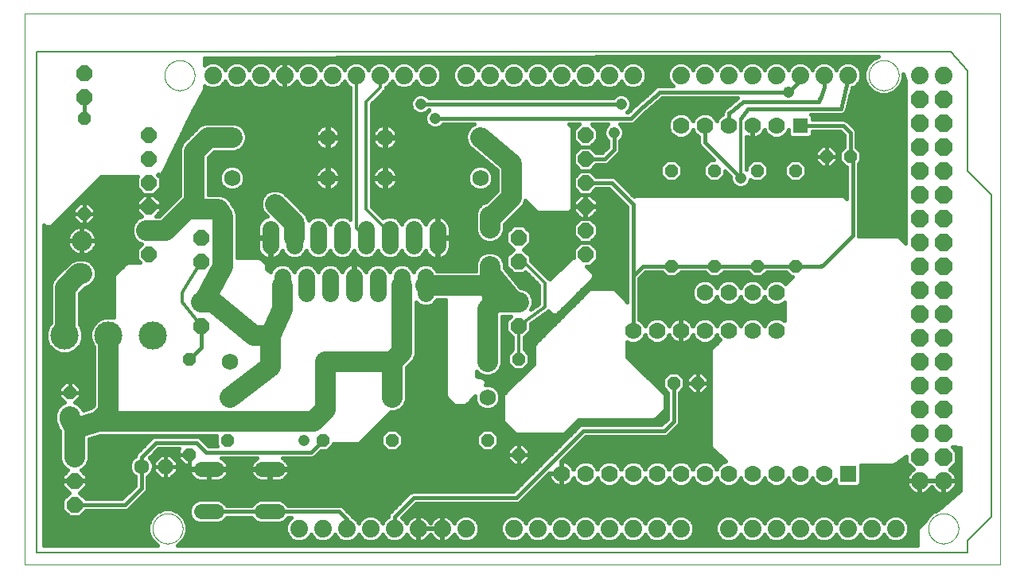
<source format=gbl>
G75*
%MOIN*%
%OFA0B0*%
%FSLAX25Y25*%
%IPPOS*%
%LPD*%
%AMOC8*
5,1,8,0,0,1.08239X$1,22.5*
%
%ADD10C,0.00000*%
%ADD11C,0.08600*%
%ADD12C,0.06300*%
%ADD13OC8,0.06300*%
%ADD14OC8,0.05600*%
%ADD15C,0.06800*%
%ADD16C,0.07124*%
%ADD17OC8,0.06600*%
%ADD18R,0.06400X0.06400*%
%ADD19C,0.07000*%
%ADD20C,0.00800*%
%ADD21C,0.07400*%
%ADD22OC8,0.07400*%
%ADD23C,0.06400*%
%ADD24R,0.07000X0.07000*%
%ADD25OC8,0.06400*%
%ADD26C,0.11811*%
%ADD27C,0.01600*%
%ADD28C,0.01500*%
%ADD29C,0.04756*%
%ADD30C,0.01200*%
%ADD31C,0.08500*%
%ADD32C,0.08268*%
%ADD33C,0.08750*%
D10*
X0001000Y0001310D02*
X0001000Y0232271D01*
X0409701Y0232271D01*
X0409701Y0001310D01*
X0001000Y0001310D01*
X0054701Y0016310D02*
X0054703Y0016468D01*
X0054709Y0016626D01*
X0054719Y0016784D01*
X0054733Y0016942D01*
X0054751Y0017099D01*
X0054772Y0017256D01*
X0054798Y0017412D01*
X0054828Y0017568D01*
X0054861Y0017723D01*
X0054899Y0017876D01*
X0054940Y0018029D01*
X0054985Y0018181D01*
X0055034Y0018332D01*
X0055087Y0018481D01*
X0055143Y0018629D01*
X0055203Y0018775D01*
X0055267Y0018920D01*
X0055335Y0019063D01*
X0055406Y0019205D01*
X0055480Y0019345D01*
X0055558Y0019482D01*
X0055640Y0019618D01*
X0055724Y0019752D01*
X0055813Y0019883D01*
X0055904Y0020012D01*
X0055999Y0020139D01*
X0056096Y0020264D01*
X0056197Y0020386D01*
X0056301Y0020505D01*
X0056408Y0020622D01*
X0056518Y0020736D01*
X0056631Y0020847D01*
X0056746Y0020956D01*
X0056864Y0021061D01*
X0056985Y0021163D01*
X0057108Y0021263D01*
X0057234Y0021359D01*
X0057362Y0021452D01*
X0057492Y0021542D01*
X0057625Y0021628D01*
X0057760Y0021712D01*
X0057896Y0021791D01*
X0058035Y0021868D01*
X0058176Y0021940D01*
X0058318Y0022010D01*
X0058462Y0022075D01*
X0058608Y0022137D01*
X0058755Y0022195D01*
X0058904Y0022250D01*
X0059054Y0022301D01*
X0059205Y0022348D01*
X0059357Y0022391D01*
X0059510Y0022430D01*
X0059665Y0022466D01*
X0059820Y0022497D01*
X0059976Y0022525D01*
X0060132Y0022549D01*
X0060289Y0022569D01*
X0060447Y0022585D01*
X0060604Y0022597D01*
X0060763Y0022605D01*
X0060921Y0022609D01*
X0061079Y0022609D01*
X0061237Y0022605D01*
X0061396Y0022597D01*
X0061553Y0022585D01*
X0061711Y0022569D01*
X0061868Y0022549D01*
X0062024Y0022525D01*
X0062180Y0022497D01*
X0062335Y0022466D01*
X0062490Y0022430D01*
X0062643Y0022391D01*
X0062795Y0022348D01*
X0062946Y0022301D01*
X0063096Y0022250D01*
X0063245Y0022195D01*
X0063392Y0022137D01*
X0063538Y0022075D01*
X0063682Y0022010D01*
X0063824Y0021940D01*
X0063965Y0021868D01*
X0064104Y0021791D01*
X0064240Y0021712D01*
X0064375Y0021628D01*
X0064508Y0021542D01*
X0064638Y0021452D01*
X0064766Y0021359D01*
X0064892Y0021263D01*
X0065015Y0021163D01*
X0065136Y0021061D01*
X0065254Y0020956D01*
X0065369Y0020847D01*
X0065482Y0020736D01*
X0065592Y0020622D01*
X0065699Y0020505D01*
X0065803Y0020386D01*
X0065904Y0020264D01*
X0066001Y0020139D01*
X0066096Y0020012D01*
X0066187Y0019883D01*
X0066276Y0019752D01*
X0066360Y0019618D01*
X0066442Y0019482D01*
X0066520Y0019345D01*
X0066594Y0019205D01*
X0066665Y0019063D01*
X0066733Y0018920D01*
X0066797Y0018775D01*
X0066857Y0018629D01*
X0066913Y0018481D01*
X0066966Y0018332D01*
X0067015Y0018181D01*
X0067060Y0018029D01*
X0067101Y0017876D01*
X0067139Y0017723D01*
X0067172Y0017568D01*
X0067202Y0017412D01*
X0067228Y0017256D01*
X0067249Y0017099D01*
X0067267Y0016942D01*
X0067281Y0016784D01*
X0067291Y0016626D01*
X0067297Y0016468D01*
X0067299Y0016310D01*
X0067297Y0016152D01*
X0067291Y0015994D01*
X0067281Y0015836D01*
X0067267Y0015678D01*
X0067249Y0015521D01*
X0067228Y0015364D01*
X0067202Y0015208D01*
X0067172Y0015052D01*
X0067139Y0014897D01*
X0067101Y0014744D01*
X0067060Y0014591D01*
X0067015Y0014439D01*
X0066966Y0014288D01*
X0066913Y0014139D01*
X0066857Y0013991D01*
X0066797Y0013845D01*
X0066733Y0013700D01*
X0066665Y0013557D01*
X0066594Y0013415D01*
X0066520Y0013275D01*
X0066442Y0013138D01*
X0066360Y0013002D01*
X0066276Y0012868D01*
X0066187Y0012737D01*
X0066096Y0012608D01*
X0066001Y0012481D01*
X0065904Y0012356D01*
X0065803Y0012234D01*
X0065699Y0012115D01*
X0065592Y0011998D01*
X0065482Y0011884D01*
X0065369Y0011773D01*
X0065254Y0011664D01*
X0065136Y0011559D01*
X0065015Y0011457D01*
X0064892Y0011357D01*
X0064766Y0011261D01*
X0064638Y0011168D01*
X0064508Y0011078D01*
X0064375Y0010992D01*
X0064240Y0010908D01*
X0064104Y0010829D01*
X0063965Y0010752D01*
X0063824Y0010680D01*
X0063682Y0010610D01*
X0063538Y0010545D01*
X0063392Y0010483D01*
X0063245Y0010425D01*
X0063096Y0010370D01*
X0062946Y0010319D01*
X0062795Y0010272D01*
X0062643Y0010229D01*
X0062490Y0010190D01*
X0062335Y0010154D01*
X0062180Y0010123D01*
X0062024Y0010095D01*
X0061868Y0010071D01*
X0061711Y0010051D01*
X0061553Y0010035D01*
X0061396Y0010023D01*
X0061237Y0010015D01*
X0061079Y0010011D01*
X0060921Y0010011D01*
X0060763Y0010015D01*
X0060604Y0010023D01*
X0060447Y0010035D01*
X0060289Y0010051D01*
X0060132Y0010071D01*
X0059976Y0010095D01*
X0059820Y0010123D01*
X0059665Y0010154D01*
X0059510Y0010190D01*
X0059357Y0010229D01*
X0059205Y0010272D01*
X0059054Y0010319D01*
X0058904Y0010370D01*
X0058755Y0010425D01*
X0058608Y0010483D01*
X0058462Y0010545D01*
X0058318Y0010610D01*
X0058176Y0010680D01*
X0058035Y0010752D01*
X0057896Y0010829D01*
X0057760Y0010908D01*
X0057625Y0010992D01*
X0057492Y0011078D01*
X0057362Y0011168D01*
X0057234Y0011261D01*
X0057108Y0011357D01*
X0056985Y0011457D01*
X0056864Y0011559D01*
X0056746Y0011664D01*
X0056631Y0011773D01*
X0056518Y0011884D01*
X0056408Y0011998D01*
X0056301Y0012115D01*
X0056197Y0012234D01*
X0056096Y0012356D01*
X0055999Y0012481D01*
X0055904Y0012608D01*
X0055813Y0012737D01*
X0055724Y0012868D01*
X0055640Y0013002D01*
X0055558Y0013138D01*
X0055480Y0013275D01*
X0055406Y0013415D01*
X0055335Y0013557D01*
X0055267Y0013700D01*
X0055203Y0013845D01*
X0055143Y0013991D01*
X0055087Y0014139D01*
X0055034Y0014288D01*
X0054985Y0014439D01*
X0054940Y0014591D01*
X0054899Y0014744D01*
X0054861Y0014897D01*
X0054828Y0015052D01*
X0054798Y0015208D01*
X0054772Y0015364D01*
X0054751Y0015521D01*
X0054733Y0015678D01*
X0054719Y0015836D01*
X0054709Y0015994D01*
X0054703Y0016152D01*
X0054701Y0016310D01*
X0379701Y0016310D02*
X0379703Y0016468D01*
X0379709Y0016626D01*
X0379719Y0016784D01*
X0379733Y0016942D01*
X0379751Y0017099D01*
X0379772Y0017256D01*
X0379798Y0017412D01*
X0379828Y0017568D01*
X0379861Y0017723D01*
X0379899Y0017876D01*
X0379940Y0018029D01*
X0379985Y0018181D01*
X0380034Y0018332D01*
X0380087Y0018481D01*
X0380143Y0018629D01*
X0380203Y0018775D01*
X0380267Y0018920D01*
X0380335Y0019063D01*
X0380406Y0019205D01*
X0380480Y0019345D01*
X0380558Y0019482D01*
X0380640Y0019618D01*
X0380724Y0019752D01*
X0380813Y0019883D01*
X0380904Y0020012D01*
X0380999Y0020139D01*
X0381096Y0020264D01*
X0381197Y0020386D01*
X0381301Y0020505D01*
X0381408Y0020622D01*
X0381518Y0020736D01*
X0381631Y0020847D01*
X0381746Y0020956D01*
X0381864Y0021061D01*
X0381985Y0021163D01*
X0382108Y0021263D01*
X0382234Y0021359D01*
X0382362Y0021452D01*
X0382492Y0021542D01*
X0382625Y0021628D01*
X0382760Y0021712D01*
X0382896Y0021791D01*
X0383035Y0021868D01*
X0383176Y0021940D01*
X0383318Y0022010D01*
X0383462Y0022075D01*
X0383608Y0022137D01*
X0383755Y0022195D01*
X0383904Y0022250D01*
X0384054Y0022301D01*
X0384205Y0022348D01*
X0384357Y0022391D01*
X0384510Y0022430D01*
X0384665Y0022466D01*
X0384820Y0022497D01*
X0384976Y0022525D01*
X0385132Y0022549D01*
X0385289Y0022569D01*
X0385447Y0022585D01*
X0385604Y0022597D01*
X0385763Y0022605D01*
X0385921Y0022609D01*
X0386079Y0022609D01*
X0386237Y0022605D01*
X0386396Y0022597D01*
X0386553Y0022585D01*
X0386711Y0022569D01*
X0386868Y0022549D01*
X0387024Y0022525D01*
X0387180Y0022497D01*
X0387335Y0022466D01*
X0387490Y0022430D01*
X0387643Y0022391D01*
X0387795Y0022348D01*
X0387946Y0022301D01*
X0388096Y0022250D01*
X0388245Y0022195D01*
X0388392Y0022137D01*
X0388538Y0022075D01*
X0388682Y0022010D01*
X0388824Y0021940D01*
X0388965Y0021868D01*
X0389104Y0021791D01*
X0389240Y0021712D01*
X0389375Y0021628D01*
X0389508Y0021542D01*
X0389638Y0021452D01*
X0389766Y0021359D01*
X0389892Y0021263D01*
X0390015Y0021163D01*
X0390136Y0021061D01*
X0390254Y0020956D01*
X0390369Y0020847D01*
X0390482Y0020736D01*
X0390592Y0020622D01*
X0390699Y0020505D01*
X0390803Y0020386D01*
X0390904Y0020264D01*
X0391001Y0020139D01*
X0391096Y0020012D01*
X0391187Y0019883D01*
X0391276Y0019752D01*
X0391360Y0019618D01*
X0391442Y0019482D01*
X0391520Y0019345D01*
X0391594Y0019205D01*
X0391665Y0019063D01*
X0391733Y0018920D01*
X0391797Y0018775D01*
X0391857Y0018629D01*
X0391913Y0018481D01*
X0391966Y0018332D01*
X0392015Y0018181D01*
X0392060Y0018029D01*
X0392101Y0017876D01*
X0392139Y0017723D01*
X0392172Y0017568D01*
X0392202Y0017412D01*
X0392228Y0017256D01*
X0392249Y0017099D01*
X0392267Y0016942D01*
X0392281Y0016784D01*
X0392291Y0016626D01*
X0392297Y0016468D01*
X0392299Y0016310D01*
X0392297Y0016152D01*
X0392291Y0015994D01*
X0392281Y0015836D01*
X0392267Y0015678D01*
X0392249Y0015521D01*
X0392228Y0015364D01*
X0392202Y0015208D01*
X0392172Y0015052D01*
X0392139Y0014897D01*
X0392101Y0014744D01*
X0392060Y0014591D01*
X0392015Y0014439D01*
X0391966Y0014288D01*
X0391913Y0014139D01*
X0391857Y0013991D01*
X0391797Y0013845D01*
X0391733Y0013700D01*
X0391665Y0013557D01*
X0391594Y0013415D01*
X0391520Y0013275D01*
X0391442Y0013138D01*
X0391360Y0013002D01*
X0391276Y0012868D01*
X0391187Y0012737D01*
X0391096Y0012608D01*
X0391001Y0012481D01*
X0390904Y0012356D01*
X0390803Y0012234D01*
X0390699Y0012115D01*
X0390592Y0011998D01*
X0390482Y0011884D01*
X0390369Y0011773D01*
X0390254Y0011664D01*
X0390136Y0011559D01*
X0390015Y0011457D01*
X0389892Y0011357D01*
X0389766Y0011261D01*
X0389638Y0011168D01*
X0389508Y0011078D01*
X0389375Y0010992D01*
X0389240Y0010908D01*
X0389104Y0010829D01*
X0388965Y0010752D01*
X0388824Y0010680D01*
X0388682Y0010610D01*
X0388538Y0010545D01*
X0388392Y0010483D01*
X0388245Y0010425D01*
X0388096Y0010370D01*
X0387946Y0010319D01*
X0387795Y0010272D01*
X0387643Y0010229D01*
X0387490Y0010190D01*
X0387335Y0010154D01*
X0387180Y0010123D01*
X0387024Y0010095D01*
X0386868Y0010071D01*
X0386711Y0010051D01*
X0386553Y0010035D01*
X0386396Y0010023D01*
X0386237Y0010015D01*
X0386079Y0010011D01*
X0385921Y0010011D01*
X0385763Y0010015D01*
X0385604Y0010023D01*
X0385447Y0010035D01*
X0385289Y0010051D01*
X0385132Y0010071D01*
X0384976Y0010095D01*
X0384820Y0010123D01*
X0384665Y0010154D01*
X0384510Y0010190D01*
X0384357Y0010229D01*
X0384205Y0010272D01*
X0384054Y0010319D01*
X0383904Y0010370D01*
X0383755Y0010425D01*
X0383608Y0010483D01*
X0383462Y0010545D01*
X0383318Y0010610D01*
X0383176Y0010680D01*
X0383035Y0010752D01*
X0382896Y0010829D01*
X0382760Y0010908D01*
X0382625Y0010992D01*
X0382492Y0011078D01*
X0382362Y0011168D01*
X0382234Y0011261D01*
X0382108Y0011357D01*
X0381985Y0011457D01*
X0381864Y0011559D01*
X0381746Y0011664D01*
X0381631Y0011773D01*
X0381518Y0011884D01*
X0381408Y0011998D01*
X0381301Y0012115D01*
X0381197Y0012234D01*
X0381096Y0012356D01*
X0380999Y0012481D01*
X0380904Y0012608D01*
X0380813Y0012737D01*
X0380724Y0012868D01*
X0380640Y0013002D01*
X0380558Y0013138D01*
X0380480Y0013275D01*
X0380406Y0013415D01*
X0380335Y0013557D01*
X0380267Y0013700D01*
X0380203Y0013845D01*
X0380143Y0013991D01*
X0380087Y0014139D01*
X0380034Y0014288D01*
X0379985Y0014439D01*
X0379940Y0014591D01*
X0379899Y0014744D01*
X0379861Y0014897D01*
X0379828Y0015052D01*
X0379798Y0015208D01*
X0379772Y0015364D01*
X0379751Y0015521D01*
X0379733Y0015678D01*
X0379719Y0015836D01*
X0379709Y0015994D01*
X0379703Y0016152D01*
X0379701Y0016310D01*
X0354701Y0206310D02*
X0354703Y0206468D01*
X0354709Y0206626D01*
X0354719Y0206784D01*
X0354733Y0206942D01*
X0354751Y0207099D01*
X0354772Y0207256D01*
X0354798Y0207412D01*
X0354828Y0207568D01*
X0354861Y0207723D01*
X0354899Y0207876D01*
X0354940Y0208029D01*
X0354985Y0208181D01*
X0355034Y0208332D01*
X0355087Y0208481D01*
X0355143Y0208629D01*
X0355203Y0208775D01*
X0355267Y0208920D01*
X0355335Y0209063D01*
X0355406Y0209205D01*
X0355480Y0209345D01*
X0355558Y0209482D01*
X0355640Y0209618D01*
X0355724Y0209752D01*
X0355813Y0209883D01*
X0355904Y0210012D01*
X0355999Y0210139D01*
X0356096Y0210264D01*
X0356197Y0210386D01*
X0356301Y0210505D01*
X0356408Y0210622D01*
X0356518Y0210736D01*
X0356631Y0210847D01*
X0356746Y0210956D01*
X0356864Y0211061D01*
X0356985Y0211163D01*
X0357108Y0211263D01*
X0357234Y0211359D01*
X0357362Y0211452D01*
X0357492Y0211542D01*
X0357625Y0211628D01*
X0357760Y0211712D01*
X0357896Y0211791D01*
X0358035Y0211868D01*
X0358176Y0211940D01*
X0358318Y0212010D01*
X0358462Y0212075D01*
X0358608Y0212137D01*
X0358755Y0212195D01*
X0358904Y0212250D01*
X0359054Y0212301D01*
X0359205Y0212348D01*
X0359357Y0212391D01*
X0359510Y0212430D01*
X0359665Y0212466D01*
X0359820Y0212497D01*
X0359976Y0212525D01*
X0360132Y0212549D01*
X0360289Y0212569D01*
X0360447Y0212585D01*
X0360604Y0212597D01*
X0360763Y0212605D01*
X0360921Y0212609D01*
X0361079Y0212609D01*
X0361237Y0212605D01*
X0361396Y0212597D01*
X0361553Y0212585D01*
X0361711Y0212569D01*
X0361868Y0212549D01*
X0362024Y0212525D01*
X0362180Y0212497D01*
X0362335Y0212466D01*
X0362490Y0212430D01*
X0362643Y0212391D01*
X0362795Y0212348D01*
X0362946Y0212301D01*
X0363096Y0212250D01*
X0363245Y0212195D01*
X0363392Y0212137D01*
X0363538Y0212075D01*
X0363682Y0212010D01*
X0363824Y0211940D01*
X0363965Y0211868D01*
X0364104Y0211791D01*
X0364240Y0211712D01*
X0364375Y0211628D01*
X0364508Y0211542D01*
X0364638Y0211452D01*
X0364766Y0211359D01*
X0364892Y0211263D01*
X0365015Y0211163D01*
X0365136Y0211061D01*
X0365254Y0210956D01*
X0365369Y0210847D01*
X0365482Y0210736D01*
X0365592Y0210622D01*
X0365699Y0210505D01*
X0365803Y0210386D01*
X0365904Y0210264D01*
X0366001Y0210139D01*
X0366096Y0210012D01*
X0366187Y0209883D01*
X0366276Y0209752D01*
X0366360Y0209618D01*
X0366442Y0209482D01*
X0366520Y0209345D01*
X0366594Y0209205D01*
X0366665Y0209063D01*
X0366733Y0208920D01*
X0366797Y0208775D01*
X0366857Y0208629D01*
X0366913Y0208481D01*
X0366966Y0208332D01*
X0367015Y0208181D01*
X0367060Y0208029D01*
X0367101Y0207876D01*
X0367139Y0207723D01*
X0367172Y0207568D01*
X0367202Y0207412D01*
X0367228Y0207256D01*
X0367249Y0207099D01*
X0367267Y0206942D01*
X0367281Y0206784D01*
X0367291Y0206626D01*
X0367297Y0206468D01*
X0367299Y0206310D01*
X0367297Y0206152D01*
X0367291Y0205994D01*
X0367281Y0205836D01*
X0367267Y0205678D01*
X0367249Y0205521D01*
X0367228Y0205364D01*
X0367202Y0205208D01*
X0367172Y0205052D01*
X0367139Y0204897D01*
X0367101Y0204744D01*
X0367060Y0204591D01*
X0367015Y0204439D01*
X0366966Y0204288D01*
X0366913Y0204139D01*
X0366857Y0203991D01*
X0366797Y0203845D01*
X0366733Y0203700D01*
X0366665Y0203557D01*
X0366594Y0203415D01*
X0366520Y0203275D01*
X0366442Y0203138D01*
X0366360Y0203002D01*
X0366276Y0202868D01*
X0366187Y0202737D01*
X0366096Y0202608D01*
X0366001Y0202481D01*
X0365904Y0202356D01*
X0365803Y0202234D01*
X0365699Y0202115D01*
X0365592Y0201998D01*
X0365482Y0201884D01*
X0365369Y0201773D01*
X0365254Y0201664D01*
X0365136Y0201559D01*
X0365015Y0201457D01*
X0364892Y0201357D01*
X0364766Y0201261D01*
X0364638Y0201168D01*
X0364508Y0201078D01*
X0364375Y0200992D01*
X0364240Y0200908D01*
X0364104Y0200829D01*
X0363965Y0200752D01*
X0363824Y0200680D01*
X0363682Y0200610D01*
X0363538Y0200545D01*
X0363392Y0200483D01*
X0363245Y0200425D01*
X0363096Y0200370D01*
X0362946Y0200319D01*
X0362795Y0200272D01*
X0362643Y0200229D01*
X0362490Y0200190D01*
X0362335Y0200154D01*
X0362180Y0200123D01*
X0362024Y0200095D01*
X0361868Y0200071D01*
X0361711Y0200051D01*
X0361553Y0200035D01*
X0361396Y0200023D01*
X0361237Y0200015D01*
X0361079Y0200011D01*
X0360921Y0200011D01*
X0360763Y0200015D01*
X0360604Y0200023D01*
X0360447Y0200035D01*
X0360289Y0200051D01*
X0360132Y0200071D01*
X0359976Y0200095D01*
X0359820Y0200123D01*
X0359665Y0200154D01*
X0359510Y0200190D01*
X0359357Y0200229D01*
X0359205Y0200272D01*
X0359054Y0200319D01*
X0358904Y0200370D01*
X0358755Y0200425D01*
X0358608Y0200483D01*
X0358462Y0200545D01*
X0358318Y0200610D01*
X0358176Y0200680D01*
X0358035Y0200752D01*
X0357896Y0200829D01*
X0357760Y0200908D01*
X0357625Y0200992D01*
X0357492Y0201078D01*
X0357362Y0201168D01*
X0357234Y0201261D01*
X0357108Y0201357D01*
X0356985Y0201457D01*
X0356864Y0201559D01*
X0356746Y0201664D01*
X0356631Y0201773D01*
X0356518Y0201884D01*
X0356408Y0201998D01*
X0356301Y0202115D01*
X0356197Y0202234D01*
X0356096Y0202356D01*
X0355999Y0202481D01*
X0355904Y0202608D01*
X0355813Y0202737D01*
X0355724Y0202868D01*
X0355640Y0203002D01*
X0355558Y0203138D01*
X0355480Y0203275D01*
X0355406Y0203415D01*
X0355335Y0203557D01*
X0355267Y0203700D01*
X0355203Y0203845D01*
X0355143Y0203991D01*
X0355087Y0204139D01*
X0355034Y0204288D01*
X0354985Y0204439D01*
X0354940Y0204591D01*
X0354899Y0204744D01*
X0354861Y0204897D01*
X0354828Y0205052D01*
X0354798Y0205208D01*
X0354772Y0205364D01*
X0354751Y0205521D01*
X0354733Y0205678D01*
X0354719Y0205836D01*
X0354709Y0205994D01*
X0354703Y0206152D01*
X0354701Y0206310D01*
X0059701Y0206310D02*
X0059703Y0206468D01*
X0059709Y0206626D01*
X0059719Y0206784D01*
X0059733Y0206942D01*
X0059751Y0207099D01*
X0059772Y0207256D01*
X0059798Y0207412D01*
X0059828Y0207568D01*
X0059861Y0207723D01*
X0059899Y0207876D01*
X0059940Y0208029D01*
X0059985Y0208181D01*
X0060034Y0208332D01*
X0060087Y0208481D01*
X0060143Y0208629D01*
X0060203Y0208775D01*
X0060267Y0208920D01*
X0060335Y0209063D01*
X0060406Y0209205D01*
X0060480Y0209345D01*
X0060558Y0209482D01*
X0060640Y0209618D01*
X0060724Y0209752D01*
X0060813Y0209883D01*
X0060904Y0210012D01*
X0060999Y0210139D01*
X0061096Y0210264D01*
X0061197Y0210386D01*
X0061301Y0210505D01*
X0061408Y0210622D01*
X0061518Y0210736D01*
X0061631Y0210847D01*
X0061746Y0210956D01*
X0061864Y0211061D01*
X0061985Y0211163D01*
X0062108Y0211263D01*
X0062234Y0211359D01*
X0062362Y0211452D01*
X0062492Y0211542D01*
X0062625Y0211628D01*
X0062760Y0211712D01*
X0062896Y0211791D01*
X0063035Y0211868D01*
X0063176Y0211940D01*
X0063318Y0212010D01*
X0063462Y0212075D01*
X0063608Y0212137D01*
X0063755Y0212195D01*
X0063904Y0212250D01*
X0064054Y0212301D01*
X0064205Y0212348D01*
X0064357Y0212391D01*
X0064510Y0212430D01*
X0064665Y0212466D01*
X0064820Y0212497D01*
X0064976Y0212525D01*
X0065132Y0212549D01*
X0065289Y0212569D01*
X0065447Y0212585D01*
X0065604Y0212597D01*
X0065763Y0212605D01*
X0065921Y0212609D01*
X0066079Y0212609D01*
X0066237Y0212605D01*
X0066396Y0212597D01*
X0066553Y0212585D01*
X0066711Y0212569D01*
X0066868Y0212549D01*
X0067024Y0212525D01*
X0067180Y0212497D01*
X0067335Y0212466D01*
X0067490Y0212430D01*
X0067643Y0212391D01*
X0067795Y0212348D01*
X0067946Y0212301D01*
X0068096Y0212250D01*
X0068245Y0212195D01*
X0068392Y0212137D01*
X0068538Y0212075D01*
X0068682Y0212010D01*
X0068824Y0211940D01*
X0068965Y0211868D01*
X0069104Y0211791D01*
X0069240Y0211712D01*
X0069375Y0211628D01*
X0069508Y0211542D01*
X0069638Y0211452D01*
X0069766Y0211359D01*
X0069892Y0211263D01*
X0070015Y0211163D01*
X0070136Y0211061D01*
X0070254Y0210956D01*
X0070369Y0210847D01*
X0070482Y0210736D01*
X0070592Y0210622D01*
X0070699Y0210505D01*
X0070803Y0210386D01*
X0070904Y0210264D01*
X0071001Y0210139D01*
X0071096Y0210012D01*
X0071187Y0209883D01*
X0071276Y0209752D01*
X0071360Y0209618D01*
X0071442Y0209482D01*
X0071520Y0209345D01*
X0071594Y0209205D01*
X0071665Y0209063D01*
X0071733Y0208920D01*
X0071797Y0208775D01*
X0071857Y0208629D01*
X0071913Y0208481D01*
X0071966Y0208332D01*
X0072015Y0208181D01*
X0072060Y0208029D01*
X0072101Y0207876D01*
X0072139Y0207723D01*
X0072172Y0207568D01*
X0072202Y0207412D01*
X0072228Y0207256D01*
X0072249Y0207099D01*
X0072267Y0206942D01*
X0072281Y0206784D01*
X0072291Y0206626D01*
X0072297Y0206468D01*
X0072299Y0206310D01*
X0072297Y0206152D01*
X0072291Y0205994D01*
X0072281Y0205836D01*
X0072267Y0205678D01*
X0072249Y0205521D01*
X0072228Y0205364D01*
X0072202Y0205208D01*
X0072172Y0205052D01*
X0072139Y0204897D01*
X0072101Y0204744D01*
X0072060Y0204591D01*
X0072015Y0204439D01*
X0071966Y0204288D01*
X0071913Y0204139D01*
X0071857Y0203991D01*
X0071797Y0203845D01*
X0071733Y0203700D01*
X0071665Y0203557D01*
X0071594Y0203415D01*
X0071520Y0203275D01*
X0071442Y0203138D01*
X0071360Y0203002D01*
X0071276Y0202868D01*
X0071187Y0202737D01*
X0071096Y0202608D01*
X0071001Y0202481D01*
X0070904Y0202356D01*
X0070803Y0202234D01*
X0070699Y0202115D01*
X0070592Y0201998D01*
X0070482Y0201884D01*
X0070369Y0201773D01*
X0070254Y0201664D01*
X0070136Y0201559D01*
X0070015Y0201457D01*
X0069892Y0201357D01*
X0069766Y0201261D01*
X0069638Y0201168D01*
X0069508Y0201078D01*
X0069375Y0200992D01*
X0069240Y0200908D01*
X0069104Y0200829D01*
X0068965Y0200752D01*
X0068824Y0200680D01*
X0068682Y0200610D01*
X0068538Y0200545D01*
X0068392Y0200483D01*
X0068245Y0200425D01*
X0068096Y0200370D01*
X0067946Y0200319D01*
X0067795Y0200272D01*
X0067643Y0200229D01*
X0067490Y0200190D01*
X0067335Y0200154D01*
X0067180Y0200123D01*
X0067024Y0200095D01*
X0066868Y0200071D01*
X0066711Y0200051D01*
X0066553Y0200035D01*
X0066396Y0200023D01*
X0066237Y0200015D01*
X0066079Y0200011D01*
X0065921Y0200011D01*
X0065763Y0200015D01*
X0065604Y0200023D01*
X0065447Y0200035D01*
X0065289Y0200051D01*
X0065132Y0200071D01*
X0064976Y0200095D01*
X0064820Y0200123D01*
X0064665Y0200154D01*
X0064510Y0200190D01*
X0064357Y0200229D01*
X0064205Y0200272D01*
X0064054Y0200319D01*
X0063904Y0200370D01*
X0063755Y0200425D01*
X0063608Y0200483D01*
X0063462Y0200545D01*
X0063318Y0200610D01*
X0063176Y0200680D01*
X0063035Y0200752D01*
X0062896Y0200829D01*
X0062760Y0200908D01*
X0062625Y0200992D01*
X0062492Y0201078D01*
X0062362Y0201168D01*
X0062234Y0201261D01*
X0062108Y0201357D01*
X0061985Y0201457D01*
X0061864Y0201559D01*
X0061746Y0201664D01*
X0061631Y0201773D01*
X0061518Y0201884D01*
X0061408Y0201998D01*
X0061301Y0202115D01*
X0061197Y0202234D01*
X0061096Y0202356D01*
X0060999Y0202481D01*
X0060904Y0202608D01*
X0060813Y0202737D01*
X0060724Y0202868D01*
X0060640Y0203002D01*
X0060558Y0203138D01*
X0060480Y0203275D01*
X0060406Y0203415D01*
X0060335Y0203557D01*
X0060267Y0203700D01*
X0060203Y0203845D01*
X0060143Y0203991D01*
X0060087Y0204139D01*
X0060034Y0204288D01*
X0059985Y0204439D01*
X0059940Y0204591D01*
X0059899Y0204744D01*
X0059861Y0204897D01*
X0059828Y0205052D01*
X0059798Y0205208D01*
X0059772Y0205364D01*
X0059751Y0205521D01*
X0059733Y0205678D01*
X0059719Y0205836D01*
X0059709Y0205994D01*
X0059703Y0206152D01*
X0059701Y0206310D01*
D11*
X0025000Y0137003D03*
X0025000Y0123223D03*
D12*
X0050000Y0042310D03*
D13*
X0060000Y0042310D03*
D14*
X0070000Y0047310D03*
X0086000Y0053310D03*
X0126000Y0053310D03*
X0155000Y0053310D03*
X0195000Y0053310D03*
X0208000Y0047310D03*
X0273000Y0077310D03*
X0283000Y0077310D03*
X0208000Y0087310D03*
X0272000Y0126310D03*
X0290000Y0126310D03*
X0308000Y0126310D03*
X0324000Y0126310D03*
X0324000Y0166310D03*
X0337000Y0172310D03*
X0347000Y0172310D03*
X0308000Y0166310D03*
X0290000Y0166310D03*
X0272000Y0166310D03*
X0070000Y0087310D03*
X0020000Y0073310D03*
X0020000Y0063310D03*
X0026000Y0148310D03*
X0026000Y0188310D03*
D15*
X0088000Y0180310D03*
X0088000Y0163310D03*
X0128000Y0163310D03*
X0152000Y0163310D03*
X0152000Y0180310D03*
X0128000Y0180310D03*
X0192000Y0180310D03*
X0192000Y0163310D03*
X0195000Y0086310D03*
X0195000Y0071310D03*
X0155000Y0071310D03*
X0155000Y0086310D03*
X0127000Y0086310D03*
X0127000Y0071310D03*
X0087000Y0071310D03*
X0087000Y0086310D03*
D16*
X0109000Y0114748D02*
X0109000Y0121872D01*
X0119000Y0121872D02*
X0119000Y0114748D01*
X0129000Y0114748D02*
X0129000Y0121872D01*
X0139000Y0121872D02*
X0139000Y0114748D01*
X0149000Y0114748D02*
X0149000Y0121872D01*
X0159000Y0121872D02*
X0159000Y0114748D01*
X0169000Y0114748D02*
X0169000Y0121872D01*
X0164000Y0134748D02*
X0164000Y0141872D01*
X0154000Y0141872D02*
X0154000Y0134748D01*
X0144000Y0134748D02*
X0144000Y0141872D01*
X0134000Y0141872D02*
X0134000Y0134748D01*
X0124000Y0134748D02*
X0124000Y0141872D01*
X0114000Y0141872D02*
X0114000Y0134748D01*
X0104000Y0134748D02*
X0104000Y0141872D01*
X0174000Y0141872D02*
X0174000Y0134748D01*
D17*
X0208000Y0138310D03*
X0208000Y0128310D03*
X0208000Y0111310D03*
X0208000Y0101310D03*
X0075000Y0101310D03*
X0075000Y0111310D03*
X0075000Y0128310D03*
X0075000Y0138310D03*
X0026000Y0197310D03*
X0026000Y0207310D03*
X0022000Y0046310D03*
X0022000Y0036310D03*
X0022000Y0026310D03*
D18*
X0326000Y0185310D03*
D19*
X0316000Y0185310D03*
X0306000Y0185310D03*
X0296000Y0185310D03*
X0286000Y0185310D03*
X0276000Y0185310D03*
X0286000Y0115310D03*
X0296000Y0115310D03*
X0306000Y0115310D03*
X0316000Y0115310D03*
X0316000Y0099310D03*
X0306000Y0099310D03*
X0296000Y0099310D03*
X0286000Y0099310D03*
X0276000Y0099310D03*
X0266000Y0099310D03*
X0256000Y0099310D03*
X0256000Y0039310D03*
X0266000Y0039310D03*
X0276000Y0039310D03*
X0286000Y0039310D03*
X0296000Y0039310D03*
X0306000Y0039310D03*
X0316000Y0039310D03*
X0326000Y0039310D03*
X0336000Y0039310D03*
X0246000Y0039310D03*
X0236000Y0039310D03*
X0226000Y0039310D03*
D20*
X0396000Y0011310D02*
X0396000Y0006310D01*
X0006000Y0006310D01*
X0006000Y0216310D01*
X0389000Y0216310D01*
X0396000Y0208310D01*
X0396000Y0166310D01*
X0406000Y0156310D01*
X0406000Y0021310D01*
X0396000Y0011310D01*
D21*
X0366000Y0016310D03*
X0356000Y0016310D03*
X0346000Y0016310D03*
X0336000Y0016310D03*
X0326000Y0016310D03*
X0316000Y0016310D03*
X0306000Y0016310D03*
X0296000Y0016310D03*
X0276000Y0016310D03*
X0266000Y0016310D03*
X0256000Y0016310D03*
X0246000Y0016310D03*
X0236000Y0016310D03*
X0226000Y0016310D03*
X0216000Y0016310D03*
X0206000Y0016310D03*
X0186000Y0016310D03*
X0176000Y0016310D03*
X0166000Y0016310D03*
X0156000Y0016310D03*
X0146000Y0016310D03*
X0136000Y0016310D03*
X0126000Y0016310D03*
X0116000Y0016310D03*
X0376000Y0036310D03*
X0386000Y0036310D03*
X0386000Y0206310D03*
X0376000Y0206310D03*
X0346000Y0206310D03*
X0336000Y0206310D03*
X0326000Y0206310D03*
X0316000Y0206310D03*
X0306000Y0206310D03*
X0296000Y0206310D03*
X0286000Y0206310D03*
X0276000Y0206310D03*
X0256000Y0206310D03*
X0246000Y0206310D03*
X0236000Y0206310D03*
X0226000Y0206310D03*
X0216000Y0206310D03*
X0206000Y0206310D03*
X0196000Y0206310D03*
X0186000Y0206310D03*
X0170000Y0206310D03*
X0160000Y0206310D03*
X0150000Y0206310D03*
X0140000Y0206310D03*
X0130000Y0206310D03*
X0120000Y0206310D03*
X0110000Y0206310D03*
X0100000Y0206310D03*
X0090000Y0206310D03*
X0080000Y0206310D03*
D22*
X0376000Y0196310D03*
X0386000Y0196310D03*
X0386000Y0186310D03*
X0376000Y0186310D03*
X0376000Y0176310D03*
X0386000Y0176310D03*
X0386000Y0166310D03*
X0376000Y0166310D03*
X0376000Y0156310D03*
X0386000Y0156310D03*
X0386000Y0146310D03*
X0376000Y0146310D03*
X0376000Y0136310D03*
X0386000Y0136310D03*
X0386000Y0126310D03*
X0376000Y0126310D03*
X0376000Y0116310D03*
X0386000Y0116310D03*
X0386000Y0106310D03*
X0376000Y0106310D03*
X0376000Y0096310D03*
X0386000Y0096310D03*
X0386000Y0086310D03*
X0376000Y0086310D03*
X0376000Y0076310D03*
X0386000Y0076310D03*
X0386000Y0066310D03*
X0376000Y0066310D03*
X0376000Y0056310D03*
X0386000Y0056310D03*
X0386000Y0046310D03*
X0376000Y0046310D03*
D23*
X0107000Y0041210D02*
X0100600Y0041210D01*
X0081400Y0041210D02*
X0075000Y0041210D01*
X0075000Y0023410D02*
X0081400Y0023410D01*
X0100600Y0023410D02*
X0107000Y0023410D01*
D24*
X0346000Y0039310D03*
D25*
X0236000Y0131310D03*
X0236000Y0141310D03*
X0236000Y0151310D03*
X0236000Y0161310D03*
X0236000Y0171310D03*
X0236000Y0181310D03*
X0053000Y0181310D03*
X0053000Y0171310D03*
X0053000Y0161310D03*
X0053000Y0151310D03*
X0053000Y0141310D03*
X0053000Y0131310D03*
D26*
X0054780Y0097302D03*
X0036276Y0097302D03*
X0017772Y0097302D03*
D27*
X0025477Y0097221D02*
X0028570Y0097221D01*
X0028570Y0095769D02*
X0029743Y0092937D01*
X0030226Y0092455D01*
X0030226Y0068092D01*
X0029804Y0067670D01*
X0029502Y0067545D01*
X0028734Y0066777D01*
X0025633Y0065847D01*
X0025235Y0066808D01*
X0023498Y0068545D01*
X0022255Y0069060D01*
X0024600Y0071405D01*
X0024600Y0073310D01*
X0024600Y0075215D01*
X0021905Y0077910D01*
X0020000Y0077910D01*
X0020000Y0073310D01*
X0020000Y0073310D01*
X0020000Y0077910D01*
X0018095Y0077910D01*
X0015400Y0075215D01*
X0015400Y0073310D01*
X0020000Y0073310D01*
X0024600Y0073310D01*
X0020000Y0073310D01*
X0020000Y0073310D01*
X0020000Y0073310D01*
X0015400Y0073310D01*
X0015400Y0071405D01*
X0017745Y0069060D01*
X0016502Y0068545D01*
X0014765Y0066808D01*
X0013825Y0064538D01*
X0013825Y0063312D01*
X0013753Y0063097D01*
X0013825Y0062091D01*
X0013825Y0061082D01*
X0013912Y0060873D01*
X0013928Y0060647D01*
X0014379Y0059744D01*
X0014765Y0058812D01*
X0014925Y0058652D01*
X0015825Y0056852D01*
X0015825Y0045082D01*
X0016765Y0042812D01*
X0018502Y0041075D01*
X0019245Y0040767D01*
X0016900Y0038422D01*
X0016900Y0036510D01*
X0021800Y0036510D01*
X0021800Y0036110D01*
X0016900Y0036110D01*
X0016900Y0034197D01*
X0019788Y0031310D01*
X0016900Y0028422D01*
X0016900Y0024197D01*
X0019888Y0021210D01*
X0024112Y0021210D01*
X0026662Y0023760D01*
X0043507Y0023760D01*
X0044444Y0024148D01*
X0052162Y0031865D01*
X0052550Y0032803D01*
X0052550Y0038008D01*
X0052804Y0038114D01*
X0054196Y0039506D01*
X0054950Y0041325D01*
X0054950Y0043295D01*
X0054196Y0045114D01*
X0053303Y0046007D01*
X0057056Y0049760D01*
X0065945Y0049760D01*
X0065400Y0049215D01*
X0065400Y0047310D01*
X0070000Y0047310D01*
X0070000Y0047310D01*
X0065400Y0047310D01*
X0065400Y0045405D01*
X0068095Y0042710D01*
X0070000Y0042710D01*
X0070230Y0042710D01*
X0070123Y0042381D01*
X0070000Y0041603D01*
X0070000Y0041410D01*
X0078000Y0041410D01*
X0078000Y0041010D01*
X0070000Y0041010D01*
X0070000Y0040816D01*
X0070123Y0040039D01*
X0070366Y0039291D01*
X0070724Y0038589D01*
X0071186Y0037953D01*
X0071743Y0037396D01*
X0072379Y0036934D01*
X0073081Y0036576D01*
X0073829Y0036333D01*
X0074606Y0036210D01*
X0078000Y0036210D01*
X0078000Y0041010D01*
X0078400Y0041010D01*
X0078400Y0041410D01*
X0086400Y0041410D01*
X0086400Y0041603D01*
X0086277Y0042381D01*
X0086034Y0043129D01*
X0085676Y0043831D01*
X0085214Y0044467D01*
X0084657Y0045024D01*
X0084021Y0045486D01*
X0083484Y0045760D01*
X0098516Y0045760D01*
X0097979Y0045486D01*
X0097343Y0045024D01*
X0096786Y0044467D01*
X0096324Y0043831D01*
X0095966Y0043129D01*
X0095723Y0042381D01*
X0095600Y0041603D01*
X0095600Y0041410D01*
X0103600Y0041410D01*
X0103600Y0041010D01*
X0095600Y0041010D01*
X0095600Y0040816D01*
X0095723Y0040039D01*
X0095966Y0039291D01*
X0096324Y0038589D01*
X0096786Y0037953D01*
X0097343Y0037396D01*
X0097979Y0036934D01*
X0098681Y0036576D01*
X0099429Y0036333D01*
X0100206Y0036210D01*
X0103600Y0036210D01*
X0103600Y0041010D01*
X0104000Y0041010D01*
X0104000Y0041410D01*
X0112000Y0041410D01*
X0112000Y0041603D01*
X0111877Y0042381D01*
X0111634Y0043129D01*
X0111276Y0043831D01*
X0110814Y0044467D01*
X0110257Y0045024D01*
X0109621Y0045486D01*
X0109084Y0045760D01*
X0121507Y0045760D01*
X0122444Y0046148D01*
X0125006Y0048710D01*
X0127905Y0048710D01*
X0130600Y0051405D01*
X0130600Y0051710D01*
X0140517Y0051710D01*
X0141473Y0052106D01*
X0153540Y0064173D01*
X0153625Y0064216D01*
X0153904Y0064537D01*
X0154204Y0064837D01*
X0154241Y0064925D01*
X0154303Y0064997D01*
X0154391Y0065260D01*
X0156203Y0065260D01*
X0158427Y0066181D01*
X0160129Y0067883D01*
X0161050Y0070107D01*
X0161050Y0083804D01*
X0164129Y0086883D01*
X0165050Y0089107D01*
X0165050Y0111114D01*
X0165963Y0110202D01*
X0167933Y0109386D01*
X0170067Y0109386D01*
X0172037Y0110202D01*
X0173546Y0111710D01*
X0173774Y0112260D01*
X0177600Y0112260D01*
X0177600Y0071833D01*
X0177965Y0070950D01*
X0179965Y0068950D01*
X0180641Y0068275D01*
X0181523Y0067910D01*
X0185477Y0067910D01*
X0186359Y0068275D01*
X0189800Y0071716D01*
X0189800Y0070276D01*
X0190592Y0068364D01*
X0192054Y0066902D01*
X0193966Y0066110D01*
X0196034Y0066110D01*
X0197946Y0066902D01*
X0199408Y0068364D01*
X0200200Y0070276D01*
X0200200Y0072344D01*
X0199408Y0074255D01*
X0197946Y0075718D01*
X0196034Y0076510D01*
X0194266Y0076510D01*
X0194400Y0076833D01*
X0194400Y0077787D01*
X0194035Y0078669D01*
X0193359Y0079345D01*
X0192477Y0079710D01*
X0190994Y0079710D01*
X0190400Y0080304D01*
X0190400Y0082354D01*
X0191573Y0081181D01*
X0193797Y0080260D01*
X0196203Y0080260D01*
X0198427Y0081181D01*
X0200129Y0082883D01*
X0201050Y0085107D01*
X0201050Y0105260D01*
X0204738Y0105260D01*
X0202900Y0103422D01*
X0202900Y0099197D01*
X0205600Y0096497D01*
X0205600Y0091415D01*
X0203400Y0089215D01*
X0203400Y0085405D01*
X0206095Y0082710D01*
X0209905Y0082710D01*
X0212600Y0085405D01*
X0212600Y0089215D01*
X0210400Y0091415D01*
X0210400Y0096497D01*
X0213100Y0099197D01*
X0213100Y0102051D01*
X0220181Y0107202D01*
X0220359Y0107275D01*
X0220500Y0107416D01*
X0220965Y0106950D01*
X0221641Y0106275D01*
X0222523Y0105910D01*
X0223477Y0105910D01*
X0224359Y0106275D01*
X0238359Y0120275D01*
X0239035Y0120950D01*
X0239400Y0121833D01*
X0239400Y0122787D01*
X0239035Y0123669D01*
X0236394Y0126310D01*
X0238071Y0126310D01*
X0241000Y0129239D01*
X0241000Y0133381D01*
X0238071Y0136310D01*
X0241000Y0139239D01*
X0241000Y0143381D01*
X0238071Y0146310D01*
X0241000Y0149239D01*
X0241000Y0151110D01*
X0236200Y0151110D01*
X0236200Y0151510D01*
X0235800Y0151510D01*
X0235800Y0156310D01*
X0233929Y0156310D01*
X0231000Y0153381D01*
X0231000Y0151510D01*
X0235800Y0151510D01*
X0235800Y0151110D01*
X0231000Y0151110D01*
X0231000Y0149239D01*
X0233929Y0146310D01*
X0231000Y0143381D01*
X0231000Y0139239D01*
X0233929Y0136310D01*
X0231000Y0133381D01*
X0231000Y0129710D01*
X0230523Y0129710D01*
X0229641Y0129345D01*
X0221000Y0120704D01*
X0220359Y0121345D01*
X0213100Y0128604D01*
X0213100Y0130422D01*
X0210212Y0133310D01*
X0213100Y0136197D01*
X0213100Y0140422D01*
X0210112Y0143410D01*
X0205888Y0143410D01*
X0202900Y0140422D01*
X0202900Y0136197D01*
X0205788Y0133310D01*
X0202900Y0130422D01*
X0202900Y0126197D01*
X0205888Y0123210D01*
X0210112Y0123210D01*
X0210909Y0124007D01*
X0216600Y0118316D01*
X0216600Y0110532D01*
X0213203Y0108061D01*
X0214050Y0110107D01*
X0214050Y0112513D01*
X0213129Y0114737D01*
X0211427Y0116439D01*
X0209203Y0117360D01*
X0208834Y0117360D01*
X0202050Y0125500D01*
X0202050Y0127513D01*
X0201129Y0129737D01*
X0199427Y0131439D01*
X0197203Y0132360D01*
X0194797Y0132360D01*
X0192573Y0131439D01*
X0190871Y0129737D01*
X0189950Y0127513D01*
X0189950Y0124360D01*
X0173774Y0124360D01*
X0173546Y0124910D01*
X0172037Y0126418D01*
X0170067Y0127234D01*
X0167933Y0127234D01*
X0165963Y0126418D01*
X0164454Y0124910D01*
X0164000Y0123813D01*
X0163546Y0124910D01*
X0162037Y0126418D01*
X0160067Y0127234D01*
X0157933Y0127234D01*
X0155963Y0126418D01*
X0154454Y0124910D01*
X0154000Y0123813D01*
X0153546Y0124910D01*
X0152037Y0126418D01*
X0150067Y0127234D01*
X0147933Y0127234D01*
X0145963Y0126418D01*
X0144454Y0124910D01*
X0144004Y0123823D01*
X0143969Y0123931D01*
X0143586Y0124683D01*
X0143090Y0125365D01*
X0142493Y0125962D01*
X0141810Y0126458D01*
X0141058Y0126841D01*
X0140256Y0127102D01*
X0139422Y0127234D01*
X0139381Y0127234D01*
X0139381Y0118691D01*
X0138619Y0118691D01*
X0138619Y0127234D01*
X0138578Y0127234D01*
X0137744Y0127102D01*
X0136942Y0126841D01*
X0136190Y0126458D01*
X0135507Y0125962D01*
X0134910Y0125365D01*
X0134414Y0124683D01*
X0134031Y0123931D01*
X0133996Y0123823D01*
X0133546Y0124910D01*
X0132037Y0126418D01*
X0130067Y0127234D01*
X0127933Y0127234D01*
X0125963Y0126418D01*
X0124454Y0124910D01*
X0124000Y0123813D01*
X0123546Y0124910D01*
X0122037Y0126418D01*
X0120067Y0127234D01*
X0117933Y0127234D01*
X0115963Y0126418D01*
X0114454Y0124910D01*
X0114000Y0123813D01*
X0113546Y0124910D01*
X0112037Y0126418D01*
X0110067Y0127234D01*
X0107933Y0127234D01*
X0105963Y0126418D01*
X0104454Y0124910D01*
X0103968Y0123736D01*
X0102400Y0125304D01*
X0102400Y0126787D01*
X0102035Y0127669D01*
X0101359Y0128345D01*
X0101035Y0128669D01*
X0101035Y0128669D01*
X0100359Y0129345D01*
X0099477Y0129710D01*
X0090050Y0129710D01*
X0090050Y0146565D01*
X0090161Y0147010D01*
X0090050Y0147758D01*
X0090050Y0148513D01*
X0089874Y0148937D01*
X0089807Y0149391D01*
X0089418Y0150039D01*
X0089129Y0150737D01*
X0088805Y0151061D01*
X0087918Y0152539D01*
X0087629Y0153237D01*
X0087305Y0153561D01*
X0087069Y0153955D01*
X0086461Y0154404D01*
X0085427Y0155439D01*
X0083203Y0156360D01*
X0078050Y0156360D01*
X0078050Y0171804D01*
X0080506Y0174260D01*
X0089203Y0174260D01*
X0091427Y0175181D01*
X0093129Y0176883D01*
X0094050Y0179107D01*
X0094050Y0181513D01*
X0093129Y0183737D01*
X0091427Y0185439D01*
X0089203Y0186360D01*
X0076797Y0186360D01*
X0074573Y0185439D01*
X0068573Y0179439D01*
X0066871Y0177737D01*
X0065950Y0175513D01*
X0065950Y0155816D01*
X0057494Y0147360D01*
X0056121Y0147360D01*
X0058000Y0149239D01*
X0058000Y0151110D01*
X0053200Y0151110D01*
X0053200Y0151510D01*
X0052800Y0151510D01*
X0052800Y0156310D01*
X0050929Y0156310D01*
X0048000Y0153381D01*
X0048000Y0151510D01*
X0052800Y0151510D01*
X0052800Y0151110D01*
X0048000Y0151110D01*
X0048000Y0149239D01*
X0050148Y0147091D01*
X0048573Y0146439D01*
X0046871Y0144737D01*
X0045950Y0142513D01*
X0045950Y0140107D01*
X0046871Y0137883D01*
X0048573Y0136181D01*
X0050148Y0135529D01*
X0048000Y0133381D01*
X0048000Y0129239D01*
X0049329Y0127910D01*
X0044483Y0127910D01*
X0043527Y0127514D01*
X0039527Y0123514D01*
X0038796Y0122783D01*
X0038400Y0121827D01*
X0038400Y0104762D01*
X0037808Y0105008D01*
X0034743Y0105008D01*
X0031911Y0103834D01*
X0029743Y0101667D01*
X0028570Y0098835D01*
X0028570Y0095769D01*
X0028631Y0095622D02*
X0025416Y0095622D01*
X0025477Y0095769D02*
X0024304Y0092937D01*
X0022136Y0090770D01*
X0019304Y0089597D01*
X0016239Y0089597D01*
X0013407Y0090770D01*
X0011239Y0092937D01*
X0010066Y0095769D01*
X0010066Y0098835D01*
X0011239Y0101667D01*
X0011950Y0102378D01*
X0011950Y0118513D01*
X0012871Y0120737D01*
X0014573Y0122439D01*
X0020486Y0128352D01*
X0022710Y0129273D01*
X0023666Y0129273D01*
X0023787Y0129323D01*
X0026213Y0129323D01*
X0028455Y0128395D01*
X0030171Y0126679D01*
X0031100Y0124437D01*
X0031100Y0122010D01*
X0030171Y0119768D01*
X0028455Y0118052D01*
X0026480Y0117234D01*
X0024050Y0114804D01*
X0024050Y0101921D01*
X0024304Y0101667D01*
X0025477Y0098835D01*
X0025477Y0095769D01*
X0024754Y0094024D02*
X0029293Y0094024D01*
X0030226Y0092425D02*
X0023792Y0092425D01*
X0022193Y0090827D02*
X0030226Y0090827D01*
X0030226Y0089228D02*
X0009000Y0089228D01*
X0009000Y0087630D02*
X0030226Y0087630D01*
X0030226Y0086031D02*
X0009000Y0086031D01*
X0009000Y0084433D02*
X0030226Y0084433D01*
X0030226Y0082834D02*
X0009000Y0082834D01*
X0009000Y0081236D02*
X0030226Y0081236D01*
X0030226Y0079637D02*
X0009000Y0079637D01*
X0009000Y0078038D02*
X0030226Y0078038D01*
X0030226Y0076440D02*
X0023375Y0076440D01*
X0024600Y0074841D02*
X0030226Y0074841D01*
X0030226Y0073243D02*
X0024600Y0073243D01*
X0024600Y0071644D02*
X0030226Y0071644D01*
X0030226Y0070046D02*
X0023241Y0070046D01*
X0023595Y0068447D02*
X0030226Y0068447D01*
X0028806Y0066849D02*
X0025194Y0066849D01*
X0016759Y0070046D02*
X0009000Y0070046D01*
X0009000Y0071644D02*
X0015400Y0071644D01*
X0015400Y0073243D02*
X0009000Y0073243D01*
X0009000Y0074841D02*
X0015400Y0074841D01*
X0016625Y0076440D02*
X0009000Y0076440D01*
X0020000Y0076440D02*
X0020000Y0076440D01*
X0020000Y0074841D02*
X0020000Y0074841D01*
X0016405Y0068447D02*
X0009000Y0068447D01*
X0009000Y0066849D02*
X0014806Y0066849D01*
X0014120Y0065250D02*
X0009000Y0065250D01*
X0009000Y0063652D02*
X0013825Y0063652D01*
X0013825Y0062053D02*
X0009000Y0062053D01*
X0009000Y0060455D02*
X0014024Y0060455D01*
X0014747Y0058856D02*
X0009000Y0058856D01*
X0009000Y0057258D02*
X0015622Y0057258D01*
X0015825Y0055659D02*
X0009000Y0055659D01*
X0009000Y0054061D02*
X0015825Y0054061D01*
X0015825Y0052462D02*
X0009000Y0052462D01*
X0009000Y0050864D02*
X0015825Y0050864D01*
X0015825Y0049265D02*
X0009000Y0049265D01*
X0009000Y0047667D02*
X0015825Y0047667D01*
X0015825Y0046068D02*
X0009000Y0046068D01*
X0009000Y0044470D02*
X0016078Y0044470D01*
X0016741Y0042871D02*
X0009000Y0042871D01*
X0009000Y0041273D02*
X0018304Y0041273D01*
X0018152Y0039674D02*
X0009000Y0039674D01*
X0009000Y0038076D02*
X0016900Y0038076D01*
X0021800Y0036477D02*
X0009000Y0036477D01*
X0009000Y0034879D02*
X0016900Y0034879D01*
X0017817Y0033280D02*
X0009000Y0033280D01*
X0009000Y0031682D02*
X0019416Y0031682D01*
X0018561Y0030083D02*
X0009000Y0030083D01*
X0009000Y0028485D02*
X0016962Y0028485D01*
X0016900Y0026886D02*
X0009000Y0026886D01*
X0009000Y0025288D02*
X0016900Y0025288D01*
X0017408Y0023689D02*
X0009000Y0023689D01*
X0009000Y0022091D02*
X0019007Y0022091D01*
X0024993Y0022091D02*
X0055327Y0022091D01*
X0056412Y0023176D02*
X0054134Y0020898D01*
X0052901Y0017921D01*
X0052901Y0014699D01*
X0054134Y0011722D01*
X0056412Y0009444D01*
X0056735Y0009310D01*
X0009000Y0009310D01*
X0009000Y0143633D01*
X0009527Y0143106D01*
X0010483Y0142710D01*
X0011517Y0142710D01*
X0012473Y0143106D01*
X0013204Y0143837D01*
X0033077Y0163710D01*
X0048329Y0163710D01*
X0048000Y0163381D01*
X0048000Y0159239D01*
X0050929Y0156310D01*
X0055071Y0156310D01*
X0058000Y0159239D01*
X0058000Y0163381D01*
X0056874Y0164507D01*
X0057069Y0164702D01*
X0057374Y0164686D01*
X0058350Y0165028D01*
X0059120Y0165719D01*
X0071310Y0191115D01*
X0076096Y0199729D01*
X0076204Y0199837D01*
X0076345Y0200177D01*
X0076524Y0200499D01*
X0076541Y0200651D01*
X0076600Y0200793D01*
X0076600Y0201161D01*
X0076642Y0201527D01*
X0076600Y0201674D01*
X0076600Y0201932D01*
X0076884Y0201647D01*
X0078906Y0200810D01*
X0081094Y0200810D01*
X0083115Y0201647D01*
X0084663Y0203194D01*
X0085000Y0204009D01*
X0085337Y0203194D01*
X0086884Y0201647D01*
X0088906Y0200810D01*
X0091094Y0200810D01*
X0093115Y0201647D01*
X0094663Y0203194D01*
X0095000Y0204009D01*
X0095337Y0203194D01*
X0096884Y0201647D01*
X0098906Y0200810D01*
X0101094Y0200810D01*
X0103115Y0201647D01*
X0104663Y0203194D01*
X0105000Y0204009D01*
X0105296Y0203427D01*
X0105805Y0202727D01*
X0106417Y0202115D01*
X0107117Y0201606D01*
X0107889Y0201213D01*
X0108712Y0200945D01*
X0109567Y0200810D01*
X0109800Y0200810D01*
X0109800Y0206110D01*
X0110200Y0206110D01*
X0110200Y0200810D01*
X0110433Y0200810D01*
X0111288Y0200945D01*
X0112111Y0201213D01*
X0112883Y0201606D01*
X0113583Y0202115D01*
X0114195Y0202727D01*
X0114704Y0203427D01*
X0115000Y0204009D01*
X0115337Y0203194D01*
X0116884Y0201647D01*
X0118906Y0200810D01*
X0121094Y0200810D01*
X0123115Y0201647D01*
X0124663Y0203194D01*
X0125000Y0204009D01*
X0125337Y0203194D01*
X0126884Y0201647D01*
X0128906Y0200810D01*
X0131094Y0200810D01*
X0133115Y0201647D01*
X0134663Y0203194D01*
X0135000Y0204009D01*
X0135337Y0203194D01*
X0136884Y0201647D01*
X0137600Y0201351D01*
X0137600Y0145855D01*
X0137037Y0146418D01*
X0135067Y0147234D01*
X0132933Y0147234D01*
X0130963Y0146418D01*
X0129454Y0144910D01*
X0129000Y0143813D01*
X0128546Y0144910D01*
X0127037Y0146418D01*
X0125067Y0147234D01*
X0122933Y0147234D01*
X0120963Y0146418D01*
X0120050Y0145505D01*
X0120050Y0145513D01*
X0119129Y0147737D01*
X0109427Y0157439D01*
X0107203Y0158360D01*
X0104797Y0158360D01*
X0102573Y0157439D01*
X0100871Y0155737D01*
X0099950Y0153513D01*
X0099950Y0151107D01*
X0100871Y0148883D01*
X0102674Y0147080D01*
X0101942Y0146841D01*
X0101190Y0146458D01*
X0100507Y0145962D01*
X0099910Y0145365D01*
X0099414Y0144683D01*
X0099031Y0143931D01*
X0098770Y0143128D01*
X0098638Y0142294D01*
X0098638Y0138691D01*
X0103619Y0138691D01*
X0103619Y0137929D01*
X0098638Y0137929D01*
X0098638Y0134326D01*
X0098770Y0133492D01*
X0099031Y0132689D01*
X0099414Y0131937D01*
X0099910Y0131254D01*
X0100507Y0130658D01*
X0101190Y0130162D01*
X0101942Y0129778D01*
X0102744Y0129518D01*
X0103578Y0129386D01*
X0103619Y0129386D01*
X0103619Y0137929D01*
X0104381Y0137929D01*
X0104381Y0129386D01*
X0104422Y0129386D01*
X0105256Y0129518D01*
X0106058Y0129778D01*
X0106810Y0130162D01*
X0107493Y0130658D01*
X0108090Y0131254D01*
X0108586Y0131937D01*
X0108969Y0132689D01*
X0109004Y0132797D01*
X0109454Y0131710D01*
X0110963Y0130202D01*
X0112933Y0129386D01*
X0115067Y0129386D01*
X0117037Y0130202D01*
X0118546Y0131710D01*
X0119000Y0132807D01*
X0119454Y0131710D01*
X0120963Y0130202D01*
X0122933Y0129386D01*
X0125067Y0129386D01*
X0127037Y0130202D01*
X0128546Y0131710D01*
X0129000Y0132807D01*
X0129454Y0131710D01*
X0130963Y0130202D01*
X0132933Y0129386D01*
X0135067Y0129386D01*
X0137037Y0130202D01*
X0138546Y0131710D01*
X0139000Y0132807D01*
X0139454Y0131710D01*
X0140963Y0130202D01*
X0142933Y0129386D01*
X0145067Y0129386D01*
X0147037Y0130202D01*
X0148546Y0131710D01*
X0149000Y0132807D01*
X0149454Y0131710D01*
X0150963Y0130202D01*
X0152933Y0129386D01*
X0155067Y0129386D01*
X0157037Y0130202D01*
X0158546Y0131710D01*
X0159000Y0132807D01*
X0159454Y0131710D01*
X0160963Y0130202D01*
X0162933Y0129386D01*
X0165067Y0129386D01*
X0167037Y0130202D01*
X0168546Y0131710D01*
X0168996Y0132797D01*
X0169031Y0132689D01*
X0169414Y0131937D01*
X0169910Y0131254D01*
X0170507Y0130658D01*
X0171190Y0130162D01*
X0171942Y0129778D01*
X0172744Y0129518D01*
X0173578Y0129386D01*
X0173619Y0129386D01*
X0173619Y0137929D01*
X0174381Y0137929D01*
X0174381Y0138691D01*
X0173619Y0138691D01*
X0173619Y0147234D01*
X0173578Y0147234D01*
X0172744Y0147102D01*
X0171942Y0146841D01*
X0171190Y0146458D01*
X0170507Y0145962D01*
X0169910Y0145365D01*
X0169414Y0144683D01*
X0169031Y0143931D01*
X0168996Y0143823D01*
X0168546Y0144910D01*
X0167037Y0146418D01*
X0165067Y0147234D01*
X0162933Y0147234D01*
X0160963Y0146418D01*
X0159454Y0144910D01*
X0159000Y0143813D01*
X0158546Y0144910D01*
X0157037Y0146418D01*
X0155067Y0147234D01*
X0152933Y0147234D01*
X0151191Y0146513D01*
X0146400Y0151304D01*
X0146400Y0194316D01*
X0152035Y0199950D01*
X0152400Y0200833D01*
X0152400Y0201351D01*
X0153115Y0201647D01*
X0154663Y0203194D01*
X0155000Y0204009D01*
X0155337Y0203194D01*
X0156884Y0201647D01*
X0158906Y0200810D01*
X0161094Y0200810D01*
X0163115Y0201647D01*
X0164663Y0203194D01*
X0165000Y0204009D01*
X0165337Y0203194D01*
X0166884Y0201647D01*
X0168906Y0200810D01*
X0171094Y0200810D01*
X0173115Y0201647D01*
X0174663Y0203194D01*
X0175500Y0205216D01*
X0175500Y0207404D01*
X0174663Y0209425D01*
X0173115Y0210973D01*
X0171094Y0211810D01*
X0168906Y0211810D01*
X0166884Y0210973D01*
X0165337Y0209425D01*
X0165000Y0208611D01*
X0164663Y0209425D01*
X0163115Y0210973D01*
X0161094Y0211810D01*
X0158906Y0211810D01*
X0156884Y0210973D01*
X0155337Y0209425D01*
X0155000Y0208611D01*
X0154663Y0209425D01*
X0153115Y0210973D01*
X0151094Y0211810D01*
X0148906Y0211810D01*
X0146884Y0210973D01*
X0145337Y0209425D01*
X0145000Y0208611D01*
X0144663Y0209425D01*
X0143115Y0210973D01*
X0141094Y0211810D01*
X0138906Y0211810D01*
X0136884Y0210973D01*
X0135337Y0209425D01*
X0135000Y0208611D01*
X0134663Y0209425D01*
X0133115Y0210973D01*
X0131094Y0211810D01*
X0128906Y0211810D01*
X0126884Y0210973D01*
X0125337Y0209425D01*
X0125000Y0208611D01*
X0124663Y0209425D01*
X0123115Y0210973D01*
X0121094Y0211810D01*
X0118906Y0211810D01*
X0116884Y0210973D01*
X0115337Y0209425D01*
X0115000Y0208611D01*
X0114704Y0209193D01*
X0114195Y0209893D01*
X0113583Y0210505D01*
X0112883Y0211014D01*
X0112111Y0211407D01*
X0111288Y0211674D01*
X0110433Y0211810D01*
X0110200Y0211810D01*
X0110200Y0206510D01*
X0109800Y0206510D01*
X0109800Y0211810D01*
X0109567Y0211810D01*
X0108712Y0211674D01*
X0107889Y0211407D01*
X0107117Y0211014D01*
X0106417Y0210505D01*
X0105805Y0209893D01*
X0105296Y0209193D01*
X0105000Y0208611D01*
X0104663Y0209425D01*
X0103115Y0210973D01*
X0101094Y0211810D01*
X0098906Y0211810D01*
X0096884Y0210973D01*
X0095337Y0209425D01*
X0095000Y0208611D01*
X0094663Y0209425D01*
X0093115Y0210973D01*
X0091094Y0211810D01*
X0088906Y0211810D01*
X0086884Y0210973D01*
X0085337Y0209425D01*
X0085000Y0208611D01*
X0084663Y0209425D01*
X0083115Y0210973D01*
X0081094Y0211810D01*
X0078906Y0211810D01*
X0076884Y0210973D01*
X0076600Y0210688D01*
X0076600Y0213500D01*
X0293804Y0214110D01*
X0358667Y0214110D01*
X0356412Y0213176D01*
X0354134Y0210898D01*
X0352901Y0207921D01*
X0352901Y0204699D01*
X0354134Y0201722D01*
X0356412Y0199444D01*
X0359389Y0198211D01*
X0362611Y0198211D01*
X0365588Y0199444D01*
X0367866Y0201722D01*
X0369099Y0204699D01*
X0369099Y0206712D01*
X0370000Y0204310D01*
X0370000Y0135987D01*
X0367473Y0138514D01*
X0366517Y0138910D01*
X0350550Y0138910D01*
X0350550Y0169355D01*
X0351600Y0170405D01*
X0351600Y0174215D01*
X0349550Y0176265D01*
X0349550Y0182817D01*
X0349162Y0183754D01*
X0348444Y0184472D01*
X0345737Y0187179D01*
X0345597Y0187319D01*
X0345597Y0187319D01*
X0344292Y0187860D01*
X0331000Y0187860D01*
X0331000Y0189256D01*
X0330496Y0189760D01*
X0342710Y0189760D01*
X0342921Y0189711D01*
X0343212Y0189760D01*
X0343507Y0189760D01*
X0343708Y0189843D01*
X0343921Y0189879D01*
X0344172Y0190035D01*
X0344444Y0190148D01*
X0344598Y0190301D01*
X0344782Y0190416D01*
X0344953Y0190657D01*
X0345162Y0190865D01*
X0345245Y0191066D01*
X0345371Y0191242D01*
X0345437Y0191530D01*
X0345550Y0191803D01*
X0345550Y0192020D01*
X0347630Y0201032D01*
X0349115Y0201647D01*
X0350663Y0203194D01*
X0351500Y0205216D01*
X0351500Y0207404D01*
X0350663Y0209425D01*
X0349115Y0210973D01*
X0347094Y0211810D01*
X0344906Y0211810D01*
X0342884Y0210973D01*
X0341337Y0209425D01*
X0341000Y0208611D01*
X0340663Y0209425D01*
X0339115Y0210973D01*
X0337094Y0211810D01*
X0334906Y0211810D01*
X0332884Y0210973D01*
X0331337Y0209425D01*
X0331000Y0208611D01*
X0330663Y0209425D01*
X0329115Y0210973D01*
X0327094Y0211810D01*
X0324906Y0211810D01*
X0322884Y0210973D01*
X0321337Y0209425D01*
X0321000Y0208611D01*
X0320663Y0209425D01*
X0319115Y0210973D01*
X0317094Y0211810D01*
X0314906Y0211810D01*
X0312884Y0210973D01*
X0311337Y0209425D01*
X0311000Y0208611D01*
X0310663Y0209425D01*
X0309115Y0210973D01*
X0307094Y0211810D01*
X0304906Y0211810D01*
X0302884Y0210973D01*
X0301337Y0209425D01*
X0301000Y0208611D01*
X0300663Y0209425D01*
X0299115Y0210973D01*
X0297094Y0211810D01*
X0294906Y0211810D01*
X0292884Y0210973D01*
X0291337Y0209425D01*
X0291000Y0208611D01*
X0290663Y0209425D01*
X0289115Y0210973D01*
X0287094Y0211810D01*
X0284906Y0211810D01*
X0282884Y0210973D01*
X0281337Y0209425D01*
X0281000Y0208611D01*
X0280663Y0209425D01*
X0279115Y0210973D01*
X0277094Y0211810D01*
X0274906Y0211810D01*
X0272884Y0210973D01*
X0271337Y0209425D01*
X0270500Y0207404D01*
X0270500Y0205216D01*
X0271337Y0203194D01*
X0272672Y0201860D01*
X0266493Y0201860D01*
X0265556Y0201472D01*
X0264838Y0200754D01*
X0264266Y0200182D01*
X0257649Y0194510D01*
X0257556Y0194472D01*
X0257266Y0194182D01*
X0256955Y0193916D01*
X0256910Y0193826D01*
X0253944Y0190860D01*
X0253458Y0190860D01*
X0254542Y0191943D01*
X0255178Y0193479D01*
X0255178Y0195141D01*
X0254542Y0196677D01*
X0253367Y0197852D01*
X0251831Y0198488D01*
X0250169Y0198488D01*
X0248633Y0197852D01*
X0247641Y0196860D01*
X0170359Y0196860D01*
X0169367Y0197852D01*
X0167831Y0198488D01*
X0166169Y0198488D01*
X0164633Y0197852D01*
X0163458Y0196677D01*
X0162822Y0195141D01*
X0162822Y0193479D01*
X0163458Y0191943D01*
X0164633Y0190768D01*
X0166169Y0190132D01*
X0167831Y0190132D01*
X0169367Y0190768D01*
X0170359Y0191760D01*
X0170541Y0191760D01*
X0169458Y0190677D01*
X0168822Y0189141D01*
X0168822Y0187479D01*
X0169458Y0185943D01*
X0170633Y0184768D01*
X0172169Y0184132D01*
X0173831Y0184132D01*
X0175367Y0184768D01*
X0176359Y0185760D01*
X0189369Y0185760D01*
X0188159Y0185137D01*
X0186604Y0183299D01*
X0185871Y0181007D01*
X0186071Y0178608D01*
X0187173Y0176469D01*
X0198950Y0166504D01*
X0198950Y0157816D01*
X0194280Y0153146D01*
X0192573Y0152439D01*
X0190871Y0150737D01*
X0189950Y0148513D01*
X0189950Y0141107D01*
X0190871Y0138883D01*
X0192573Y0137181D01*
X0194797Y0136260D01*
X0197203Y0136260D01*
X0199427Y0137181D01*
X0201129Y0138883D01*
X0202050Y0141107D01*
X0202050Y0143804D01*
X0210129Y0151883D01*
X0210897Y0153736D01*
X0214796Y0149837D01*
X0215527Y0149106D01*
X0216483Y0148710D01*
X0228517Y0148710D01*
X0229473Y0149106D01*
X0230204Y0149837D01*
X0230600Y0150793D01*
X0230600Y0183827D01*
X0230204Y0184783D01*
X0229473Y0185514D01*
X0229227Y0185760D01*
X0233379Y0185760D01*
X0231000Y0183381D01*
X0231000Y0179239D01*
X0233929Y0176310D01*
X0231000Y0173381D01*
X0231000Y0169239D01*
X0233929Y0166310D01*
X0231000Y0163381D01*
X0231000Y0159239D01*
X0233929Y0156310D01*
X0238071Y0156310D01*
X0240521Y0158760D01*
X0245944Y0158760D01*
X0253450Y0151254D01*
X0253450Y0111059D01*
X0253162Y0111754D01*
X0252444Y0112472D01*
X0248444Y0116472D01*
X0247507Y0116860D01*
X0238493Y0116860D01*
X0237556Y0116472D01*
X0236838Y0115754D01*
X0214838Y0093754D01*
X0214450Y0092817D01*
X0214450Y0085366D01*
X0201838Y0072754D01*
X0201450Y0071817D01*
X0201450Y0061803D01*
X0201838Y0060865D01*
X0202556Y0060148D01*
X0205838Y0056865D01*
X0206556Y0056148D01*
X0207493Y0055760D01*
X0226507Y0055760D01*
X0227444Y0056148D01*
X0228162Y0056865D01*
X0233056Y0061760D01*
X0264507Y0061760D01*
X0265444Y0062148D01*
X0266162Y0062865D01*
X0269162Y0065865D01*
X0269550Y0066803D01*
X0269550Y0071817D01*
X0269162Y0072754D01*
X0268444Y0073472D01*
X0253550Y0088366D01*
X0253550Y0094588D01*
X0254946Y0094010D01*
X0257054Y0094010D01*
X0259002Y0094817D01*
X0260493Y0096308D01*
X0261000Y0097531D01*
X0261507Y0096308D01*
X0262998Y0094817D01*
X0264946Y0094010D01*
X0267054Y0094010D01*
X0269002Y0094817D01*
X0270493Y0096308D01*
X0271003Y0097538D01*
X0271088Y0097275D01*
X0271467Y0096532D01*
X0271957Y0095857D01*
X0272547Y0095267D01*
X0273222Y0094777D01*
X0273966Y0094398D01*
X0274759Y0094140D01*
X0275583Y0094010D01*
X0275800Y0094010D01*
X0275800Y0099110D01*
X0276200Y0099110D01*
X0276200Y0094010D01*
X0276417Y0094010D01*
X0277241Y0094140D01*
X0278034Y0094398D01*
X0278778Y0094777D01*
X0279453Y0095267D01*
X0280043Y0095857D01*
X0280533Y0096532D01*
X0280912Y0097275D01*
X0280997Y0097538D01*
X0281507Y0096308D01*
X0282998Y0094817D01*
X0284946Y0094010D01*
X0287054Y0094010D01*
X0289002Y0094817D01*
X0290493Y0096308D01*
X0291000Y0097531D01*
X0291507Y0096308D01*
X0292414Y0095401D01*
X0289527Y0092514D01*
X0288796Y0091783D01*
X0288400Y0090827D01*
X0288400Y0051724D01*
X0288368Y0051626D01*
X0288400Y0051210D01*
X0288400Y0050793D01*
X0288439Y0050698D01*
X0288447Y0050595D01*
X0288636Y0050223D01*
X0288796Y0049837D01*
X0288869Y0049764D01*
X0288915Y0049672D01*
X0289232Y0049401D01*
X0289527Y0049106D01*
X0289622Y0049066D01*
X0294862Y0044575D01*
X0292998Y0043803D01*
X0291507Y0042312D01*
X0291000Y0041088D01*
X0290493Y0042312D01*
X0289002Y0043803D01*
X0287054Y0044610D01*
X0284946Y0044610D01*
X0282998Y0043803D01*
X0281507Y0042312D01*
X0281000Y0041088D01*
X0280493Y0042312D01*
X0279002Y0043803D01*
X0277054Y0044610D01*
X0274946Y0044610D01*
X0272998Y0043803D01*
X0271507Y0042312D01*
X0271000Y0041088D01*
X0270493Y0042312D01*
X0269002Y0043803D01*
X0267054Y0044610D01*
X0264946Y0044610D01*
X0262998Y0043803D01*
X0261507Y0042312D01*
X0261000Y0041088D01*
X0260493Y0042312D01*
X0259002Y0043803D01*
X0257054Y0044610D01*
X0254946Y0044610D01*
X0252998Y0043803D01*
X0251507Y0042312D01*
X0251000Y0041088D01*
X0250493Y0042312D01*
X0249002Y0043803D01*
X0247054Y0044610D01*
X0244946Y0044610D01*
X0242998Y0043803D01*
X0241507Y0042312D01*
X0241000Y0041088D01*
X0240493Y0042312D01*
X0239002Y0043803D01*
X0237054Y0044610D01*
X0234946Y0044610D01*
X0232998Y0043803D01*
X0231507Y0042312D01*
X0230997Y0041081D01*
X0230912Y0041344D01*
X0230533Y0042088D01*
X0230043Y0042763D01*
X0229453Y0043353D01*
X0228778Y0043843D01*
X0228034Y0044222D01*
X0227241Y0044479D01*
X0226417Y0044610D01*
X0226200Y0044610D01*
X0226200Y0039510D01*
X0225800Y0039510D01*
X0225800Y0044504D01*
X0236056Y0054760D01*
X0269507Y0054760D01*
X0270444Y0055148D01*
X0274444Y0059148D01*
X0274444Y0059148D01*
X0275162Y0059865D01*
X0275550Y0060803D01*
X0275550Y0073355D01*
X0277600Y0075405D01*
X0277600Y0079215D01*
X0274905Y0081910D01*
X0271095Y0081910D01*
X0268400Y0079215D01*
X0268400Y0075405D01*
X0270450Y0073355D01*
X0270450Y0062366D01*
X0267944Y0059860D01*
X0234493Y0059860D01*
X0233556Y0059472D01*
X0205944Y0031860D01*
X0163493Y0031860D01*
X0162556Y0031472D01*
X0161838Y0030754D01*
X0153838Y0022754D01*
X0153450Y0021817D01*
X0153450Y0021207D01*
X0152884Y0020973D01*
X0151337Y0019425D01*
X0151000Y0018611D01*
X0150663Y0019425D01*
X0149115Y0020973D01*
X0147094Y0021810D01*
X0144906Y0021810D01*
X0142884Y0020973D01*
X0141337Y0019425D01*
X0141000Y0018611D01*
X0140663Y0019425D01*
X0139115Y0020973D01*
X0138355Y0021288D01*
X0138162Y0021754D01*
X0137444Y0022472D01*
X0134344Y0025572D01*
X0133407Y0025960D01*
X0111356Y0025960D01*
X0111239Y0026242D01*
X0109832Y0027649D01*
X0107995Y0028410D01*
X0099605Y0028410D01*
X0097768Y0027649D01*
X0096361Y0026242D01*
X0096244Y0025960D01*
X0085756Y0025960D01*
X0085639Y0026242D01*
X0084232Y0027649D01*
X0082395Y0028410D01*
X0074005Y0028410D01*
X0072168Y0027649D01*
X0070761Y0026242D01*
X0070000Y0024405D01*
X0070000Y0022415D01*
X0070761Y0020578D01*
X0072168Y0019171D01*
X0074005Y0018410D01*
X0082395Y0018410D01*
X0084232Y0019171D01*
X0085639Y0020578D01*
X0085756Y0020860D01*
X0096244Y0020860D01*
X0096361Y0020578D01*
X0097768Y0019171D01*
X0099605Y0018410D01*
X0107995Y0018410D01*
X0109832Y0019171D01*
X0111239Y0020578D01*
X0111356Y0020860D01*
X0112772Y0020860D01*
X0111337Y0019425D01*
X0110500Y0017404D01*
X0110500Y0015216D01*
X0111337Y0013194D01*
X0112884Y0011647D01*
X0114906Y0010810D01*
X0117094Y0010810D01*
X0119115Y0011647D01*
X0120663Y0013194D01*
X0121000Y0014009D01*
X0121337Y0013194D01*
X0122884Y0011647D01*
X0124906Y0010810D01*
X0127094Y0010810D01*
X0129115Y0011647D01*
X0130663Y0013194D01*
X0131000Y0014009D01*
X0131337Y0013194D01*
X0132884Y0011647D01*
X0134906Y0010810D01*
X0137094Y0010810D01*
X0139115Y0011647D01*
X0140663Y0013194D01*
X0141000Y0014009D01*
X0141337Y0013194D01*
X0142884Y0011647D01*
X0144906Y0010810D01*
X0147094Y0010810D01*
X0149115Y0011647D01*
X0150663Y0013194D01*
X0151000Y0014009D01*
X0151337Y0013194D01*
X0152884Y0011647D01*
X0154906Y0010810D01*
X0157094Y0010810D01*
X0159115Y0011647D01*
X0160663Y0013194D01*
X0161000Y0014009D01*
X0161296Y0013427D01*
X0161805Y0012727D01*
X0162417Y0012115D01*
X0163117Y0011606D01*
X0163889Y0011213D01*
X0164712Y0010945D01*
X0165567Y0010810D01*
X0165800Y0010810D01*
X0165800Y0016110D01*
X0166200Y0016110D01*
X0166200Y0016510D01*
X0165800Y0016510D01*
X0165800Y0021810D01*
X0165567Y0021810D01*
X0164712Y0021674D01*
X0163889Y0021407D01*
X0163117Y0021014D01*
X0162417Y0020505D01*
X0161805Y0019893D01*
X0161296Y0019193D01*
X0161000Y0018611D01*
X0160663Y0019425D01*
X0159192Y0020896D01*
X0165056Y0026760D01*
X0207507Y0026760D01*
X0208444Y0027148D01*
X0220806Y0039510D01*
X0225800Y0039510D01*
X0225800Y0039110D01*
X0220700Y0039110D01*
X0220700Y0038893D01*
X0220830Y0038069D01*
X0221088Y0037275D01*
X0221467Y0036532D01*
X0221957Y0035857D01*
X0222547Y0035267D01*
X0223222Y0034777D01*
X0223966Y0034398D01*
X0224759Y0034140D01*
X0225583Y0034010D01*
X0225800Y0034010D01*
X0225800Y0039110D01*
X0226200Y0039110D01*
X0226200Y0034010D01*
X0226417Y0034010D01*
X0227241Y0034140D01*
X0228034Y0034398D01*
X0228778Y0034777D01*
X0229453Y0035267D01*
X0230043Y0035857D01*
X0230533Y0036532D01*
X0230912Y0037275D01*
X0230997Y0037538D01*
X0231507Y0036308D01*
X0232998Y0034817D01*
X0234946Y0034010D01*
X0237054Y0034010D01*
X0239002Y0034817D01*
X0240493Y0036308D01*
X0241000Y0037531D01*
X0241507Y0036308D01*
X0242998Y0034817D01*
X0244946Y0034010D01*
X0247054Y0034010D01*
X0249002Y0034817D01*
X0250493Y0036308D01*
X0251000Y0037531D01*
X0251507Y0036308D01*
X0252998Y0034817D01*
X0254946Y0034010D01*
X0257054Y0034010D01*
X0259002Y0034817D01*
X0260493Y0036308D01*
X0261000Y0037531D01*
X0261507Y0036308D01*
X0262998Y0034817D01*
X0264946Y0034010D01*
X0267054Y0034010D01*
X0269002Y0034817D01*
X0270493Y0036308D01*
X0271000Y0037531D01*
X0271507Y0036308D01*
X0272998Y0034817D01*
X0274946Y0034010D01*
X0277054Y0034010D01*
X0279002Y0034817D01*
X0280493Y0036308D01*
X0281000Y0037531D01*
X0281507Y0036308D01*
X0282998Y0034817D01*
X0284946Y0034010D01*
X0287054Y0034010D01*
X0289002Y0034817D01*
X0290493Y0036308D01*
X0291000Y0037531D01*
X0291507Y0036308D01*
X0292998Y0034817D01*
X0294946Y0034010D01*
X0297054Y0034010D01*
X0299002Y0034817D01*
X0300493Y0036308D01*
X0301000Y0037531D01*
X0301507Y0036308D01*
X0302998Y0034817D01*
X0304946Y0034010D01*
X0307054Y0034010D01*
X0309002Y0034817D01*
X0310493Y0036308D01*
X0311000Y0037531D01*
X0311507Y0036308D01*
X0312998Y0034817D01*
X0314946Y0034010D01*
X0317054Y0034010D01*
X0319002Y0034817D01*
X0320493Y0036308D01*
X0321000Y0037531D01*
X0321507Y0036308D01*
X0322998Y0034817D01*
X0324946Y0034010D01*
X0327054Y0034010D01*
X0329002Y0034817D01*
X0330493Y0036308D01*
X0331000Y0037531D01*
X0331507Y0036308D01*
X0332998Y0034817D01*
X0334946Y0034010D01*
X0337054Y0034010D01*
X0339002Y0034817D01*
X0340493Y0036308D01*
X0340700Y0036807D01*
X0340700Y0035064D01*
X0341754Y0034010D01*
X0350246Y0034010D01*
X0351300Y0035064D01*
X0351300Y0042710D01*
X0363743Y0042710D01*
X0363997Y0042659D01*
X0364255Y0042710D01*
X0364517Y0042710D01*
X0364757Y0042809D01*
X0365012Y0042860D01*
X0365230Y0043005D01*
X0365473Y0043106D01*
X0365656Y0043289D01*
X0370500Y0046518D01*
X0370500Y0044032D01*
X0373383Y0041149D01*
X0373117Y0041014D01*
X0372417Y0040505D01*
X0371805Y0039893D01*
X0371296Y0039193D01*
X0370903Y0038421D01*
X0370635Y0037598D01*
X0370500Y0036743D01*
X0370500Y0036510D01*
X0375800Y0036510D01*
X0375800Y0036110D01*
X0370500Y0036110D01*
X0370500Y0035877D01*
X0370635Y0035022D01*
X0370903Y0034199D01*
X0371296Y0033427D01*
X0371805Y0032727D01*
X0372417Y0032115D01*
X0373117Y0031606D01*
X0373889Y0031213D01*
X0374712Y0030945D01*
X0375567Y0030810D01*
X0375800Y0030810D01*
X0375800Y0036110D01*
X0376200Y0036110D01*
X0376200Y0036510D01*
X0385800Y0036510D01*
X0385800Y0036110D01*
X0381500Y0036110D01*
X0376200Y0036110D01*
X0376200Y0030810D01*
X0376433Y0030810D01*
X0377288Y0030945D01*
X0378111Y0031213D01*
X0378883Y0031606D01*
X0379583Y0032115D01*
X0380195Y0032727D01*
X0380704Y0033427D01*
X0381000Y0034008D01*
X0381296Y0033427D01*
X0381805Y0032727D01*
X0382417Y0032115D01*
X0383117Y0031606D01*
X0383889Y0031213D01*
X0384712Y0030945D01*
X0385567Y0030810D01*
X0385800Y0030810D01*
X0385800Y0036110D01*
X0386200Y0036110D01*
X0386200Y0036510D01*
X0391500Y0036510D01*
X0391500Y0036743D01*
X0391365Y0037598D01*
X0391097Y0038421D01*
X0390704Y0039193D01*
X0390195Y0039893D01*
X0389583Y0040505D01*
X0388883Y0041014D01*
X0388617Y0041149D01*
X0391500Y0044032D01*
X0391500Y0048588D01*
X0389632Y0050456D01*
X0393000Y0050310D01*
X0393000Y0032310D01*
X0383870Y0024194D01*
X0381412Y0023176D01*
X0379134Y0020898D01*
X0378535Y0019452D01*
X0375000Y0016310D01*
X0375000Y0009310D01*
X0065265Y0009310D01*
X0065588Y0009444D01*
X0067866Y0011722D01*
X0069099Y0014699D01*
X0069099Y0017921D01*
X0067866Y0020898D01*
X0065588Y0023176D01*
X0062611Y0024409D01*
X0059389Y0024409D01*
X0056412Y0023176D01*
X0057651Y0023689D02*
X0026592Y0023689D01*
X0026662Y0028860D02*
X0024212Y0031310D01*
X0027100Y0034197D01*
X0027100Y0036110D01*
X0022200Y0036110D01*
X0022200Y0036510D01*
X0027100Y0036510D01*
X0027100Y0038422D01*
X0024755Y0040767D01*
X0025498Y0041075D01*
X0027235Y0042812D01*
X0028175Y0045082D01*
X0028175Y0053716D01*
X0032906Y0055135D01*
X0033228Y0055135D01*
X0039228Y0055135D01*
X0039530Y0055260D01*
X0081445Y0055260D01*
X0081400Y0055215D01*
X0081400Y0051405D01*
X0081945Y0050860D01*
X0078056Y0050860D01*
X0074444Y0054472D01*
X0073507Y0054860D01*
X0055493Y0054860D01*
X0054556Y0054472D01*
X0053838Y0053754D01*
X0047838Y0047754D01*
X0047450Y0046817D01*
X0047450Y0046612D01*
X0047196Y0046506D01*
X0045804Y0045114D01*
X0045050Y0043295D01*
X0045050Y0041325D01*
X0045804Y0039506D01*
X0047196Y0038114D01*
X0047450Y0038008D01*
X0047450Y0034366D01*
X0041944Y0028860D01*
X0026662Y0028860D01*
X0025439Y0030083D02*
X0043167Y0030083D01*
X0044765Y0031682D02*
X0024584Y0031682D01*
X0026183Y0033280D02*
X0046364Y0033280D01*
X0047450Y0034879D02*
X0027100Y0034879D01*
X0022200Y0036477D02*
X0047450Y0036477D01*
X0047287Y0038076D02*
X0027100Y0038076D01*
X0025848Y0039674D02*
X0045734Y0039674D01*
X0045072Y0041273D02*
X0025696Y0041273D01*
X0027259Y0042871D02*
X0045050Y0042871D01*
X0045537Y0044470D02*
X0027922Y0044470D01*
X0028175Y0046068D02*
X0046758Y0046068D01*
X0047802Y0047667D02*
X0028175Y0047667D01*
X0028175Y0049265D02*
X0049349Y0049265D01*
X0050948Y0050864D02*
X0028175Y0050864D01*
X0028175Y0052462D02*
X0052546Y0052462D01*
X0053838Y0053754D02*
X0053838Y0053754D01*
X0054145Y0054061D02*
X0029326Y0054061D01*
X0053365Y0046068D02*
X0056758Y0046068D01*
X0057950Y0047260D02*
X0055050Y0044360D01*
X0055050Y0042310D01*
X0060000Y0042310D01*
X0060000Y0042310D01*
X0060000Y0047260D01*
X0062050Y0047260D01*
X0064950Y0044360D01*
X0064950Y0042310D01*
X0060000Y0042310D01*
X0060000Y0047260D01*
X0057950Y0047260D01*
X0060000Y0046068D02*
X0060000Y0046068D01*
X0060000Y0044470D02*
X0060000Y0044470D01*
X0060000Y0042871D02*
X0060000Y0042871D01*
X0060000Y0042310D02*
X0060000Y0042310D01*
X0060000Y0042310D01*
X0064950Y0042310D01*
X0064950Y0040260D01*
X0062050Y0037360D01*
X0060000Y0037360D01*
X0060000Y0042310D01*
X0055050Y0042310D01*
X0055050Y0040260D01*
X0057950Y0037360D01*
X0060000Y0037360D01*
X0060000Y0042310D01*
X0060000Y0042310D01*
X0060000Y0041273D02*
X0060000Y0041273D01*
X0060000Y0039674D02*
X0060000Y0039674D01*
X0060000Y0038076D02*
X0060000Y0038076D01*
X0062766Y0038076D02*
X0071097Y0038076D01*
X0070242Y0039674D02*
X0064365Y0039674D01*
X0064950Y0041273D02*
X0078000Y0041273D01*
X0078400Y0041273D02*
X0103600Y0041273D01*
X0104000Y0041273D02*
X0215357Y0041273D01*
X0216955Y0042871D02*
X0210067Y0042871D01*
X0209905Y0042710D02*
X0212600Y0045405D01*
X0212600Y0047310D01*
X0212600Y0049215D01*
X0209905Y0051910D01*
X0208000Y0051910D01*
X0208000Y0047310D01*
X0208000Y0047310D01*
X0208000Y0051910D01*
X0206095Y0051910D01*
X0203400Y0049215D01*
X0203400Y0047310D01*
X0208000Y0047310D01*
X0212600Y0047310D01*
X0208000Y0047310D01*
X0208000Y0047310D01*
X0208000Y0047310D01*
X0203400Y0047310D01*
X0203400Y0045405D01*
X0206095Y0042710D01*
X0208000Y0042710D01*
X0209905Y0042710D01*
X0208000Y0042710D02*
X0208000Y0047310D01*
X0208000Y0047310D01*
X0208000Y0042710D01*
X0208000Y0042871D02*
X0208000Y0042871D01*
X0208000Y0044470D02*
X0208000Y0044470D01*
X0208000Y0046068D02*
X0208000Y0046068D01*
X0208000Y0047667D02*
X0208000Y0047667D01*
X0208000Y0049265D02*
X0208000Y0049265D01*
X0208000Y0050864D02*
X0208000Y0050864D01*
X0210952Y0050864D02*
X0224948Y0050864D01*
X0226546Y0052462D02*
X0199600Y0052462D01*
X0199600Y0051405D02*
X0196905Y0048710D01*
X0193095Y0048710D01*
X0190400Y0051405D01*
X0190400Y0055215D01*
X0193095Y0057910D01*
X0196905Y0057910D01*
X0199600Y0055215D01*
X0199600Y0051405D01*
X0199059Y0050864D02*
X0205048Y0050864D01*
X0203450Y0049265D02*
X0197461Y0049265D01*
X0203400Y0047667D02*
X0123963Y0047667D01*
X0122252Y0046068D02*
X0203400Y0046068D01*
X0204335Y0044470D02*
X0110811Y0044470D01*
X0111718Y0042871D02*
X0205933Y0042871D01*
X0211665Y0044470D02*
X0218554Y0044470D01*
X0220152Y0046068D02*
X0212600Y0046068D01*
X0212600Y0047667D02*
X0221751Y0047667D01*
X0223349Y0049265D02*
X0212550Y0049265D01*
X0205838Y0056865D02*
X0205838Y0056865D01*
X0205446Y0057258D02*
X0197557Y0057258D01*
X0199156Y0055659D02*
X0229743Y0055659D01*
X0228554Y0057258D02*
X0231342Y0057258D01*
X0230153Y0058856D02*
X0232940Y0058856D01*
X0231751Y0060455D02*
X0268539Y0060455D01*
X0270137Y0062053D02*
X0265216Y0062053D01*
X0266948Y0063652D02*
X0270450Y0063652D01*
X0270450Y0065250D02*
X0268547Y0065250D01*
X0269550Y0066849D02*
X0270450Y0066849D01*
X0270450Y0068447D02*
X0269550Y0068447D01*
X0269550Y0070046D02*
X0270450Y0070046D01*
X0270450Y0071644D02*
X0269550Y0071644D01*
X0268673Y0073243D02*
X0270450Y0073243D01*
X0268963Y0074841D02*
X0267075Y0074841D01*
X0268400Y0076440D02*
X0265476Y0076440D01*
X0263878Y0078038D02*
X0268400Y0078038D01*
X0268822Y0079637D02*
X0262279Y0079637D01*
X0260681Y0081236D02*
X0270420Y0081236D01*
X0275580Y0081236D02*
X0280420Y0081236D01*
X0281095Y0081910D02*
X0278400Y0079215D01*
X0278400Y0077310D01*
X0283000Y0077310D01*
X0283000Y0077310D01*
X0283000Y0081910D01*
X0284905Y0081910D01*
X0287600Y0079215D01*
X0287600Y0077310D01*
X0283000Y0077310D01*
X0283000Y0081910D01*
X0281095Y0081910D01*
X0283000Y0081236D02*
X0283000Y0081236D01*
X0283000Y0079637D02*
X0283000Y0079637D01*
X0283000Y0078038D02*
X0283000Y0078038D01*
X0283000Y0077310D02*
X0283000Y0077310D01*
X0283000Y0077310D01*
X0287600Y0077310D01*
X0287600Y0075405D01*
X0284905Y0072710D01*
X0283000Y0072710D01*
X0283000Y0077310D01*
X0278400Y0077310D01*
X0278400Y0075405D01*
X0281095Y0072710D01*
X0283000Y0072710D01*
X0283000Y0077310D01*
X0283000Y0077310D01*
X0283000Y0076440D02*
X0283000Y0076440D01*
X0283000Y0074841D02*
X0283000Y0074841D01*
X0283000Y0073243D02*
X0283000Y0073243D01*
X0285438Y0073243D02*
X0288400Y0073243D01*
X0288400Y0074841D02*
X0287037Y0074841D01*
X0287600Y0076440D02*
X0288400Y0076440D01*
X0288400Y0078038D02*
X0287600Y0078038D01*
X0287178Y0079637D02*
X0288400Y0079637D01*
X0288400Y0081236D02*
X0285580Y0081236D01*
X0288400Y0082834D02*
X0259082Y0082834D01*
X0257484Y0084433D02*
X0288400Y0084433D01*
X0288400Y0086031D02*
X0255885Y0086031D01*
X0254287Y0087630D02*
X0288400Y0087630D01*
X0288400Y0089228D02*
X0253550Y0089228D01*
X0253550Y0090827D02*
X0288400Y0090827D01*
X0289438Y0092425D02*
X0253550Y0092425D01*
X0253550Y0094024D02*
X0254913Y0094024D01*
X0257087Y0094024D02*
X0264913Y0094024D01*
X0267087Y0094024D02*
X0275497Y0094024D01*
X0275800Y0094024D02*
X0276200Y0094024D01*
X0276503Y0094024D02*
X0284913Y0094024D01*
X0287087Y0094024D02*
X0291037Y0094024D01*
X0292192Y0095622D02*
X0289807Y0095622D01*
X0290871Y0097221D02*
X0291129Y0097221D01*
X0291000Y0101088D02*
X0290493Y0102312D01*
X0289002Y0103803D01*
X0287054Y0104610D01*
X0284946Y0104610D01*
X0282998Y0103803D01*
X0281507Y0102312D01*
X0280997Y0101081D01*
X0280912Y0101344D01*
X0280533Y0102088D01*
X0280043Y0102763D01*
X0279453Y0103353D01*
X0278778Y0103843D01*
X0278034Y0104222D01*
X0277241Y0104479D01*
X0276417Y0104610D01*
X0276200Y0104610D01*
X0276200Y0099510D01*
X0275800Y0099510D01*
X0275800Y0104610D01*
X0275583Y0104610D01*
X0274759Y0104479D01*
X0273966Y0104222D01*
X0273222Y0103843D01*
X0272547Y0103353D01*
X0271957Y0102763D01*
X0271467Y0102088D01*
X0271088Y0101344D01*
X0271003Y0101081D01*
X0270493Y0102312D01*
X0269002Y0103803D01*
X0267054Y0104610D01*
X0264946Y0104610D01*
X0262998Y0103803D01*
X0261507Y0102312D01*
X0261000Y0101088D01*
X0260493Y0102312D01*
X0259002Y0103803D01*
X0258550Y0103990D01*
X0258550Y0121254D01*
X0261056Y0123760D01*
X0268045Y0123760D01*
X0270095Y0121710D01*
X0273905Y0121710D01*
X0275955Y0123760D01*
X0286045Y0123760D01*
X0288095Y0121710D01*
X0291905Y0121710D01*
X0293955Y0123760D01*
X0304045Y0123760D01*
X0306095Y0121710D01*
X0309905Y0121710D01*
X0311955Y0123760D01*
X0320045Y0123760D01*
X0322095Y0121710D01*
X0322723Y0121710D01*
X0320527Y0119514D01*
X0319909Y0118896D01*
X0319002Y0119803D01*
X0317054Y0120610D01*
X0314946Y0120610D01*
X0312998Y0119803D01*
X0311507Y0118312D01*
X0311000Y0117088D01*
X0310493Y0118312D01*
X0309002Y0119803D01*
X0307054Y0120610D01*
X0304946Y0120610D01*
X0302998Y0119803D01*
X0301507Y0118312D01*
X0301000Y0117088D01*
X0300493Y0118312D01*
X0299002Y0119803D01*
X0297054Y0120610D01*
X0294946Y0120610D01*
X0292998Y0119803D01*
X0291507Y0118312D01*
X0291000Y0117088D01*
X0290493Y0118312D01*
X0289002Y0119803D01*
X0287054Y0120610D01*
X0284946Y0120610D01*
X0282998Y0119803D01*
X0281507Y0118312D01*
X0280700Y0116364D01*
X0280700Y0114256D01*
X0281507Y0112308D01*
X0282998Y0110817D01*
X0284946Y0110010D01*
X0287054Y0110010D01*
X0289002Y0110817D01*
X0290493Y0112308D01*
X0291000Y0113531D01*
X0291507Y0112308D01*
X0292998Y0110817D01*
X0294946Y0110010D01*
X0297054Y0110010D01*
X0299002Y0110817D01*
X0300493Y0112308D01*
X0301000Y0113531D01*
X0301507Y0112308D01*
X0302998Y0110817D01*
X0304946Y0110010D01*
X0307054Y0110010D01*
X0309002Y0110817D01*
X0310493Y0112308D01*
X0311000Y0113531D01*
X0311507Y0112308D01*
X0312998Y0110817D01*
X0314946Y0110010D01*
X0317054Y0110010D01*
X0319002Y0110817D01*
X0319400Y0111215D01*
X0319400Y0103405D01*
X0319002Y0103803D01*
X0317054Y0104610D01*
X0314946Y0104610D01*
X0312998Y0103803D01*
X0311507Y0102312D01*
X0311000Y0101088D01*
X0310493Y0102312D01*
X0309002Y0103803D01*
X0307054Y0104610D01*
X0304946Y0104610D01*
X0302998Y0103803D01*
X0301507Y0102312D01*
X0301000Y0101088D01*
X0300493Y0102312D01*
X0299002Y0103803D01*
X0297054Y0104610D01*
X0294946Y0104610D01*
X0292998Y0103803D01*
X0291507Y0102312D01*
X0291000Y0101088D01*
X0290616Y0102016D02*
X0291384Y0102016D01*
X0292809Y0103615D02*
X0289191Y0103615D01*
X0282809Y0103615D02*
X0279092Y0103615D01*
X0280569Y0102016D02*
X0281384Y0102016D01*
X0276200Y0102016D02*
X0275800Y0102016D01*
X0275800Y0100418D02*
X0276200Y0100418D01*
X0276200Y0098819D02*
X0275800Y0098819D01*
X0275800Y0097221D02*
X0276200Y0097221D01*
X0276200Y0095622D02*
X0275800Y0095622D01*
X0272192Y0095622D02*
X0269807Y0095622D01*
X0270871Y0097221D02*
X0271116Y0097221D01*
X0271431Y0102016D02*
X0270616Y0102016D01*
X0269191Y0103615D02*
X0272908Y0103615D01*
X0275800Y0103615D02*
X0276200Y0103615D01*
X0280884Y0097221D02*
X0281129Y0097221D01*
X0282192Y0095622D02*
X0279807Y0095622D01*
X0299191Y0103615D02*
X0302809Y0103615D01*
X0301384Y0102016D02*
X0300616Y0102016D01*
X0309191Y0103615D02*
X0312809Y0103615D01*
X0311384Y0102016D02*
X0310616Y0102016D01*
X0319191Y0103615D02*
X0319400Y0103615D01*
X0319400Y0105213D02*
X0258550Y0105213D01*
X0258550Y0106812D02*
X0319400Y0106812D01*
X0319400Y0108410D02*
X0258550Y0108410D01*
X0258550Y0110009D02*
X0319400Y0110009D01*
X0312207Y0111607D02*
X0309793Y0111607D01*
X0310865Y0113206D02*
X0311135Y0113206D01*
X0311378Y0118001D02*
X0310622Y0118001D01*
X0309205Y0119600D02*
X0312795Y0119600D01*
X0310992Y0122797D02*
X0321008Y0122797D01*
X0322211Y0121198D02*
X0258550Y0121198D01*
X0258550Y0119600D02*
X0282795Y0119600D01*
X0281378Y0118001D02*
X0258550Y0118001D01*
X0258550Y0116403D02*
X0280716Y0116403D01*
X0280700Y0114804D02*
X0258550Y0114804D01*
X0258550Y0113206D02*
X0281135Y0113206D01*
X0282207Y0111607D02*
X0258550Y0111607D01*
X0253450Y0111607D02*
X0253223Y0111607D01*
X0253450Y0113206D02*
X0251710Y0113206D01*
X0250112Y0114804D02*
X0253450Y0114804D01*
X0253450Y0116403D02*
X0248513Y0116403D01*
X0253450Y0118001D02*
X0236085Y0118001D01*
X0237487Y0116403D02*
X0234487Y0116403D01*
X0235888Y0114804D02*
X0232888Y0114804D01*
X0234290Y0113206D02*
X0231290Y0113206D01*
X0232691Y0111607D02*
X0229691Y0111607D01*
X0231093Y0110009D02*
X0228093Y0110009D01*
X0229494Y0108410D02*
X0226494Y0108410D01*
X0227896Y0106812D02*
X0224896Y0106812D01*
X0226297Y0105213D02*
X0217447Y0105213D01*
X0215249Y0103615D02*
X0224698Y0103615D01*
X0223100Y0102016D02*
X0213100Y0102016D01*
X0213100Y0100418D02*
X0221501Y0100418D01*
X0219903Y0098819D02*
X0212722Y0098819D01*
X0211123Y0097221D02*
X0218304Y0097221D01*
X0216706Y0095622D02*
X0210400Y0095622D01*
X0210400Y0094024D02*
X0215107Y0094024D01*
X0214450Y0092425D02*
X0210400Y0092425D01*
X0210989Y0090827D02*
X0214450Y0090827D01*
X0214450Y0089228D02*
X0212587Y0089228D01*
X0212600Y0087630D02*
X0214450Y0087630D01*
X0214450Y0086031D02*
X0212600Y0086031D01*
X0213516Y0084433D02*
X0211628Y0084433D01*
X0211918Y0082834D02*
X0210029Y0082834D01*
X0210319Y0081236D02*
X0198482Y0081236D01*
X0200080Y0082834D02*
X0205971Y0082834D01*
X0204372Y0084433D02*
X0200771Y0084433D01*
X0201050Y0086031D02*
X0203400Y0086031D01*
X0203400Y0087630D02*
X0201050Y0087630D01*
X0201050Y0089228D02*
X0203413Y0089228D01*
X0205011Y0090827D02*
X0201050Y0090827D01*
X0201050Y0092425D02*
X0205600Y0092425D01*
X0205600Y0094024D02*
X0201050Y0094024D01*
X0201050Y0095622D02*
X0205600Y0095622D01*
X0204877Y0097221D02*
X0201050Y0097221D01*
X0201050Y0098819D02*
X0203278Y0098819D01*
X0202900Y0100418D02*
X0201050Y0100418D01*
X0201050Y0102016D02*
X0202900Y0102016D01*
X0203092Y0103615D02*
X0201050Y0103615D01*
X0201050Y0105213D02*
X0204691Y0105213D01*
X0213347Y0108410D02*
X0213682Y0108410D01*
X0214009Y0110009D02*
X0215880Y0110009D01*
X0216600Y0111607D02*
X0214050Y0111607D01*
X0213763Y0113206D02*
X0216600Y0113206D01*
X0216600Y0114804D02*
X0213062Y0114804D01*
X0211463Y0116403D02*
X0216600Y0116403D01*
X0216600Y0118001D02*
X0208299Y0118001D01*
X0206967Y0119600D02*
X0215316Y0119600D01*
X0213718Y0121198D02*
X0205635Y0121198D01*
X0204303Y0122797D02*
X0212119Y0122797D01*
X0217309Y0124395D02*
X0224691Y0124395D01*
X0223093Y0122797D02*
X0218907Y0122797D01*
X0220506Y0121198D02*
X0221494Y0121198D01*
X0226290Y0125994D02*
X0215710Y0125994D01*
X0214112Y0127592D02*
X0227888Y0127592D01*
X0229487Y0129191D02*
X0213100Y0129191D01*
X0212733Y0130789D02*
X0231000Y0130789D01*
X0231000Y0132388D02*
X0211135Y0132388D01*
X0210889Y0133986D02*
X0231605Y0133986D01*
X0233204Y0135585D02*
X0212487Y0135585D01*
X0213100Y0137183D02*
X0233055Y0137183D01*
X0233929Y0136310D02*
X0238071Y0136310D01*
X0233929Y0136310D01*
X0231457Y0138782D02*
X0213100Y0138782D01*
X0213100Y0140380D02*
X0231000Y0140380D01*
X0231000Y0141979D02*
X0211543Y0141979D01*
X0204457Y0141979D02*
X0202050Y0141979D01*
X0202050Y0143577D02*
X0231196Y0143577D01*
X0232795Y0145176D02*
X0203422Y0145176D01*
X0205021Y0146774D02*
X0233464Y0146774D01*
X0233929Y0146310D02*
X0235800Y0146310D01*
X0235800Y0151110D01*
X0236200Y0151110D01*
X0236200Y0146310D01*
X0238071Y0146310D01*
X0233929Y0146310D01*
X0235800Y0146774D02*
X0236200Y0146774D01*
X0236200Y0148373D02*
X0235800Y0148373D01*
X0235800Y0149971D02*
X0236200Y0149971D01*
X0236200Y0151510D02*
X0241000Y0151510D01*
X0241000Y0153381D01*
X0238071Y0156310D01*
X0236200Y0156310D01*
X0236200Y0151510D01*
X0236200Y0151570D02*
X0235800Y0151570D01*
X0235800Y0153169D02*
X0236200Y0153169D01*
X0236200Y0154767D02*
X0235800Y0154767D01*
X0233873Y0156366D02*
X0230600Y0156366D01*
X0230600Y0157964D02*
X0232275Y0157964D01*
X0231000Y0159563D02*
X0230600Y0159563D01*
X0230600Y0161161D02*
X0231000Y0161161D01*
X0231000Y0162760D02*
X0230600Y0162760D01*
X0230600Y0164358D02*
X0231977Y0164358D01*
X0230600Y0165957D02*
X0233576Y0165957D01*
X0233929Y0166310D02*
X0238071Y0166310D01*
X0240521Y0168760D01*
X0244507Y0168760D01*
X0245444Y0169148D01*
X0246162Y0169865D01*
X0250162Y0173865D01*
X0250550Y0174803D01*
X0250550Y0178951D01*
X0251542Y0179943D01*
X0252178Y0181479D01*
X0252178Y0183141D01*
X0251542Y0184677D01*
X0250458Y0185760D01*
X0255507Y0185760D01*
X0256444Y0186148D01*
X0257162Y0186865D01*
X0260734Y0190438D01*
X0267351Y0196109D01*
X0267444Y0196148D01*
X0267734Y0196438D01*
X0268045Y0196704D01*
X0268073Y0196760D01*
X0299750Y0196760D01*
X0294965Y0192813D01*
X0294848Y0192765D01*
X0294576Y0192492D01*
X0294279Y0192247D01*
X0294220Y0192136D01*
X0293990Y0191907D01*
X0293450Y0190602D01*
X0293450Y0189990D01*
X0292998Y0189803D01*
X0291507Y0188312D01*
X0291000Y0187088D01*
X0290493Y0188312D01*
X0289002Y0189803D01*
X0287054Y0190610D01*
X0284946Y0190610D01*
X0282998Y0189803D01*
X0281507Y0188312D01*
X0281000Y0187088D01*
X0280493Y0188312D01*
X0279002Y0189803D01*
X0277054Y0190610D01*
X0274946Y0190610D01*
X0272998Y0189803D01*
X0271507Y0188312D01*
X0270700Y0186364D01*
X0270700Y0184256D01*
X0271507Y0182308D01*
X0272998Y0180817D01*
X0274946Y0180010D01*
X0277054Y0180010D01*
X0279002Y0180817D01*
X0280493Y0182308D01*
X0281000Y0183531D01*
X0281507Y0182308D01*
X0282998Y0180817D01*
X0283450Y0180630D01*
X0283450Y0177803D01*
X0283838Y0176865D01*
X0289794Y0170910D01*
X0288095Y0170910D01*
X0285400Y0168215D01*
X0285400Y0164405D01*
X0288095Y0161710D01*
X0291905Y0161710D01*
X0294600Y0164405D01*
X0294600Y0166104D01*
X0296822Y0163882D01*
X0296822Y0162479D01*
X0297458Y0160943D01*
X0298633Y0159768D01*
X0300169Y0159132D01*
X0301831Y0159132D01*
X0303367Y0159768D01*
X0304542Y0160943D01*
X0305178Y0162479D01*
X0305178Y0162627D01*
X0306095Y0161710D01*
X0309905Y0161710D01*
X0312600Y0164405D01*
X0312600Y0168215D01*
X0309905Y0170910D01*
X0306095Y0170910D01*
X0303400Y0168215D01*
X0303400Y0166818D01*
X0303400Y0166818D01*
X0303400Y0180686D01*
X0303966Y0180398D01*
X0304759Y0180140D01*
X0305583Y0180010D01*
X0305800Y0180010D01*
X0305800Y0185110D01*
X0306200Y0185110D01*
X0306200Y0180010D01*
X0306417Y0180010D01*
X0307241Y0180140D01*
X0308034Y0180398D01*
X0308778Y0180777D01*
X0309453Y0181267D01*
X0310043Y0181857D01*
X0310533Y0182532D01*
X0310912Y0183275D01*
X0310997Y0183538D01*
X0311507Y0182308D01*
X0312998Y0180817D01*
X0314946Y0180010D01*
X0317054Y0180010D01*
X0319002Y0180817D01*
X0320493Y0182308D01*
X0321000Y0183531D01*
X0321000Y0181364D01*
X0322054Y0180310D01*
X0329946Y0180310D01*
X0331000Y0181364D01*
X0331000Y0182760D01*
X0342944Y0182760D01*
X0344450Y0181254D01*
X0344450Y0176265D01*
X0342400Y0174215D01*
X0342400Y0170405D01*
X0345095Y0167710D01*
X0345450Y0167710D01*
X0345450Y0154537D01*
X0344473Y0155514D01*
X0343517Y0155910D01*
X0257483Y0155910D01*
X0256527Y0155514D01*
X0256465Y0155452D01*
X0249162Y0162754D01*
X0248444Y0163472D01*
X0247507Y0163860D01*
X0240521Y0163860D01*
X0238071Y0166310D01*
X0233929Y0166310D01*
X0232684Y0167555D02*
X0230600Y0167555D01*
X0230600Y0169154D02*
X0231085Y0169154D01*
X0231000Y0170752D02*
X0230600Y0170752D01*
X0230600Y0172351D02*
X0231000Y0172351D01*
X0230600Y0173949D02*
X0231568Y0173949D01*
X0230600Y0175548D02*
X0233167Y0175548D01*
X0233929Y0176310D02*
X0238071Y0176310D01*
X0241000Y0179239D01*
X0241000Y0183381D01*
X0238621Y0185760D01*
X0245541Y0185760D01*
X0244458Y0184677D01*
X0243822Y0183141D01*
X0243822Y0181479D01*
X0244458Y0179943D01*
X0245450Y0178951D01*
X0245450Y0176366D01*
X0242944Y0173860D01*
X0240521Y0173860D01*
X0238071Y0176310D01*
X0233929Y0176310D01*
X0233093Y0177146D02*
X0230600Y0177146D01*
X0230600Y0178745D02*
X0231494Y0178745D01*
X0231000Y0180343D02*
X0230600Y0180343D01*
X0230600Y0181942D02*
X0231000Y0181942D01*
X0231159Y0183540D02*
X0230600Y0183540D01*
X0229848Y0185139D02*
X0232758Y0185139D01*
X0239242Y0185139D02*
X0244920Y0185139D01*
X0243987Y0183540D02*
X0240841Y0183540D01*
X0241000Y0181942D02*
X0243822Y0181942D01*
X0244292Y0180343D02*
X0241000Y0180343D01*
X0240506Y0178745D02*
X0245450Y0178745D01*
X0245450Y0177146D02*
X0238907Y0177146D01*
X0238833Y0175548D02*
X0244631Y0175548D01*
X0243033Y0173949D02*
X0240432Y0173949D01*
X0245450Y0169154D02*
X0268338Y0169154D01*
X0267400Y0168215D02*
X0267400Y0164405D01*
X0270095Y0161710D01*
X0273905Y0161710D01*
X0276600Y0164405D01*
X0276600Y0168215D01*
X0273905Y0170910D01*
X0270095Y0170910D01*
X0267400Y0168215D01*
X0267400Y0167555D02*
X0239316Y0167555D01*
X0238424Y0165957D02*
X0267400Y0165957D01*
X0267446Y0164358D02*
X0240023Y0164358D01*
X0249157Y0162760D02*
X0269045Y0162760D01*
X0274955Y0162760D02*
X0287045Y0162760D01*
X0285446Y0164358D02*
X0276554Y0164358D01*
X0276600Y0165957D02*
X0285400Y0165957D01*
X0285400Y0167555D02*
X0276600Y0167555D01*
X0275662Y0169154D02*
X0286338Y0169154D01*
X0287937Y0170752D02*
X0274063Y0170752D01*
X0269937Y0170752D02*
X0247048Y0170752D01*
X0248647Y0172351D02*
X0288353Y0172351D01*
X0286755Y0173949D02*
X0250196Y0173949D01*
X0250550Y0175548D02*
X0285156Y0175548D01*
X0283722Y0177146D02*
X0250550Y0177146D01*
X0250550Y0178745D02*
X0283450Y0178745D01*
X0283450Y0180343D02*
X0277859Y0180343D01*
X0280127Y0181942D02*
X0281873Y0181942D01*
X0274141Y0180343D02*
X0251708Y0180343D01*
X0252178Y0181942D02*
X0271873Y0181942D01*
X0270996Y0183540D02*
X0252013Y0183540D01*
X0251080Y0185139D02*
X0270700Y0185139D01*
X0270855Y0186737D02*
X0257034Y0186737D01*
X0258632Y0188336D02*
X0271530Y0188336D01*
X0273315Y0189934D02*
X0260231Y0189934D01*
X0262012Y0191533D02*
X0293836Y0191533D01*
X0293990Y0191907D02*
X0293990Y0191907D01*
X0295351Y0193131D02*
X0263877Y0193131D01*
X0265741Y0194730D02*
X0297289Y0194730D01*
X0299227Y0196328D02*
X0267625Y0196328D01*
X0263500Y0199525D02*
X0151610Y0199525D01*
X0152400Y0201124D02*
X0158148Y0201124D01*
X0155809Y0202722D02*
X0154191Y0202722D01*
X0150011Y0197927D02*
X0164814Y0197927D01*
X0163314Y0196328D02*
X0148412Y0196328D01*
X0146814Y0194730D02*
X0162822Y0194730D01*
X0162966Y0193131D02*
X0146400Y0193131D01*
X0146400Y0191533D02*
X0163869Y0191533D01*
X0169151Y0189934D02*
X0146400Y0189934D01*
X0146400Y0188336D02*
X0168822Y0188336D01*
X0169129Y0186737D02*
X0146400Y0186737D01*
X0146400Y0185139D02*
X0150034Y0185139D01*
X0150004Y0185129D02*
X0149275Y0184757D01*
X0148612Y0184276D01*
X0148034Y0183698D01*
X0147553Y0183035D01*
X0147181Y0182306D01*
X0146928Y0181528D01*
X0146800Y0180719D01*
X0146800Y0180610D01*
X0151700Y0180610D01*
X0151700Y0185510D01*
X0151591Y0185510D01*
X0150782Y0185382D01*
X0150004Y0185129D01*
X0151700Y0185139D02*
X0152300Y0185139D01*
X0152300Y0185510D02*
X0152409Y0185510D01*
X0153218Y0185382D01*
X0153996Y0185129D01*
X0154725Y0184757D01*
X0155388Y0184276D01*
X0155966Y0183698D01*
X0156447Y0183035D01*
X0156819Y0182306D01*
X0157072Y0181528D01*
X0157200Y0180719D01*
X0157200Y0180610D01*
X0152300Y0180610D01*
X0151700Y0180610D01*
X0151700Y0180010D01*
X0146800Y0180010D01*
X0146800Y0179901D01*
X0146928Y0179092D01*
X0147181Y0178314D01*
X0147553Y0177585D01*
X0148034Y0176922D01*
X0148612Y0176344D01*
X0149275Y0175862D01*
X0150004Y0175491D01*
X0150782Y0175238D01*
X0151591Y0175110D01*
X0151700Y0175110D01*
X0151700Y0180010D01*
X0152300Y0180010D01*
X0152300Y0180610D01*
X0152300Y0185510D01*
X0153966Y0185139D02*
X0170263Y0185139D01*
X0175737Y0185139D02*
X0188163Y0185139D01*
X0186808Y0183540D02*
X0156081Y0183540D01*
X0156937Y0181942D02*
X0186170Y0181942D01*
X0185926Y0180343D02*
X0152300Y0180343D01*
X0152300Y0180010D02*
X0157200Y0180010D01*
X0157200Y0179901D01*
X0157072Y0179092D01*
X0156819Y0178314D01*
X0156447Y0177585D01*
X0155966Y0176922D01*
X0155388Y0176344D01*
X0154725Y0175862D01*
X0153996Y0175491D01*
X0153218Y0175238D01*
X0152409Y0175110D01*
X0152300Y0175110D01*
X0152300Y0180010D01*
X0151700Y0180343D02*
X0146400Y0180343D01*
X0146400Y0178745D02*
X0147041Y0178745D01*
X0146400Y0177146D02*
X0147871Y0177146D01*
X0146400Y0175548D02*
X0149892Y0175548D01*
X0151700Y0175548D02*
X0152300Y0175548D01*
X0152300Y0177146D02*
X0151700Y0177146D01*
X0151700Y0178745D02*
X0152300Y0178745D01*
X0152300Y0181942D02*
X0151700Y0181942D01*
X0151700Y0183540D02*
X0152300Y0183540D01*
X0147919Y0183540D02*
X0146400Y0183540D01*
X0146400Y0181942D02*
X0147063Y0181942D01*
X0137600Y0181942D02*
X0132937Y0181942D01*
X0132819Y0182306D02*
X0133072Y0181528D01*
X0133200Y0180719D01*
X0133200Y0180610D01*
X0128300Y0180610D01*
X0127700Y0180610D01*
X0127700Y0185510D01*
X0127591Y0185510D01*
X0126782Y0185382D01*
X0126004Y0185129D01*
X0125275Y0184757D01*
X0124612Y0184276D01*
X0124034Y0183698D01*
X0123553Y0183035D01*
X0123181Y0182306D01*
X0122928Y0181528D01*
X0122800Y0180719D01*
X0122800Y0180610D01*
X0127700Y0180610D01*
X0127700Y0180010D01*
X0122800Y0180010D01*
X0122800Y0179901D01*
X0122928Y0179092D01*
X0123181Y0178314D01*
X0123553Y0177585D01*
X0124034Y0176922D01*
X0124612Y0176344D01*
X0125275Y0175862D01*
X0126004Y0175491D01*
X0126782Y0175238D01*
X0127591Y0175110D01*
X0127700Y0175110D01*
X0127700Y0180010D01*
X0128300Y0180010D01*
X0128300Y0180610D01*
X0128300Y0185510D01*
X0128409Y0185510D01*
X0129218Y0185382D01*
X0129996Y0185129D01*
X0130725Y0184757D01*
X0131388Y0184276D01*
X0131966Y0183698D01*
X0132447Y0183035D01*
X0132819Y0182306D01*
X0132081Y0183540D02*
X0137600Y0183540D01*
X0137600Y0185139D02*
X0129966Y0185139D01*
X0128300Y0185139D02*
X0127700Y0185139D01*
X0127700Y0183540D02*
X0128300Y0183540D01*
X0128300Y0181942D02*
X0127700Y0181942D01*
X0127700Y0180343D02*
X0094050Y0180343D01*
X0093900Y0178745D02*
X0123041Y0178745D01*
X0123871Y0177146D02*
X0093238Y0177146D01*
X0091794Y0175548D02*
X0125892Y0175548D01*
X0127700Y0175548D02*
X0128300Y0175548D01*
X0128300Y0175110D02*
X0128409Y0175110D01*
X0129218Y0175238D01*
X0129996Y0175491D01*
X0130725Y0175862D01*
X0131388Y0176344D01*
X0131966Y0176922D01*
X0132447Y0177585D01*
X0132819Y0178314D01*
X0133072Y0179092D01*
X0133200Y0179901D01*
X0133200Y0180010D01*
X0128300Y0180010D01*
X0128300Y0175110D01*
X0130108Y0175548D02*
X0137600Y0175548D01*
X0137600Y0177146D02*
X0132129Y0177146D01*
X0132959Y0178745D02*
X0137600Y0178745D01*
X0137600Y0180343D02*
X0128300Y0180343D01*
X0128300Y0178745D02*
X0127700Y0178745D01*
X0127700Y0177146D02*
X0128300Y0177146D01*
X0123063Y0181942D02*
X0093873Y0181942D01*
X0093210Y0183540D02*
X0123919Y0183540D01*
X0126034Y0185139D02*
X0091727Y0185139D01*
X0074273Y0185139D02*
X0068442Y0185139D01*
X0069209Y0186737D02*
X0137600Y0186737D01*
X0137600Y0188336D02*
X0069976Y0188336D01*
X0070744Y0189934D02*
X0137600Y0189934D01*
X0137600Y0191533D02*
X0071543Y0191533D01*
X0072431Y0193131D02*
X0137600Y0193131D01*
X0137600Y0194730D02*
X0073319Y0194730D01*
X0074207Y0196328D02*
X0137600Y0196328D01*
X0137600Y0197927D02*
X0075095Y0197927D01*
X0075983Y0199525D02*
X0137600Y0199525D01*
X0137600Y0201124D02*
X0131852Y0201124D01*
X0134191Y0202722D02*
X0135809Y0202722D01*
X0128148Y0201124D02*
X0121852Y0201124D01*
X0124191Y0202722D02*
X0125809Y0202722D01*
X0118148Y0201124D02*
X0111837Y0201124D01*
X0110200Y0201124D02*
X0109800Y0201124D01*
X0109800Y0202722D02*
X0110200Y0202722D01*
X0110200Y0204321D02*
X0109800Y0204321D01*
X0109800Y0205919D02*
X0110200Y0205919D01*
X0110200Y0207518D02*
X0109800Y0207518D01*
X0109800Y0209116D02*
X0110200Y0209116D01*
X0110200Y0210715D02*
X0109800Y0210715D01*
X0106706Y0210715D02*
X0103373Y0210715D01*
X0104791Y0209116D02*
X0105257Y0209116D01*
X0113294Y0210715D02*
X0116627Y0210715D01*
X0115209Y0209116D02*
X0114743Y0209116D01*
X0114191Y0202722D02*
X0115809Y0202722D01*
X0108163Y0201124D02*
X0101852Y0201124D01*
X0104191Y0202722D02*
X0105809Y0202722D01*
X0098148Y0201124D02*
X0091852Y0201124D01*
X0094191Y0202722D02*
X0095809Y0202722D01*
X0088148Y0201124D02*
X0081852Y0201124D01*
X0084191Y0202722D02*
X0085809Y0202722D01*
X0078148Y0201124D02*
X0076600Y0201124D01*
X0084791Y0209116D02*
X0085209Y0209116D01*
X0086627Y0210715D02*
X0083373Y0210715D01*
X0076627Y0210715D02*
X0076600Y0210715D01*
X0076600Y0212313D02*
X0355549Y0212313D01*
X0354058Y0210715D02*
X0349373Y0210715D01*
X0350791Y0209116D02*
X0353396Y0209116D01*
X0352901Y0207518D02*
X0351453Y0207518D01*
X0351500Y0205919D02*
X0352901Y0205919D01*
X0353057Y0204321D02*
X0351129Y0204321D01*
X0350191Y0202722D02*
X0353719Y0202722D01*
X0354732Y0201124D02*
X0347852Y0201124D01*
X0347282Y0199525D02*
X0356331Y0199525D01*
X0346913Y0197927D02*
X0370000Y0197927D01*
X0370000Y0199525D02*
X0365669Y0199525D01*
X0367268Y0201124D02*
X0370000Y0201124D01*
X0370000Y0202722D02*
X0368280Y0202722D01*
X0368943Y0204321D02*
X0369996Y0204321D01*
X0369396Y0205919D02*
X0369099Y0205919D01*
X0358189Y0213912D02*
X0223316Y0213912D01*
X0224906Y0211810D02*
X0222884Y0210973D01*
X0221337Y0209425D01*
X0221000Y0208611D01*
X0220663Y0209425D01*
X0219115Y0210973D01*
X0217094Y0211810D01*
X0214906Y0211810D01*
X0212884Y0210973D01*
X0211337Y0209425D01*
X0211000Y0208611D01*
X0210663Y0209425D01*
X0209115Y0210973D01*
X0207094Y0211810D01*
X0204906Y0211810D01*
X0202884Y0210973D01*
X0201337Y0209425D01*
X0201000Y0208611D01*
X0200663Y0209425D01*
X0199115Y0210973D01*
X0197094Y0211810D01*
X0194906Y0211810D01*
X0192884Y0210973D01*
X0191337Y0209425D01*
X0191000Y0208611D01*
X0190663Y0209425D01*
X0189115Y0210973D01*
X0187094Y0211810D01*
X0184906Y0211810D01*
X0182884Y0210973D01*
X0181337Y0209425D01*
X0180500Y0207404D01*
X0180500Y0205216D01*
X0181337Y0203194D01*
X0182884Y0201647D01*
X0184906Y0200810D01*
X0187094Y0200810D01*
X0189115Y0201647D01*
X0190663Y0203194D01*
X0191000Y0204009D01*
X0191337Y0203194D01*
X0192884Y0201647D01*
X0194906Y0200810D01*
X0197094Y0200810D01*
X0199115Y0201647D01*
X0200663Y0203194D01*
X0201000Y0204009D01*
X0201337Y0203194D01*
X0202884Y0201647D01*
X0204906Y0200810D01*
X0207094Y0200810D01*
X0209115Y0201647D01*
X0210663Y0203194D01*
X0211000Y0204009D01*
X0211337Y0203194D01*
X0212884Y0201647D01*
X0214906Y0200810D01*
X0217094Y0200810D01*
X0219115Y0201647D01*
X0220663Y0203194D01*
X0221000Y0204009D01*
X0221337Y0203194D01*
X0222884Y0201647D01*
X0224906Y0200810D01*
X0227094Y0200810D01*
X0229115Y0201647D01*
X0230663Y0203194D01*
X0231000Y0204009D01*
X0231337Y0203194D01*
X0232884Y0201647D01*
X0234906Y0200810D01*
X0237094Y0200810D01*
X0239115Y0201647D01*
X0240663Y0203194D01*
X0241000Y0204009D01*
X0241337Y0203194D01*
X0242884Y0201647D01*
X0244906Y0200810D01*
X0247094Y0200810D01*
X0249115Y0201647D01*
X0250663Y0203194D01*
X0251000Y0204009D01*
X0251337Y0203194D01*
X0252884Y0201647D01*
X0254906Y0200810D01*
X0257094Y0200810D01*
X0259115Y0201647D01*
X0260663Y0203194D01*
X0261500Y0205216D01*
X0261500Y0207404D01*
X0260663Y0209425D01*
X0259115Y0210973D01*
X0257094Y0211810D01*
X0254906Y0211810D01*
X0252884Y0210973D01*
X0251337Y0209425D01*
X0251000Y0208611D01*
X0250663Y0209425D01*
X0249115Y0210973D01*
X0247094Y0211810D01*
X0244906Y0211810D01*
X0242884Y0210973D01*
X0241337Y0209425D01*
X0241000Y0208611D01*
X0240663Y0209425D01*
X0239115Y0210973D01*
X0237094Y0211810D01*
X0234906Y0211810D01*
X0232884Y0210973D01*
X0231337Y0209425D01*
X0231000Y0208611D01*
X0230663Y0209425D01*
X0229115Y0210973D01*
X0227094Y0211810D01*
X0224906Y0211810D01*
X0222627Y0210715D02*
X0219373Y0210715D01*
X0220791Y0209116D02*
X0221209Y0209116D01*
X0229373Y0210715D02*
X0232627Y0210715D01*
X0231209Y0209116D02*
X0230791Y0209116D01*
X0239373Y0210715D02*
X0242627Y0210715D01*
X0241209Y0209116D02*
X0240791Y0209116D01*
X0249373Y0210715D02*
X0252627Y0210715D01*
X0251209Y0209116D02*
X0250791Y0209116D01*
X0259373Y0210715D02*
X0272627Y0210715D01*
X0271209Y0209116D02*
X0260791Y0209116D01*
X0261453Y0207518D02*
X0270547Y0207518D01*
X0270500Y0205919D02*
X0261500Y0205919D01*
X0261129Y0204321D02*
X0270871Y0204321D01*
X0271809Y0202722D02*
X0260191Y0202722D01*
X0257852Y0201124D02*
X0265208Y0201124D01*
X0261635Y0197927D02*
X0253186Y0197927D01*
X0254686Y0196328D02*
X0259770Y0196328D01*
X0257905Y0194730D02*
X0255178Y0194730D01*
X0255034Y0193131D02*
X0256215Y0193131D01*
X0254617Y0191533D02*
X0254131Y0191533D01*
X0248814Y0197927D02*
X0169186Y0197927D01*
X0168148Y0201124D02*
X0161852Y0201124D01*
X0164191Y0202722D02*
X0165809Y0202722D01*
X0171852Y0201124D02*
X0184148Y0201124D01*
X0181809Y0202722D02*
X0174191Y0202722D01*
X0175129Y0204321D02*
X0180871Y0204321D01*
X0180500Y0205919D02*
X0175500Y0205919D01*
X0175453Y0207518D02*
X0180547Y0207518D01*
X0181209Y0209116D02*
X0174791Y0209116D01*
X0173373Y0210715D02*
X0182627Y0210715D01*
X0189373Y0210715D02*
X0192627Y0210715D01*
X0191209Y0209116D02*
X0190791Y0209116D01*
X0199373Y0210715D02*
X0202627Y0210715D01*
X0201209Y0209116D02*
X0200791Y0209116D01*
X0209373Y0210715D02*
X0212627Y0210715D01*
X0211209Y0209116D02*
X0210791Y0209116D01*
X0210191Y0202722D02*
X0211809Y0202722D01*
X0214148Y0201124D02*
X0207852Y0201124D01*
X0204148Y0201124D02*
X0197852Y0201124D01*
X0200191Y0202722D02*
X0201809Y0202722D01*
X0194148Y0201124D02*
X0187852Y0201124D01*
X0190191Y0202722D02*
X0191809Y0202722D01*
X0170314Y0191533D02*
X0170131Y0191533D01*
X0156959Y0178745D02*
X0186059Y0178745D01*
X0186824Y0177146D02*
X0156129Y0177146D01*
X0154108Y0175548D02*
X0188262Y0175548D01*
X0190151Y0173949D02*
X0146400Y0173949D01*
X0146400Y0172351D02*
X0192040Y0172351D01*
X0193929Y0170752D02*
X0146400Y0170752D01*
X0146400Y0169154D02*
X0195819Y0169154D01*
X0194946Y0167718D02*
X0193034Y0168510D01*
X0190966Y0168510D01*
X0189054Y0167718D01*
X0187592Y0166255D01*
X0186800Y0164344D01*
X0186800Y0162276D01*
X0187592Y0160364D01*
X0189054Y0158902D01*
X0190966Y0158110D01*
X0193034Y0158110D01*
X0194946Y0158902D01*
X0196408Y0160364D01*
X0197200Y0162276D01*
X0197200Y0164344D01*
X0196408Y0166255D01*
X0194946Y0167718D01*
X0195109Y0167555D02*
X0197708Y0167555D01*
X0196532Y0165957D02*
X0198950Y0165957D01*
X0198950Y0164358D02*
X0197194Y0164358D01*
X0197200Y0162760D02*
X0198950Y0162760D01*
X0198950Y0161161D02*
X0196738Y0161161D01*
X0195607Y0159563D02*
X0198950Y0159563D01*
X0198950Y0157964D02*
X0146400Y0157964D01*
X0146400Y0156366D02*
X0197500Y0156366D01*
X0195901Y0154767D02*
X0146400Y0154767D01*
X0146400Y0153169D02*
X0194303Y0153169D01*
X0191704Y0151570D02*
X0146400Y0151570D01*
X0147733Y0149971D02*
X0190554Y0149971D01*
X0189950Y0148373D02*
X0149331Y0148373D01*
X0150930Y0146774D02*
X0151823Y0146774D01*
X0156177Y0146774D02*
X0161823Y0146774D01*
X0159721Y0145176D02*
X0158279Y0145176D01*
X0166177Y0146774D02*
X0171810Y0146774D01*
X0173619Y0146774D02*
X0174381Y0146774D01*
X0174381Y0147234D02*
X0174381Y0138691D01*
X0179362Y0138691D01*
X0179362Y0142294D01*
X0179230Y0143128D01*
X0178969Y0143931D01*
X0178586Y0144683D01*
X0178090Y0145365D01*
X0177493Y0145962D01*
X0176810Y0146458D01*
X0176058Y0146841D01*
X0175256Y0147102D01*
X0174422Y0147234D01*
X0174381Y0147234D01*
X0176190Y0146774D02*
X0189950Y0146774D01*
X0189950Y0145176D02*
X0178228Y0145176D01*
X0179084Y0143577D02*
X0189950Y0143577D01*
X0189950Y0141979D02*
X0179362Y0141979D01*
X0179362Y0140380D02*
X0190251Y0140380D01*
X0190972Y0138782D02*
X0179362Y0138782D01*
X0179362Y0137929D02*
X0174381Y0137929D01*
X0174381Y0129386D01*
X0174422Y0129386D01*
X0175256Y0129518D01*
X0176058Y0129778D01*
X0176810Y0130162D01*
X0177493Y0130658D01*
X0178090Y0131254D01*
X0178586Y0131937D01*
X0178969Y0132689D01*
X0179230Y0133492D01*
X0179362Y0134326D01*
X0179362Y0137929D01*
X0179362Y0137183D02*
X0192571Y0137183D01*
X0191923Y0130789D02*
X0177625Y0130789D01*
X0178816Y0132388D02*
X0204865Y0132388D01*
X0205111Y0133986D02*
X0179308Y0133986D01*
X0179362Y0135585D02*
X0203513Y0135585D01*
X0202900Y0137183D02*
X0199429Y0137183D01*
X0201028Y0138782D02*
X0202900Y0138782D01*
X0202900Y0140380D02*
X0201749Y0140380D01*
X0206619Y0148373D02*
X0231866Y0148373D01*
X0231000Y0149971D02*
X0230260Y0149971D01*
X0230600Y0151570D02*
X0231000Y0151570D01*
X0231000Y0153169D02*
X0230600Y0153169D01*
X0230600Y0154767D02*
X0232386Y0154767D01*
X0238127Y0156366D02*
X0248338Y0156366D01*
X0246740Y0157964D02*
X0239725Y0157964D01*
X0239614Y0154767D02*
X0249937Y0154767D01*
X0251535Y0153169D02*
X0241000Y0153169D01*
X0241000Y0151570D02*
X0253134Y0151570D01*
X0253450Y0149971D02*
X0241000Y0149971D01*
X0240134Y0148373D02*
X0253450Y0148373D01*
X0253450Y0146774D02*
X0238536Y0146774D01*
X0239205Y0145176D02*
X0253450Y0145176D01*
X0253450Y0143577D02*
X0240804Y0143577D01*
X0241000Y0141979D02*
X0253450Y0141979D01*
X0253450Y0140380D02*
X0241000Y0140380D01*
X0240543Y0138782D02*
X0253450Y0138782D01*
X0253450Y0137183D02*
X0238945Y0137183D01*
X0238796Y0135585D02*
X0253450Y0135585D01*
X0253450Y0133986D02*
X0240395Y0133986D01*
X0241000Y0132388D02*
X0253450Y0132388D01*
X0253450Y0130789D02*
X0241000Y0130789D01*
X0240952Y0129191D02*
X0253450Y0129191D01*
X0253450Y0127592D02*
X0239353Y0127592D01*
X0236710Y0125994D02*
X0253450Y0125994D01*
X0253450Y0124395D02*
X0238309Y0124395D01*
X0239396Y0122797D02*
X0253450Y0122797D01*
X0253450Y0121198D02*
X0239137Y0121198D01*
X0237684Y0119600D02*
X0253450Y0119600D01*
X0260093Y0122797D02*
X0269008Y0122797D01*
X0274992Y0122797D02*
X0287008Y0122797D01*
X0289205Y0119600D02*
X0292795Y0119600D01*
X0291378Y0118001D02*
X0290622Y0118001D01*
X0290865Y0113206D02*
X0291135Y0113206D01*
X0292207Y0111607D02*
X0289793Y0111607D01*
X0299793Y0111607D02*
X0302207Y0111607D01*
X0301135Y0113206D02*
X0300865Y0113206D01*
X0300622Y0118001D02*
X0301378Y0118001D01*
X0302795Y0119600D02*
X0299205Y0119600D01*
X0305008Y0122797D02*
X0292992Y0122797D01*
X0319205Y0119600D02*
X0320613Y0119600D01*
X0350550Y0140380D02*
X0370000Y0140380D01*
X0370000Y0138782D02*
X0366826Y0138782D01*
X0368803Y0137183D02*
X0370000Y0137183D01*
X0370000Y0141979D02*
X0350550Y0141979D01*
X0350550Y0143577D02*
X0370000Y0143577D01*
X0370000Y0145176D02*
X0350550Y0145176D01*
X0350550Y0146774D02*
X0370000Y0146774D01*
X0370000Y0148373D02*
X0350550Y0148373D01*
X0350550Y0149971D02*
X0370000Y0149971D01*
X0370000Y0151570D02*
X0350550Y0151570D01*
X0350550Y0153169D02*
X0370000Y0153169D01*
X0370000Y0154767D02*
X0350550Y0154767D01*
X0350550Y0156366D02*
X0370000Y0156366D01*
X0370000Y0157964D02*
X0350550Y0157964D01*
X0350550Y0159563D02*
X0370000Y0159563D01*
X0370000Y0161161D02*
X0350550Y0161161D01*
X0350550Y0162760D02*
X0370000Y0162760D01*
X0370000Y0164358D02*
X0350550Y0164358D01*
X0350550Y0165957D02*
X0370000Y0165957D01*
X0370000Y0167555D02*
X0350550Y0167555D01*
X0350550Y0169154D02*
X0370000Y0169154D01*
X0370000Y0170752D02*
X0351600Y0170752D01*
X0351600Y0172351D02*
X0370000Y0172351D01*
X0370000Y0173949D02*
X0351600Y0173949D01*
X0350268Y0175548D02*
X0370000Y0175548D01*
X0370000Y0177146D02*
X0349550Y0177146D01*
X0349550Y0178745D02*
X0370000Y0178745D01*
X0370000Y0180343D02*
X0349550Y0180343D01*
X0349550Y0181942D02*
X0370000Y0181942D01*
X0370000Y0183540D02*
X0349250Y0183540D01*
X0347777Y0185139D02*
X0370000Y0185139D01*
X0370000Y0186737D02*
X0346179Y0186737D01*
X0345737Y0187179D02*
X0345737Y0187179D01*
X0344010Y0189934D02*
X0370000Y0189934D01*
X0370000Y0188336D02*
X0331000Y0188336D01*
X0331000Y0181942D02*
X0343762Y0181942D01*
X0344450Y0180343D02*
X0329979Y0180343D01*
X0333732Y0175548D02*
X0303400Y0175548D01*
X0303400Y0177146D02*
X0344450Y0177146D01*
X0344450Y0178745D02*
X0303400Y0178745D01*
X0303400Y0180343D02*
X0304135Y0180343D01*
X0305800Y0180343D02*
X0306200Y0180343D01*
X0306200Y0181942D02*
X0305800Y0181942D01*
X0305800Y0183540D02*
X0306200Y0183540D01*
X0307865Y0180343D02*
X0314141Y0180343D01*
X0311873Y0181942D02*
X0310104Y0181942D01*
X0317859Y0180343D02*
X0322021Y0180343D01*
X0321000Y0181942D02*
X0320127Y0181942D01*
X0332400Y0174215D02*
X0332400Y0172310D01*
X0337000Y0172310D01*
X0337000Y0172310D01*
X0337000Y0176910D01*
X0338905Y0176910D01*
X0341600Y0174215D01*
X0341600Y0172310D01*
X0337000Y0172310D01*
X0337000Y0176910D01*
X0335095Y0176910D01*
X0332400Y0174215D01*
X0332400Y0173949D02*
X0303400Y0173949D01*
X0303400Y0172351D02*
X0332400Y0172351D01*
X0332400Y0172310D02*
X0332400Y0170405D01*
X0335095Y0167710D01*
X0337000Y0167710D01*
X0338905Y0167710D01*
X0341600Y0170405D01*
X0341600Y0172310D01*
X0337000Y0172310D01*
X0337000Y0172310D01*
X0337000Y0172310D01*
X0332400Y0172310D01*
X0332400Y0170752D02*
X0326063Y0170752D01*
X0325905Y0170910D02*
X0322095Y0170910D01*
X0319400Y0168215D01*
X0319400Y0164405D01*
X0322095Y0161710D01*
X0325905Y0161710D01*
X0328600Y0164405D01*
X0328600Y0168215D01*
X0325905Y0170910D01*
X0327662Y0169154D02*
X0333651Y0169154D01*
X0337000Y0169154D02*
X0337000Y0169154D01*
X0337000Y0167710D02*
X0337000Y0172310D01*
X0337000Y0172310D01*
X0337000Y0167710D01*
X0340349Y0169154D02*
X0343651Y0169154D01*
X0342400Y0170752D02*
X0341600Y0170752D01*
X0341600Y0172351D02*
X0342400Y0172351D01*
X0342400Y0173949D02*
X0341600Y0173949D01*
X0340268Y0175548D02*
X0343732Y0175548D01*
X0337000Y0175548D02*
X0337000Y0175548D01*
X0337000Y0173949D02*
X0337000Y0173949D01*
X0337000Y0172351D02*
X0337000Y0172351D01*
X0337000Y0170752D02*
X0337000Y0170752D01*
X0328600Y0167555D02*
X0345450Y0167555D01*
X0345450Y0165957D02*
X0328600Y0165957D01*
X0328554Y0164358D02*
X0345450Y0164358D01*
X0345450Y0162760D02*
X0326955Y0162760D01*
X0321045Y0162760D02*
X0310955Y0162760D01*
X0312554Y0164358D02*
X0319446Y0164358D01*
X0319400Y0165957D02*
X0312600Y0165957D01*
X0312600Y0167555D02*
X0319400Y0167555D01*
X0320338Y0169154D02*
X0311662Y0169154D01*
X0310063Y0170752D02*
X0321937Y0170752D01*
X0305937Y0170752D02*
X0303400Y0170752D01*
X0303400Y0169154D02*
X0304338Y0169154D01*
X0303400Y0167555D02*
X0303400Y0167555D01*
X0296346Y0164358D02*
X0294554Y0164358D01*
X0294600Y0165957D02*
X0294747Y0165957D01*
X0292955Y0162760D02*
X0296822Y0162760D01*
X0297368Y0161161D02*
X0250755Y0161161D01*
X0252354Y0159563D02*
X0299129Y0159563D01*
X0302871Y0159563D02*
X0345450Y0159563D01*
X0345450Y0161161D02*
X0304632Y0161161D01*
X0345450Y0157964D02*
X0253952Y0157964D01*
X0255551Y0156366D02*
X0345450Y0156366D01*
X0345450Y0154767D02*
X0345220Y0154767D01*
X0291530Y0188336D02*
X0290469Y0188336D01*
X0288685Y0189934D02*
X0293315Y0189934D01*
X0283315Y0189934D02*
X0278685Y0189934D01*
X0280469Y0188336D02*
X0281530Y0188336D01*
X0254148Y0201124D02*
X0247852Y0201124D01*
X0250191Y0202722D02*
X0251809Y0202722D01*
X0244148Y0201124D02*
X0237852Y0201124D01*
X0240191Y0202722D02*
X0241809Y0202722D01*
X0234148Y0201124D02*
X0227852Y0201124D01*
X0230191Y0202722D02*
X0231809Y0202722D01*
X0224148Y0201124D02*
X0217852Y0201124D01*
X0220191Y0202722D02*
X0221809Y0202722D01*
X0166627Y0210715D02*
X0163373Y0210715D01*
X0164791Y0209116D02*
X0165209Y0209116D01*
X0156627Y0210715D02*
X0153373Y0210715D01*
X0154791Y0209116D02*
X0155209Y0209116D01*
X0146627Y0210715D02*
X0143373Y0210715D01*
X0144791Y0209116D02*
X0145209Y0209116D01*
X0136627Y0210715D02*
X0133373Y0210715D01*
X0134791Y0209116D02*
X0135209Y0209116D01*
X0126627Y0210715D02*
X0123373Y0210715D01*
X0124791Y0209116D02*
X0125209Y0209116D01*
X0096627Y0210715D02*
X0093373Y0210715D01*
X0094791Y0209116D02*
X0095209Y0209116D01*
X0072674Y0183540D02*
X0067675Y0183540D01*
X0066907Y0181942D02*
X0071076Y0181942D01*
X0069477Y0180343D02*
X0066140Y0180343D01*
X0065373Y0178745D02*
X0067879Y0178745D01*
X0066626Y0177146D02*
X0064605Y0177146D01*
X0063838Y0175548D02*
X0065964Y0175548D01*
X0065950Y0173949D02*
X0063071Y0173949D01*
X0062304Y0172351D02*
X0065950Y0172351D01*
X0065950Y0170752D02*
X0061536Y0170752D01*
X0060769Y0169154D02*
X0065950Y0169154D01*
X0065950Y0167555D02*
X0060002Y0167555D01*
X0059234Y0165957D02*
X0065950Y0165957D01*
X0065950Y0164358D02*
X0057023Y0164358D01*
X0058000Y0162760D02*
X0065950Y0162760D01*
X0065950Y0161161D02*
X0058000Y0161161D01*
X0058000Y0159563D02*
X0065950Y0159563D01*
X0065950Y0157964D02*
X0056725Y0157964D01*
X0055127Y0156366D02*
X0065950Y0156366D01*
X0064901Y0154767D02*
X0056614Y0154767D01*
X0058000Y0153381D02*
X0055071Y0156310D01*
X0053200Y0156310D01*
X0053200Y0151510D01*
X0058000Y0151510D01*
X0058000Y0153381D01*
X0058000Y0153169D02*
X0063303Y0153169D01*
X0061704Y0151570D02*
X0058000Y0151570D01*
X0058000Y0149971D02*
X0060106Y0149971D01*
X0058507Y0148373D02*
X0057134Y0148373D01*
X0053200Y0151570D02*
X0052800Y0151570D01*
X0052800Y0153169D02*
X0053200Y0153169D01*
X0053200Y0154767D02*
X0052800Y0154767D01*
X0050873Y0156366D02*
X0025733Y0156366D01*
X0027331Y0157964D02*
X0049275Y0157964D01*
X0048000Y0159563D02*
X0028930Y0159563D01*
X0030528Y0161161D02*
X0048000Y0161161D01*
X0048000Y0162760D02*
X0032127Y0162760D01*
X0024134Y0154767D02*
X0049386Y0154767D01*
X0048000Y0153169D02*
X0022536Y0153169D01*
X0024095Y0152910D02*
X0021400Y0150215D01*
X0021400Y0148310D01*
X0026000Y0148310D01*
X0026000Y0148310D01*
X0026000Y0152910D01*
X0027905Y0152910D01*
X0030600Y0150215D01*
X0030600Y0148310D01*
X0026000Y0148310D01*
X0026000Y0152910D01*
X0024095Y0152910D01*
X0022755Y0151570D02*
X0020937Y0151570D01*
X0021400Y0149971D02*
X0019338Y0149971D01*
X0017740Y0148373D02*
X0021400Y0148373D01*
X0021400Y0148310D02*
X0021400Y0146405D01*
X0024095Y0143710D01*
X0026000Y0143710D01*
X0027905Y0143710D01*
X0030600Y0146405D01*
X0030600Y0148310D01*
X0026000Y0148310D01*
X0026000Y0148310D01*
X0026000Y0148310D01*
X0021400Y0148310D01*
X0021400Y0146774D02*
X0016141Y0146774D01*
X0014543Y0145176D02*
X0022629Y0145176D01*
X0023572Y0142953D02*
X0022658Y0142656D01*
X0021803Y0142220D01*
X0021026Y0141656D01*
X0020347Y0140977D01*
X0019783Y0140200D01*
X0019347Y0139344D01*
X0019050Y0138431D01*
X0018900Y0137483D01*
X0018900Y0137187D01*
X0024816Y0137187D01*
X0024816Y0143103D01*
X0024520Y0143103D01*
X0023572Y0142953D01*
X0024816Y0141979D02*
X0025184Y0141979D01*
X0025184Y0143103D02*
X0025184Y0137187D01*
X0024816Y0137187D01*
X0024816Y0136819D01*
X0018900Y0136819D01*
X0018900Y0136523D01*
X0019050Y0135574D01*
X0019347Y0134661D01*
X0019783Y0133806D01*
X0020347Y0133029D01*
X0021026Y0132350D01*
X0021803Y0131786D01*
X0022658Y0131350D01*
X0023572Y0131053D01*
X0024520Y0130903D01*
X0024816Y0130903D01*
X0024816Y0136819D01*
X0025184Y0136819D01*
X0025184Y0137187D01*
X0031100Y0137187D01*
X0031100Y0137483D01*
X0030950Y0138431D01*
X0030653Y0139344D01*
X0030217Y0140200D01*
X0029653Y0140977D01*
X0028974Y0141656D01*
X0028197Y0142220D01*
X0027342Y0142656D01*
X0026428Y0142953D01*
X0025480Y0143103D01*
X0025184Y0143103D01*
X0026000Y0143710D02*
X0026000Y0148310D01*
X0026000Y0143710D01*
X0026000Y0145176D02*
X0026000Y0145176D01*
X0026000Y0146774D02*
X0026000Y0146774D01*
X0026000Y0148310D02*
X0026000Y0148310D01*
X0026000Y0148373D02*
X0026000Y0148373D01*
X0026000Y0149971D02*
X0026000Y0149971D01*
X0026000Y0151570D02*
X0026000Y0151570D01*
X0029245Y0151570D02*
X0048000Y0151570D01*
X0048000Y0149971D02*
X0030600Y0149971D01*
X0030600Y0148373D02*
X0048866Y0148373D01*
X0049383Y0146774D02*
X0030600Y0146774D01*
X0029371Y0145176D02*
X0047310Y0145176D01*
X0046391Y0143577D02*
X0012944Y0143577D01*
X0009056Y0143577D02*
X0009000Y0143577D01*
X0009000Y0141979D02*
X0021471Y0141979D01*
X0019914Y0140380D02*
X0009000Y0140380D01*
X0009000Y0138782D02*
X0019164Y0138782D01*
X0019049Y0135585D02*
X0009000Y0135585D01*
X0009000Y0137183D02*
X0024816Y0137183D01*
X0025184Y0137183D02*
X0047571Y0137183D01*
X0046499Y0138782D02*
X0030836Y0138782D01*
X0030086Y0140380D02*
X0045950Y0140380D01*
X0045950Y0141979D02*
X0028529Y0141979D01*
X0025184Y0140380D02*
X0024816Y0140380D01*
X0024816Y0138782D02*
X0025184Y0138782D01*
X0025184Y0136819D02*
X0031100Y0136819D01*
X0031100Y0136523D01*
X0030950Y0135574D01*
X0030653Y0134661D01*
X0030217Y0133806D01*
X0029653Y0133029D01*
X0028974Y0132350D01*
X0028197Y0131786D01*
X0027342Y0131350D01*
X0026428Y0131053D01*
X0025480Y0130903D01*
X0025184Y0130903D01*
X0025184Y0136819D01*
X0025184Y0135585D02*
X0024816Y0135585D01*
X0024816Y0133986D02*
X0025184Y0133986D01*
X0025184Y0132388D02*
X0024816Y0132388D01*
X0026533Y0129191D02*
X0048048Y0129191D01*
X0048000Y0130789D02*
X0009000Y0130789D01*
X0009000Y0129191D02*
X0022511Y0129191D01*
X0019726Y0127592D02*
X0009000Y0127592D01*
X0009000Y0125994D02*
X0018128Y0125994D01*
X0016529Y0124395D02*
X0009000Y0124395D01*
X0009000Y0122797D02*
X0014931Y0122797D01*
X0013332Y0121198D02*
X0009000Y0121198D01*
X0009000Y0119600D02*
X0012400Y0119600D01*
X0011950Y0118001D02*
X0009000Y0118001D01*
X0009000Y0116403D02*
X0011950Y0116403D01*
X0011950Y0114804D02*
X0009000Y0114804D01*
X0009000Y0113206D02*
X0011950Y0113206D01*
X0011950Y0111607D02*
X0009000Y0111607D01*
X0009000Y0110009D02*
X0011950Y0110009D01*
X0011950Y0108410D02*
X0009000Y0108410D01*
X0009000Y0106812D02*
X0011950Y0106812D01*
X0011950Y0105213D02*
X0009000Y0105213D01*
X0009000Y0103615D02*
X0011950Y0103615D01*
X0011589Y0102016D02*
X0009000Y0102016D01*
X0009000Y0100418D02*
X0010722Y0100418D01*
X0010066Y0098819D02*
X0009000Y0098819D01*
X0009000Y0097221D02*
X0010066Y0097221D01*
X0010127Y0095622D02*
X0009000Y0095622D01*
X0009000Y0094024D02*
X0010789Y0094024D01*
X0011751Y0092425D02*
X0009000Y0092425D01*
X0009000Y0090827D02*
X0013350Y0090827D01*
X0025477Y0098819D02*
X0028570Y0098819D01*
X0029226Y0100418D02*
X0024822Y0100418D01*
X0024050Y0102016D02*
X0030092Y0102016D01*
X0031691Y0103615D02*
X0024050Y0103615D01*
X0024050Y0105213D02*
X0038400Y0105213D01*
X0038400Y0106812D02*
X0024050Y0106812D01*
X0024050Y0108410D02*
X0038400Y0108410D01*
X0038400Y0110009D02*
X0024050Y0110009D01*
X0024050Y0111607D02*
X0038400Y0111607D01*
X0038400Y0113206D02*
X0024050Y0113206D01*
X0024050Y0114804D02*
X0038400Y0114804D01*
X0038400Y0116403D02*
X0025649Y0116403D01*
X0028333Y0118001D02*
X0038400Y0118001D01*
X0038400Y0119600D02*
X0030003Y0119600D01*
X0030764Y0121198D02*
X0038400Y0121198D01*
X0038810Y0122797D02*
X0031100Y0122797D01*
X0031100Y0124395D02*
X0040408Y0124395D01*
X0042007Y0125994D02*
X0030455Y0125994D01*
X0029258Y0127592D02*
X0043716Y0127592D01*
X0048000Y0132388D02*
X0029012Y0132388D01*
X0030309Y0133986D02*
X0048605Y0133986D01*
X0050012Y0135585D02*
X0030951Y0135585D01*
X0020988Y0132388D02*
X0009000Y0132388D01*
X0009000Y0133986D02*
X0019691Y0133986D01*
X0078050Y0156366D02*
X0101500Y0156366D01*
X0100469Y0154767D02*
X0086099Y0154767D01*
X0087657Y0153169D02*
X0099950Y0153169D01*
X0099950Y0151570D02*
X0088499Y0151570D01*
X0089459Y0149971D02*
X0100420Y0149971D01*
X0101381Y0148373D02*
X0090050Y0148373D01*
X0090102Y0146774D02*
X0101810Y0146774D01*
X0099772Y0145176D02*
X0090050Y0145176D01*
X0090050Y0143577D02*
X0098916Y0143577D01*
X0098638Y0141979D02*
X0090050Y0141979D01*
X0090050Y0140380D02*
X0098638Y0140380D01*
X0098638Y0138782D02*
X0090050Y0138782D01*
X0090050Y0137183D02*
X0098638Y0137183D01*
X0098638Y0135585D02*
X0090050Y0135585D01*
X0090050Y0133986D02*
X0098692Y0133986D01*
X0099184Y0132388D02*
X0090050Y0132388D01*
X0090050Y0130789D02*
X0100375Y0130789D01*
X0100513Y0129191D02*
X0190645Y0129191D01*
X0189983Y0127592D02*
X0102067Y0127592D01*
X0101359Y0128345D02*
X0101359Y0128345D01*
X0102400Y0125994D02*
X0105538Y0125994D01*
X0104241Y0124395D02*
X0103309Y0124395D01*
X0112462Y0125994D02*
X0115538Y0125994D01*
X0114241Y0124395D02*
X0113759Y0124395D01*
X0122462Y0125994D02*
X0125538Y0125994D01*
X0124241Y0124395D02*
X0123759Y0124395D01*
X0132462Y0125994D02*
X0135550Y0125994D01*
X0134267Y0124395D02*
X0133759Y0124395D01*
X0138619Y0124395D02*
X0139381Y0124395D01*
X0139381Y0122797D02*
X0138619Y0122797D01*
X0138619Y0121198D02*
X0139381Y0121198D01*
X0139381Y0119600D02*
X0138619Y0119600D01*
X0143733Y0124395D02*
X0144241Y0124395D01*
X0145538Y0125994D02*
X0142450Y0125994D01*
X0139381Y0125994D02*
X0138619Y0125994D01*
X0137625Y0130789D02*
X0140375Y0130789D01*
X0139173Y0132388D02*
X0138826Y0132388D01*
X0130375Y0130789D02*
X0127625Y0130789D01*
X0128827Y0132388D02*
X0129173Y0132388D01*
X0120375Y0130789D02*
X0117625Y0130789D01*
X0118827Y0132388D02*
X0119173Y0132388D01*
X0110375Y0130789D02*
X0107625Y0130789D01*
X0108816Y0132388D02*
X0109173Y0132388D01*
X0104381Y0132388D02*
X0103619Y0132388D01*
X0103619Y0133986D02*
X0104381Y0133986D01*
X0104381Y0135585D02*
X0103619Y0135585D01*
X0103619Y0137183D02*
X0104381Y0137183D01*
X0104381Y0130789D02*
X0103619Y0130789D01*
X0119528Y0146774D02*
X0121823Y0146774D01*
X0118493Y0148373D02*
X0137600Y0148373D01*
X0137600Y0149971D02*
X0116894Y0149971D01*
X0115296Y0151570D02*
X0137600Y0151570D01*
X0137600Y0153169D02*
X0113697Y0153169D01*
X0112099Y0154767D02*
X0137600Y0154767D01*
X0137600Y0156366D02*
X0110500Y0156366D01*
X0108159Y0157964D02*
X0137600Y0157964D01*
X0137600Y0159563D02*
X0131607Y0159563D01*
X0131388Y0159344D02*
X0131966Y0159922D01*
X0132447Y0160585D01*
X0132819Y0161314D01*
X0133072Y0162092D01*
X0133200Y0162901D01*
X0133200Y0163010D01*
X0128300Y0163010D01*
X0128300Y0163610D01*
X0127700Y0163610D01*
X0127700Y0168510D01*
X0127591Y0168510D01*
X0126782Y0168382D01*
X0126004Y0168129D01*
X0125275Y0167757D01*
X0124612Y0167276D01*
X0124034Y0166698D01*
X0123553Y0166035D01*
X0123181Y0165306D01*
X0122928Y0164528D01*
X0122800Y0163719D01*
X0122800Y0163610D01*
X0127700Y0163610D01*
X0127700Y0163010D01*
X0122800Y0163010D01*
X0122800Y0162901D01*
X0122928Y0162092D01*
X0123181Y0161314D01*
X0123553Y0160585D01*
X0124034Y0159922D01*
X0124612Y0159344D01*
X0125275Y0158863D01*
X0126004Y0158491D01*
X0126782Y0158238D01*
X0127591Y0158110D01*
X0127700Y0158110D01*
X0127700Y0163010D01*
X0128300Y0163010D01*
X0128300Y0158110D01*
X0128409Y0158110D01*
X0129218Y0158238D01*
X0129996Y0158491D01*
X0130725Y0158863D01*
X0131388Y0159344D01*
X0132741Y0161161D02*
X0137600Y0161161D01*
X0137600Y0162760D02*
X0133178Y0162760D01*
X0133200Y0163610D02*
X0128300Y0163610D01*
X0128300Y0168510D01*
X0128409Y0168510D01*
X0129218Y0168382D01*
X0129996Y0168129D01*
X0130725Y0167757D01*
X0131388Y0167276D01*
X0131966Y0166698D01*
X0132447Y0166035D01*
X0132819Y0165306D01*
X0133072Y0164528D01*
X0133200Y0163719D01*
X0133200Y0163610D01*
X0133099Y0164358D02*
X0137600Y0164358D01*
X0137600Y0165957D02*
X0132488Y0165957D01*
X0131004Y0167555D02*
X0137600Y0167555D01*
X0137600Y0169154D02*
X0078050Y0169154D01*
X0078050Y0170752D02*
X0137600Y0170752D01*
X0137600Y0172351D02*
X0078597Y0172351D01*
X0080195Y0173949D02*
X0137600Y0173949D01*
X0146400Y0167555D02*
X0148996Y0167555D01*
X0149275Y0167757D02*
X0148612Y0167276D01*
X0148034Y0166698D01*
X0147553Y0166035D01*
X0147181Y0165306D01*
X0146928Y0164528D01*
X0146800Y0163719D01*
X0146800Y0163610D01*
X0151700Y0163610D01*
X0151700Y0168510D01*
X0151591Y0168510D01*
X0150782Y0168382D01*
X0150004Y0168129D01*
X0149275Y0167757D01*
X0151700Y0167555D02*
X0152300Y0167555D01*
X0152300Y0168510D02*
X0152300Y0163610D01*
X0151700Y0163610D01*
X0151700Y0163010D01*
X0146800Y0163010D01*
X0146800Y0162901D01*
X0146928Y0162092D01*
X0147181Y0161314D01*
X0147553Y0160585D01*
X0148034Y0159922D01*
X0148612Y0159344D01*
X0149275Y0158863D01*
X0150004Y0158491D01*
X0150782Y0158238D01*
X0151591Y0158110D01*
X0151700Y0158110D01*
X0151700Y0163010D01*
X0152300Y0163010D01*
X0152300Y0163610D01*
X0157200Y0163610D01*
X0157200Y0163719D01*
X0157072Y0164528D01*
X0156819Y0165306D01*
X0156447Y0166035D01*
X0155966Y0166698D01*
X0155388Y0167276D01*
X0154725Y0167757D01*
X0153996Y0168129D01*
X0153218Y0168382D01*
X0152409Y0168510D01*
X0152300Y0168510D01*
X0152300Y0165957D02*
X0151700Y0165957D01*
X0151700Y0164358D02*
X0152300Y0164358D01*
X0152300Y0163010D02*
X0157200Y0163010D01*
X0157200Y0162901D01*
X0157072Y0162092D01*
X0156819Y0161314D01*
X0156447Y0160585D01*
X0155966Y0159922D01*
X0155388Y0159344D01*
X0154725Y0158863D01*
X0153996Y0158491D01*
X0153218Y0158238D01*
X0152409Y0158110D01*
X0152300Y0158110D01*
X0152300Y0163010D01*
X0152300Y0162760D02*
X0151700Y0162760D01*
X0151700Y0161161D02*
X0152300Y0161161D01*
X0152300Y0159563D02*
X0151700Y0159563D01*
X0148393Y0159563D02*
X0146400Y0159563D01*
X0146400Y0161161D02*
X0147259Y0161161D01*
X0146822Y0162760D02*
X0146400Y0162760D01*
X0146400Y0164358D02*
X0146901Y0164358D01*
X0146400Y0165957D02*
X0147512Y0165957D01*
X0155004Y0167555D02*
X0188891Y0167555D01*
X0187468Y0165957D02*
X0156488Y0165957D01*
X0157099Y0164358D02*
X0186806Y0164358D01*
X0186800Y0162760D02*
X0157178Y0162760D01*
X0156741Y0161161D02*
X0187262Y0161161D01*
X0188393Y0159563D02*
X0155607Y0159563D01*
X0168279Y0145176D02*
X0169772Y0145176D01*
X0173619Y0145176D02*
X0174381Y0145176D01*
X0174381Y0143577D02*
X0173619Y0143577D01*
X0173619Y0141979D02*
X0174381Y0141979D01*
X0174381Y0140380D02*
X0173619Y0140380D01*
X0173619Y0138782D02*
X0174381Y0138782D01*
X0174381Y0137183D02*
X0173619Y0137183D01*
X0173619Y0135585D02*
X0174381Y0135585D01*
X0174381Y0133986D02*
X0173619Y0133986D01*
X0173619Y0132388D02*
X0174381Y0132388D01*
X0174381Y0130789D02*
X0173619Y0130789D01*
X0170375Y0130789D02*
X0167625Y0130789D01*
X0168827Y0132388D02*
X0169184Y0132388D01*
X0172462Y0125994D02*
X0189950Y0125994D01*
X0189950Y0124395D02*
X0173759Y0124395D01*
X0165538Y0125994D02*
X0162462Y0125994D01*
X0163759Y0124395D02*
X0164241Y0124395D01*
X0155538Y0125994D02*
X0152462Y0125994D01*
X0153759Y0124395D02*
X0154241Y0124395D01*
X0157625Y0130789D02*
X0160375Y0130789D01*
X0159173Y0132388D02*
X0158827Y0132388D01*
X0150375Y0130789D02*
X0147625Y0130789D01*
X0148826Y0132388D02*
X0149173Y0132388D01*
X0137600Y0146774D02*
X0136177Y0146774D01*
X0131823Y0146774D02*
X0126177Y0146774D01*
X0128279Y0145176D02*
X0129721Y0145176D01*
X0128300Y0159563D02*
X0127700Y0159563D01*
X0127700Y0161161D02*
X0128300Y0161161D01*
X0128300Y0162760D02*
X0127700Y0162760D01*
X0127700Y0164358D02*
X0128300Y0164358D01*
X0128300Y0165957D02*
X0127700Y0165957D01*
X0127700Y0167555D02*
X0128300Y0167555D01*
X0124996Y0167555D02*
X0091109Y0167555D01*
X0090946Y0167718D02*
X0089034Y0168510D01*
X0086966Y0168510D01*
X0085054Y0167718D01*
X0083592Y0166255D01*
X0082800Y0164344D01*
X0082800Y0162276D01*
X0083592Y0160364D01*
X0085054Y0158902D01*
X0086966Y0158110D01*
X0089034Y0158110D01*
X0090946Y0158902D01*
X0092408Y0160364D01*
X0093200Y0162276D01*
X0093200Y0164344D01*
X0092408Y0166255D01*
X0090946Y0167718D01*
X0092532Y0165957D02*
X0123512Y0165957D01*
X0122901Y0164358D02*
X0093194Y0164358D01*
X0093200Y0162760D02*
X0122822Y0162760D01*
X0123259Y0161161D02*
X0092738Y0161161D01*
X0091607Y0159563D02*
X0124393Y0159563D01*
X0103841Y0157964D02*
X0078050Y0157964D01*
X0078050Y0159563D02*
X0084393Y0159563D01*
X0083262Y0161161D02*
X0078050Y0161161D01*
X0078050Y0162760D02*
X0082800Y0162760D01*
X0082806Y0164358D02*
X0078050Y0164358D01*
X0078050Y0165957D02*
X0083468Y0165957D01*
X0084891Y0167555D02*
X0078050Y0167555D01*
X0165050Y0110009D02*
X0166429Y0110009D01*
X0165050Y0108410D02*
X0177600Y0108410D01*
X0177600Y0106812D02*
X0165050Y0106812D01*
X0165050Y0105213D02*
X0177600Y0105213D01*
X0177600Y0103615D02*
X0165050Y0103615D01*
X0165050Y0102016D02*
X0177600Y0102016D01*
X0177600Y0100418D02*
X0165050Y0100418D01*
X0165050Y0098819D02*
X0177600Y0098819D01*
X0177600Y0097221D02*
X0165050Y0097221D01*
X0165050Y0095622D02*
X0177600Y0095622D01*
X0177600Y0094024D02*
X0165050Y0094024D01*
X0165050Y0092425D02*
X0177600Y0092425D01*
X0177600Y0090827D02*
X0165050Y0090827D01*
X0165050Y0089228D02*
X0177600Y0089228D01*
X0177600Y0087630D02*
X0164438Y0087630D01*
X0163277Y0086031D02*
X0177600Y0086031D01*
X0177600Y0084433D02*
X0161679Y0084433D01*
X0161050Y0082834D02*
X0177600Y0082834D01*
X0177600Y0081236D02*
X0161050Y0081236D01*
X0161050Y0079637D02*
X0177600Y0079637D01*
X0177600Y0078038D02*
X0161050Y0078038D01*
X0161050Y0076440D02*
X0177600Y0076440D01*
X0177600Y0074841D02*
X0161050Y0074841D01*
X0161050Y0073243D02*
X0177600Y0073243D01*
X0177678Y0071644D02*
X0161050Y0071644D01*
X0161025Y0070046D02*
X0178870Y0070046D01*
X0180468Y0068447D02*
X0160363Y0068447D01*
X0159095Y0066849D02*
X0192182Y0066849D01*
X0190557Y0068447D02*
X0186532Y0068447D01*
X0188130Y0070046D02*
X0189895Y0070046D01*
X0189800Y0071644D02*
X0189729Y0071644D01*
X0196203Y0076440D02*
X0205524Y0076440D01*
X0207122Y0078038D02*
X0194296Y0078038D01*
X0192653Y0079637D02*
X0208721Y0079637D01*
X0203925Y0074841D02*
X0198822Y0074841D01*
X0199828Y0073243D02*
X0202327Y0073243D01*
X0201450Y0071644D02*
X0200200Y0071644D01*
X0200105Y0070046D02*
X0201450Y0070046D01*
X0201450Y0068447D02*
X0199443Y0068447D01*
X0197818Y0066849D02*
X0201450Y0066849D01*
X0201450Y0065250D02*
X0154387Y0065250D01*
X0153019Y0063652D02*
X0201450Y0063652D01*
X0201450Y0062053D02*
X0151420Y0062053D01*
X0149822Y0060455D02*
X0202249Y0060455D01*
X0202556Y0060148D02*
X0202556Y0060148D01*
X0203847Y0058856D02*
X0148223Y0058856D01*
X0146625Y0057258D02*
X0152443Y0057258D01*
X0153095Y0057910D02*
X0150400Y0055215D01*
X0150400Y0051405D01*
X0153095Y0048710D01*
X0156905Y0048710D01*
X0159600Y0051405D01*
X0159600Y0055215D01*
X0156905Y0057910D01*
X0153095Y0057910D01*
X0150844Y0055659D02*
X0145026Y0055659D01*
X0143428Y0054061D02*
X0150400Y0054061D01*
X0150400Y0052462D02*
X0141829Y0052462D01*
X0150941Y0050864D02*
X0130059Y0050864D01*
X0128461Y0049265D02*
X0152539Y0049265D01*
X0157461Y0049265D02*
X0192539Y0049265D01*
X0190941Y0050864D02*
X0159059Y0050864D01*
X0159600Y0052462D02*
X0190400Y0052462D01*
X0190400Y0054061D02*
X0159600Y0054061D01*
X0159156Y0055659D02*
X0190844Y0055659D01*
X0192443Y0057258D02*
X0157557Y0057258D01*
X0190400Y0081236D02*
X0191518Y0081236D01*
X0199600Y0054061D02*
X0228145Y0054061D01*
X0233759Y0052462D02*
X0288400Y0052462D01*
X0288400Y0050864D02*
X0232160Y0050864D01*
X0230562Y0049265D02*
X0289368Y0049265D01*
X0291255Y0047667D02*
X0228963Y0047667D01*
X0227365Y0046068D02*
X0293120Y0046068D01*
X0294607Y0044470D02*
X0287393Y0044470D01*
X0284607Y0044470D02*
X0277393Y0044470D01*
X0274607Y0044470D02*
X0267393Y0044470D01*
X0264607Y0044470D02*
X0257393Y0044470D01*
X0254607Y0044470D02*
X0247393Y0044470D01*
X0244607Y0044470D02*
X0237393Y0044470D01*
X0234607Y0044470D02*
X0227271Y0044470D01*
X0226200Y0044470D02*
X0225800Y0044470D01*
X0225800Y0042871D02*
X0226200Y0042871D01*
X0226200Y0041273D02*
X0225800Y0041273D01*
X0225800Y0039674D02*
X0226200Y0039674D01*
X0226200Y0038076D02*
X0225800Y0038076D01*
X0225800Y0036477D02*
X0226200Y0036477D01*
X0226200Y0034879D02*
X0225800Y0034879D01*
X0223082Y0034879D02*
X0216175Y0034879D01*
X0217773Y0036477D02*
X0221507Y0036477D01*
X0220829Y0038076D02*
X0219372Y0038076D01*
X0213758Y0039674D02*
X0111758Y0039674D01*
X0111877Y0040039D02*
X0112000Y0040816D01*
X0112000Y0041010D01*
X0104000Y0041010D01*
X0104000Y0036210D01*
X0107394Y0036210D01*
X0108171Y0036333D01*
X0108919Y0036576D01*
X0109621Y0036934D01*
X0110257Y0037396D01*
X0110814Y0037953D01*
X0111276Y0038589D01*
X0111634Y0039291D01*
X0111877Y0040039D01*
X0110903Y0038076D02*
X0212160Y0038076D01*
X0210561Y0036477D02*
X0108614Y0036477D01*
X0104000Y0036477D02*
X0103600Y0036477D01*
X0103600Y0038076D02*
X0104000Y0038076D01*
X0104000Y0039674D02*
X0103600Y0039674D01*
X0098986Y0036477D02*
X0083014Y0036477D01*
X0083319Y0036576D02*
X0084021Y0036934D01*
X0084657Y0037396D01*
X0085214Y0037953D01*
X0085676Y0038589D01*
X0086034Y0039291D01*
X0086277Y0040039D01*
X0086400Y0040816D01*
X0086400Y0041010D01*
X0078400Y0041010D01*
X0078400Y0036210D01*
X0081794Y0036210D01*
X0082571Y0036333D01*
X0083319Y0036576D01*
X0085303Y0038076D02*
X0096697Y0038076D01*
X0095842Y0039674D02*
X0086158Y0039674D01*
X0086118Y0042871D02*
X0095882Y0042871D01*
X0096789Y0044470D02*
X0085211Y0044470D01*
X0081941Y0050864D02*
X0078052Y0050864D01*
X0076454Y0052462D02*
X0081400Y0052462D01*
X0081400Y0054061D02*
X0074855Y0054061D01*
X0070000Y0047310D02*
X0070000Y0042710D01*
X0070000Y0047310D01*
X0070000Y0047310D01*
X0070000Y0046068D02*
X0070000Y0046068D01*
X0070000Y0044470D02*
X0070000Y0044470D01*
X0070000Y0042871D02*
X0070000Y0042871D01*
X0067933Y0042871D02*
X0064950Y0042871D01*
X0064841Y0044470D02*
X0066335Y0044470D01*
X0065400Y0046068D02*
X0063242Y0046068D01*
X0065400Y0047667D02*
X0054963Y0047667D01*
X0056562Y0049265D02*
X0065450Y0049265D01*
X0055159Y0044470D02*
X0054463Y0044470D01*
X0054950Y0042871D02*
X0055050Y0042871D01*
X0055050Y0041273D02*
X0054928Y0041273D01*
X0054266Y0039674D02*
X0055635Y0039674D01*
X0057234Y0038076D02*
X0052713Y0038076D01*
X0052550Y0036477D02*
X0073386Y0036477D01*
X0078000Y0036477D02*
X0078400Y0036477D01*
X0078400Y0038076D02*
X0078000Y0038076D01*
X0078000Y0039674D02*
X0078400Y0039674D01*
X0084995Y0026886D02*
X0097005Y0026886D01*
X0096447Y0020492D02*
X0085553Y0020492D01*
X0083562Y0018894D02*
X0098438Y0018894D01*
X0109162Y0018894D02*
X0111117Y0018894D01*
X0111153Y0020492D02*
X0112404Y0020492D01*
X0110500Y0017295D02*
X0069099Y0017295D01*
X0069099Y0015697D02*
X0110500Y0015697D01*
X0110963Y0014098D02*
X0068850Y0014098D01*
X0068188Y0012500D02*
X0112032Y0012500D01*
X0114686Y0010901D02*
X0067045Y0010901D01*
X0054955Y0010901D02*
X0009000Y0010901D01*
X0009000Y0012500D02*
X0053812Y0012500D01*
X0053150Y0014098D02*
X0009000Y0014098D01*
X0009000Y0015697D02*
X0052901Y0015697D01*
X0052901Y0017295D02*
X0009000Y0017295D01*
X0009000Y0018894D02*
X0053304Y0018894D01*
X0053966Y0020492D02*
X0009000Y0020492D01*
X0045584Y0025288D02*
X0070366Y0025288D01*
X0070000Y0023689D02*
X0064349Y0023689D01*
X0066673Y0022091D02*
X0070135Y0022091D01*
X0070847Y0020492D02*
X0068034Y0020492D01*
X0068696Y0018894D02*
X0072838Y0018894D01*
X0071405Y0026886D02*
X0047182Y0026886D01*
X0048781Y0028485D02*
X0159568Y0028485D01*
X0157970Y0026886D02*
X0110595Y0026886D01*
X0119968Y0012500D02*
X0122032Y0012500D01*
X0124686Y0010901D02*
X0117314Y0010901D01*
X0127314Y0010901D02*
X0134686Y0010901D01*
X0137314Y0010901D02*
X0144686Y0010901D01*
X0147314Y0010901D02*
X0154686Y0010901D01*
X0157314Y0010901D02*
X0164992Y0010901D01*
X0165800Y0010901D02*
X0166200Y0010901D01*
X0166200Y0010810D02*
X0166433Y0010810D01*
X0167288Y0010945D01*
X0168111Y0011213D01*
X0168883Y0011606D01*
X0169583Y0012115D01*
X0170195Y0012727D01*
X0170704Y0013427D01*
X0171000Y0014008D01*
X0171296Y0013427D01*
X0171805Y0012727D01*
X0172417Y0012115D01*
X0173117Y0011606D01*
X0173889Y0011213D01*
X0174712Y0010945D01*
X0175567Y0010810D01*
X0175800Y0010810D01*
X0175800Y0016110D01*
X0170500Y0016110D01*
X0166200Y0016110D01*
X0166200Y0010810D01*
X0167008Y0010901D02*
X0174992Y0010901D01*
X0175800Y0010901D02*
X0176200Y0010901D01*
X0176200Y0010810D02*
X0176433Y0010810D01*
X0177288Y0010945D01*
X0178111Y0011213D01*
X0178883Y0011606D01*
X0179583Y0012115D01*
X0180195Y0012727D01*
X0180704Y0013427D01*
X0181000Y0014009D01*
X0181337Y0013194D01*
X0182884Y0011647D01*
X0184906Y0010810D01*
X0187094Y0010810D01*
X0189115Y0011647D01*
X0190663Y0013194D01*
X0191500Y0015216D01*
X0191500Y0017404D01*
X0190663Y0019425D01*
X0189115Y0020973D01*
X0187094Y0021810D01*
X0184906Y0021810D01*
X0182884Y0020973D01*
X0181337Y0019425D01*
X0181000Y0018611D01*
X0180704Y0019193D01*
X0180195Y0019893D01*
X0179583Y0020505D01*
X0178883Y0021014D01*
X0178111Y0021407D01*
X0177288Y0021674D01*
X0176433Y0021810D01*
X0176200Y0021810D01*
X0176200Y0016510D01*
X0175800Y0016510D01*
X0175800Y0021810D01*
X0175567Y0021810D01*
X0174712Y0021674D01*
X0173889Y0021407D01*
X0173117Y0021014D01*
X0172417Y0020505D01*
X0171805Y0019893D01*
X0171296Y0019193D01*
X0171000Y0018612D01*
X0170704Y0019193D01*
X0170195Y0019893D01*
X0169583Y0020505D01*
X0168883Y0021014D01*
X0168111Y0021407D01*
X0167288Y0021674D01*
X0166433Y0021810D01*
X0166200Y0021810D01*
X0166200Y0016510D01*
X0175800Y0016510D01*
X0175800Y0016110D01*
X0176200Y0016110D01*
X0176200Y0010810D01*
X0177008Y0010901D02*
X0184686Y0010901D01*
X0187314Y0010901D02*
X0204686Y0010901D01*
X0204906Y0010810D02*
X0207094Y0010810D01*
X0209115Y0011647D01*
X0210663Y0013194D01*
X0211000Y0014009D01*
X0211337Y0013194D01*
X0212884Y0011647D01*
X0214906Y0010810D01*
X0217094Y0010810D01*
X0219115Y0011647D01*
X0220663Y0013194D01*
X0221000Y0014009D01*
X0221337Y0013194D01*
X0222884Y0011647D01*
X0224906Y0010810D01*
X0227094Y0010810D01*
X0229115Y0011647D01*
X0230663Y0013194D01*
X0231000Y0014009D01*
X0231337Y0013194D01*
X0232884Y0011647D01*
X0234906Y0010810D01*
X0237094Y0010810D01*
X0239115Y0011647D01*
X0240663Y0013194D01*
X0241000Y0014009D01*
X0241337Y0013194D01*
X0242884Y0011647D01*
X0244906Y0010810D01*
X0247094Y0010810D01*
X0249115Y0011647D01*
X0250663Y0013194D01*
X0251000Y0014009D01*
X0251337Y0013194D01*
X0252884Y0011647D01*
X0254906Y0010810D01*
X0257094Y0010810D01*
X0259115Y0011647D01*
X0260663Y0013194D01*
X0261000Y0014009D01*
X0261337Y0013194D01*
X0262884Y0011647D01*
X0264906Y0010810D01*
X0267094Y0010810D01*
X0269115Y0011647D01*
X0270663Y0013194D01*
X0271000Y0014009D01*
X0271337Y0013194D01*
X0272884Y0011647D01*
X0274906Y0010810D01*
X0277094Y0010810D01*
X0279115Y0011647D01*
X0280663Y0013194D01*
X0281500Y0015216D01*
X0281500Y0017404D01*
X0280663Y0019425D01*
X0279115Y0020973D01*
X0277094Y0021810D01*
X0274906Y0021810D01*
X0272884Y0020973D01*
X0271337Y0019425D01*
X0271000Y0018611D01*
X0270663Y0019425D01*
X0269115Y0020973D01*
X0267094Y0021810D01*
X0264906Y0021810D01*
X0262884Y0020973D01*
X0261337Y0019425D01*
X0261000Y0018611D01*
X0260663Y0019425D01*
X0259115Y0020973D01*
X0257094Y0021810D01*
X0254906Y0021810D01*
X0252884Y0020973D01*
X0251337Y0019425D01*
X0251000Y0018611D01*
X0250663Y0019425D01*
X0249115Y0020973D01*
X0247094Y0021810D01*
X0244906Y0021810D01*
X0242884Y0020973D01*
X0241337Y0019425D01*
X0241000Y0018611D01*
X0240663Y0019425D01*
X0239115Y0020973D01*
X0237094Y0021810D01*
X0234906Y0021810D01*
X0232884Y0020973D01*
X0231337Y0019425D01*
X0231000Y0018611D01*
X0230663Y0019425D01*
X0229115Y0020973D01*
X0227094Y0021810D01*
X0224906Y0021810D01*
X0222884Y0020973D01*
X0221337Y0019425D01*
X0221000Y0018611D01*
X0220663Y0019425D01*
X0219115Y0020973D01*
X0217094Y0021810D01*
X0214906Y0021810D01*
X0212884Y0020973D01*
X0211337Y0019425D01*
X0211000Y0018611D01*
X0210663Y0019425D01*
X0209115Y0020973D01*
X0207094Y0021810D01*
X0204906Y0021810D01*
X0202884Y0020973D01*
X0201337Y0019425D01*
X0200500Y0017404D01*
X0200500Y0015216D01*
X0201337Y0013194D01*
X0202884Y0011647D01*
X0204906Y0010810D01*
X0207314Y0010901D02*
X0214686Y0010901D01*
X0217314Y0010901D02*
X0224686Y0010901D01*
X0227314Y0010901D02*
X0234686Y0010901D01*
X0237314Y0010901D02*
X0244686Y0010901D01*
X0247314Y0010901D02*
X0254686Y0010901D01*
X0257314Y0010901D02*
X0264686Y0010901D01*
X0267314Y0010901D02*
X0274686Y0010901D01*
X0277314Y0010901D02*
X0294686Y0010901D01*
X0294906Y0010810D02*
X0297094Y0010810D01*
X0299115Y0011647D01*
X0300663Y0013194D01*
X0301000Y0014009D01*
X0301337Y0013194D01*
X0302884Y0011647D01*
X0304906Y0010810D01*
X0307094Y0010810D01*
X0309115Y0011647D01*
X0310663Y0013194D01*
X0311000Y0014009D01*
X0311337Y0013194D01*
X0312884Y0011647D01*
X0314906Y0010810D01*
X0317094Y0010810D01*
X0319115Y0011647D01*
X0320663Y0013194D01*
X0321000Y0014009D01*
X0321337Y0013194D01*
X0322884Y0011647D01*
X0324906Y0010810D01*
X0327094Y0010810D01*
X0329115Y0011647D01*
X0330663Y0013194D01*
X0331000Y0014009D01*
X0331337Y0013194D01*
X0332884Y0011647D01*
X0334906Y0010810D01*
X0337094Y0010810D01*
X0339115Y0011647D01*
X0340663Y0013194D01*
X0341000Y0014009D01*
X0341337Y0013194D01*
X0342884Y0011647D01*
X0344906Y0010810D01*
X0347094Y0010810D01*
X0349115Y0011647D01*
X0350663Y0013194D01*
X0351000Y0014009D01*
X0351337Y0013194D01*
X0352884Y0011647D01*
X0354906Y0010810D01*
X0357094Y0010810D01*
X0359115Y0011647D01*
X0360663Y0013194D01*
X0361000Y0014009D01*
X0361337Y0013194D01*
X0362884Y0011647D01*
X0364906Y0010810D01*
X0367094Y0010810D01*
X0369115Y0011647D01*
X0370663Y0013194D01*
X0371500Y0015216D01*
X0371500Y0017404D01*
X0370663Y0019425D01*
X0369115Y0020973D01*
X0367094Y0021810D01*
X0364906Y0021810D01*
X0362884Y0020973D01*
X0361337Y0019425D01*
X0361000Y0018611D01*
X0360663Y0019425D01*
X0359115Y0020973D01*
X0357094Y0021810D01*
X0354906Y0021810D01*
X0352884Y0020973D01*
X0351337Y0019425D01*
X0351000Y0018611D01*
X0350663Y0019425D01*
X0349115Y0020973D01*
X0347094Y0021810D01*
X0344906Y0021810D01*
X0342884Y0020973D01*
X0341337Y0019425D01*
X0341000Y0018611D01*
X0340663Y0019425D01*
X0339115Y0020973D01*
X0337094Y0021810D01*
X0334906Y0021810D01*
X0332884Y0020973D01*
X0331337Y0019425D01*
X0331000Y0018611D01*
X0330663Y0019425D01*
X0329115Y0020973D01*
X0327094Y0021810D01*
X0324906Y0021810D01*
X0322884Y0020973D01*
X0321337Y0019425D01*
X0321000Y0018611D01*
X0320663Y0019425D01*
X0319115Y0020973D01*
X0317094Y0021810D01*
X0314906Y0021810D01*
X0312884Y0020973D01*
X0311337Y0019425D01*
X0311000Y0018611D01*
X0310663Y0019425D01*
X0309115Y0020973D01*
X0307094Y0021810D01*
X0304906Y0021810D01*
X0302884Y0020973D01*
X0301337Y0019425D01*
X0301000Y0018611D01*
X0300663Y0019425D01*
X0299115Y0020973D01*
X0297094Y0021810D01*
X0294906Y0021810D01*
X0292884Y0020973D01*
X0291337Y0019425D01*
X0290500Y0017404D01*
X0290500Y0015216D01*
X0291337Y0013194D01*
X0292884Y0011647D01*
X0294906Y0010810D01*
X0297314Y0010901D02*
X0304686Y0010901D01*
X0307314Y0010901D02*
X0314686Y0010901D01*
X0317314Y0010901D02*
X0324686Y0010901D01*
X0327314Y0010901D02*
X0334686Y0010901D01*
X0337314Y0010901D02*
X0344686Y0010901D01*
X0347314Y0010901D02*
X0354686Y0010901D01*
X0357314Y0010901D02*
X0364686Y0010901D01*
X0367314Y0010901D02*
X0375000Y0010901D01*
X0375000Y0012500D02*
X0369968Y0012500D01*
X0371037Y0014098D02*
X0375000Y0014098D01*
X0375000Y0015697D02*
X0371500Y0015697D01*
X0371500Y0017295D02*
X0376108Y0017295D01*
X0377907Y0018894D02*
X0370883Y0018894D01*
X0369596Y0020492D02*
X0378966Y0020492D01*
X0380327Y0022091D02*
X0160387Y0022091D01*
X0159596Y0020492D02*
X0162404Y0020492D01*
X0161144Y0018894D02*
X0160883Y0018894D01*
X0165800Y0018894D02*
X0166200Y0018894D01*
X0166200Y0020492D02*
X0165800Y0020492D01*
X0165800Y0017295D02*
X0166200Y0017295D01*
X0166200Y0015697D02*
X0165800Y0015697D01*
X0165800Y0014098D02*
X0166200Y0014098D01*
X0166200Y0012500D02*
X0165800Y0012500D01*
X0162032Y0012500D02*
X0159968Y0012500D01*
X0152032Y0012500D02*
X0149968Y0012500D01*
X0142032Y0012500D02*
X0139968Y0012500D01*
X0132032Y0012500D02*
X0129968Y0012500D01*
X0139596Y0020492D02*
X0142404Y0020492D01*
X0141117Y0018894D02*
X0140883Y0018894D01*
X0137826Y0022091D02*
X0153563Y0022091D01*
X0152404Y0020492D02*
X0149596Y0020492D01*
X0150883Y0018894D02*
X0151117Y0018894D01*
X0154773Y0023689D02*
X0136227Y0023689D01*
X0134629Y0025288D02*
X0156371Y0025288D01*
X0161985Y0023689D02*
X0382651Y0023689D01*
X0385100Y0025288D02*
X0163584Y0025288D01*
X0161167Y0030083D02*
X0050379Y0030083D01*
X0051978Y0031682D02*
X0163062Y0031682D01*
X0169596Y0020492D02*
X0172404Y0020492D01*
X0171144Y0018894D02*
X0170856Y0018894D01*
X0175800Y0018894D02*
X0176200Y0018894D01*
X0176200Y0020492D02*
X0175800Y0020492D01*
X0175800Y0017295D02*
X0176200Y0017295D01*
X0176200Y0015697D02*
X0175800Y0015697D01*
X0175800Y0014098D02*
X0176200Y0014098D01*
X0176200Y0012500D02*
X0175800Y0012500D01*
X0172032Y0012500D02*
X0169968Y0012500D01*
X0179968Y0012500D02*
X0182032Y0012500D01*
X0189968Y0012500D02*
X0202032Y0012500D01*
X0200963Y0014098D02*
X0191037Y0014098D01*
X0191500Y0015697D02*
X0200500Y0015697D01*
X0200500Y0017295D02*
X0191500Y0017295D01*
X0190883Y0018894D02*
X0201117Y0018894D01*
X0202404Y0020492D02*
X0189596Y0020492D01*
X0182404Y0020492D02*
X0179596Y0020492D01*
X0180856Y0018894D02*
X0181117Y0018894D01*
X0207812Y0026886D02*
X0386898Y0026886D01*
X0388697Y0028485D02*
X0209781Y0028485D01*
X0211379Y0030083D02*
X0390495Y0030083D01*
X0388987Y0031682D02*
X0392293Y0031682D01*
X0393000Y0033280D02*
X0390597Y0033280D01*
X0390704Y0033427D02*
X0391097Y0034199D01*
X0391365Y0035022D01*
X0391500Y0035877D01*
X0391500Y0036110D01*
X0386200Y0036110D01*
X0386200Y0030810D01*
X0386433Y0030810D01*
X0387288Y0030945D01*
X0388111Y0031213D01*
X0388883Y0031606D01*
X0389583Y0032115D01*
X0390195Y0032727D01*
X0390704Y0033427D01*
X0391318Y0034879D02*
X0393000Y0034879D01*
X0393000Y0036477D02*
X0386200Y0036477D01*
X0385800Y0036477D02*
X0376200Y0036477D01*
X0375800Y0036477D02*
X0351300Y0036477D01*
X0351300Y0038076D02*
X0370791Y0038076D01*
X0371646Y0039674D02*
X0351300Y0039674D01*
X0351300Y0041273D02*
X0373259Y0041273D01*
X0371661Y0042871D02*
X0365029Y0042871D01*
X0367427Y0044470D02*
X0370500Y0044470D01*
X0370500Y0046068D02*
X0369825Y0046068D01*
X0388741Y0041273D02*
X0393000Y0041273D01*
X0393000Y0042871D02*
X0390339Y0042871D01*
X0391500Y0044470D02*
X0393000Y0044470D01*
X0393000Y0046068D02*
X0391500Y0046068D01*
X0391500Y0047667D02*
X0393000Y0047667D01*
X0393000Y0049265D02*
X0390823Y0049265D01*
X0390354Y0039674D02*
X0393000Y0039674D01*
X0393000Y0038076D02*
X0391209Y0038076D01*
X0386200Y0034879D02*
X0385800Y0034879D01*
X0385800Y0033280D02*
X0386200Y0033280D01*
X0386200Y0031682D02*
X0385800Y0031682D01*
X0383013Y0031682D02*
X0378987Y0031682D01*
X0380597Y0033280D02*
X0381403Y0033280D01*
X0376200Y0033280D02*
X0375800Y0033280D01*
X0375800Y0031682D02*
X0376200Y0031682D01*
X0373013Y0031682D02*
X0212978Y0031682D01*
X0214576Y0033280D02*
X0371403Y0033280D01*
X0370682Y0034879D02*
X0351114Y0034879D01*
X0340886Y0034879D02*
X0339064Y0034879D01*
X0340563Y0036477D02*
X0340700Y0036477D01*
X0332936Y0034879D02*
X0329064Y0034879D01*
X0330563Y0036477D02*
X0331437Y0036477D01*
X0322936Y0034879D02*
X0319064Y0034879D01*
X0320563Y0036477D02*
X0321437Y0036477D01*
X0312936Y0034879D02*
X0309064Y0034879D01*
X0310563Y0036477D02*
X0311437Y0036477D01*
X0302936Y0034879D02*
X0299064Y0034879D01*
X0300563Y0036477D02*
X0301437Y0036477D01*
X0292936Y0034879D02*
X0289064Y0034879D01*
X0290563Y0036477D02*
X0291437Y0036477D01*
X0291076Y0041273D02*
X0290924Y0041273D01*
X0289934Y0042871D02*
X0292066Y0042871D01*
X0282066Y0042871D02*
X0279934Y0042871D01*
X0280924Y0041273D02*
X0281076Y0041273D01*
X0281437Y0036477D02*
X0280563Y0036477D01*
X0279064Y0034879D02*
X0282936Y0034879D01*
X0272936Y0034879D02*
X0269064Y0034879D01*
X0270563Y0036477D02*
X0271437Y0036477D01*
X0271076Y0041273D02*
X0270924Y0041273D01*
X0269934Y0042871D02*
X0272066Y0042871D01*
X0262066Y0042871D02*
X0259934Y0042871D01*
X0260924Y0041273D02*
X0261076Y0041273D01*
X0261437Y0036477D02*
X0260563Y0036477D01*
X0259064Y0034879D02*
X0262936Y0034879D01*
X0252936Y0034879D02*
X0249064Y0034879D01*
X0250563Y0036477D02*
X0251437Y0036477D01*
X0251076Y0041273D02*
X0250924Y0041273D01*
X0249934Y0042871D02*
X0252066Y0042871D01*
X0242066Y0042871D02*
X0239934Y0042871D01*
X0240924Y0041273D02*
X0241076Y0041273D01*
X0241437Y0036477D02*
X0240563Y0036477D01*
X0239064Y0034879D02*
X0242936Y0034879D01*
X0232936Y0034879D02*
X0228918Y0034879D01*
X0230493Y0036477D02*
X0231437Y0036477D01*
X0231076Y0041273D02*
X0230935Y0041273D01*
X0229934Y0042871D02*
X0232066Y0042871D01*
X0235357Y0054061D02*
X0288400Y0054061D01*
X0288400Y0055659D02*
X0270956Y0055659D01*
X0272554Y0057258D02*
X0288400Y0057258D01*
X0288400Y0058856D02*
X0274153Y0058856D01*
X0275406Y0060455D02*
X0288400Y0060455D01*
X0288400Y0062053D02*
X0275550Y0062053D01*
X0275550Y0063652D02*
X0288400Y0063652D01*
X0288400Y0065250D02*
X0275550Y0065250D01*
X0275550Y0066849D02*
X0288400Y0066849D01*
X0288400Y0068447D02*
X0275550Y0068447D01*
X0275550Y0070046D02*
X0288400Y0070046D01*
X0288400Y0071644D02*
X0275550Y0071644D01*
X0275550Y0073243D02*
X0280562Y0073243D01*
X0278963Y0074841D02*
X0277037Y0074841D01*
X0277600Y0076440D02*
X0278400Y0076440D01*
X0278400Y0078038D02*
X0277600Y0078038D01*
X0277178Y0079637D02*
X0278822Y0079637D01*
X0262192Y0095622D02*
X0259807Y0095622D01*
X0260871Y0097221D02*
X0261129Y0097221D01*
X0261384Y0102016D02*
X0260616Y0102016D01*
X0259191Y0103615D02*
X0262809Y0103615D01*
X0221104Y0106812D02*
X0219645Y0106812D01*
X0204702Y0124395D02*
X0202971Y0124395D01*
X0203104Y0125994D02*
X0202050Y0125994D01*
X0202017Y0127592D02*
X0202900Y0127592D01*
X0202900Y0129191D02*
X0201355Y0129191D01*
X0200077Y0130789D02*
X0203267Y0130789D01*
X0208218Y0149971D02*
X0214661Y0149971D01*
X0213063Y0151570D02*
X0209816Y0151570D01*
X0210661Y0153169D02*
X0211464Y0153169D01*
X0177600Y0111607D02*
X0173443Y0111607D01*
X0171571Y0110009D02*
X0177600Y0110009D01*
X0208962Y0034879D02*
X0052550Y0034879D01*
X0052550Y0033280D02*
X0207364Y0033280D01*
X0209596Y0020492D02*
X0212404Y0020492D01*
X0211117Y0018894D02*
X0210883Y0018894D01*
X0219596Y0020492D02*
X0222404Y0020492D01*
X0221117Y0018894D02*
X0220883Y0018894D01*
X0229596Y0020492D02*
X0232404Y0020492D01*
X0231117Y0018894D02*
X0230883Y0018894D01*
X0239596Y0020492D02*
X0242404Y0020492D01*
X0241117Y0018894D02*
X0240883Y0018894D01*
X0249596Y0020492D02*
X0252404Y0020492D01*
X0251117Y0018894D02*
X0250883Y0018894D01*
X0259596Y0020492D02*
X0262404Y0020492D01*
X0261117Y0018894D02*
X0260883Y0018894D01*
X0269596Y0020492D02*
X0272404Y0020492D01*
X0271117Y0018894D02*
X0270883Y0018894D01*
X0269968Y0012500D02*
X0272032Y0012500D01*
X0279968Y0012500D02*
X0292032Y0012500D01*
X0290963Y0014098D02*
X0281037Y0014098D01*
X0281500Y0015697D02*
X0290500Y0015697D01*
X0290500Y0017295D02*
X0281500Y0017295D01*
X0280883Y0018894D02*
X0291117Y0018894D01*
X0292404Y0020492D02*
X0279596Y0020492D01*
X0299596Y0020492D02*
X0302404Y0020492D01*
X0301117Y0018894D02*
X0300883Y0018894D01*
X0309596Y0020492D02*
X0312404Y0020492D01*
X0311117Y0018894D02*
X0310883Y0018894D01*
X0319596Y0020492D02*
X0322404Y0020492D01*
X0321117Y0018894D02*
X0320883Y0018894D01*
X0329596Y0020492D02*
X0332404Y0020492D01*
X0331117Y0018894D02*
X0330883Y0018894D01*
X0339596Y0020492D02*
X0342404Y0020492D01*
X0341117Y0018894D02*
X0340883Y0018894D01*
X0349596Y0020492D02*
X0352404Y0020492D01*
X0351117Y0018894D02*
X0350883Y0018894D01*
X0359596Y0020492D02*
X0362404Y0020492D01*
X0361117Y0018894D02*
X0360883Y0018894D01*
X0359968Y0012500D02*
X0362032Y0012500D01*
X0352032Y0012500D02*
X0349968Y0012500D01*
X0342032Y0012500D02*
X0339968Y0012500D01*
X0332032Y0012500D02*
X0329968Y0012500D01*
X0322032Y0012500D02*
X0319968Y0012500D01*
X0312032Y0012500D02*
X0309968Y0012500D01*
X0302032Y0012500D02*
X0299968Y0012500D01*
X0262032Y0012500D02*
X0259968Y0012500D01*
X0252032Y0012500D02*
X0249968Y0012500D01*
X0242032Y0012500D02*
X0239968Y0012500D01*
X0232032Y0012500D02*
X0229968Y0012500D01*
X0222032Y0012500D02*
X0219968Y0012500D01*
X0212032Y0012500D02*
X0209968Y0012500D01*
X0375800Y0034879D02*
X0376200Y0034879D01*
X0370000Y0191533D02*
X0345438Y0191533D01*
X0345807Y0193131D02*
X0370000Y0193131D01*
X0370000Y0194730D02*
X0346175Y0194730D01*
X0346544Y0196328D02*
X0370000Y0196328D01*
X0342627Y0210715D02*
X0339373Y0210715D01*
X0340791Y0209116D02*
X0341209Y0209116D01*
X0332627Y0210715D02*
X0329373Y0210715D01*
X0330791Y0209116D02*
X0331209Y0209116D01*
X0322627Y0210715D02*
X0319373Y0210715D01*
X0320791Y0209116D02*
X0321209Y0209116D01*
X0312627Y0210715D02*
X0309373Y0210715D01*
X0310791Y0209116D02*
X0311209Y0209116D01*
X0302627Y0210715D02*
X0299373Y0210715D01*
X0300791Y0209116D02*
X0301209Y0209116D01*
X0292627Y0210715D02*
X0289373Y0210715D01*
X0290791Y0209116D02*
X0291209Y0209116D01*
X0282627Y0210715D02*
X0279373Y0210715D01*
X0280791Y0209116D02*
X0281209Y0209116D01*
D28*
X0267000Y0199310D02*
X0266000Y0198310D01*
X0259000Y0192310D01*
X0255000Y0188310D01*
X0173000Y0188310D01*
X0167000Y0194310D02*
X0251000Y0194310D01*
X0267000Y0199310D02*
X0321000Y0199310D01*
X0325707Y0204017D01*
X0325707Y0206017D01*
X0326000Y0206310D01*
X0336000Y0206310D02*
X0336000Y0201310D01*
X0334293Y0196603D01*
X0333586Y0195310D02*
X0302000Y0195310D01*
X0296293Y0190603D01*
X0296000Y0189896D02*
X0296000Y0185310D01*
X0301000Y0188310D02*
X0304000Y0192310D01*
X0343000Y0192310D01*
X0346000Y0205310D01*
X0346000Y0206310D01*
X0334293Y0196603D02*
X0334282Y0196520D01*
X0334268Y0196437D01*
X0334249Y0196355D01*
X0334228Y0196274D01*
X0334203Y0196194D01*
X0334174Y0196115D01*
X0334142Y0196037D01*
X0334107Y0195961D01*
X0334068Y0195886D01*
X0334026Y0195814D01*
X0333981Y0195743D01*
X0333933Y0195674D01*
X0333882Y0195607D01*
X0333828Y0195543D01*
X0333771Y0195481D01*
X0333712Y0195421D01*
X0333650Y0195364D01*
X0333586Y0195310D01*
X0326000Y0185310D02*
X0343586Y0185310D01*
X0344293Y0185017D02*
X0347000Y0182310D01*
X0347000Y0171724D01*
X0347000Y0172310D02*
X0347707Y0171603D01*
X0347000Y0171724D02*
X0347002Y0171664D01*
X0347007Y0171603D01*
X0347016Y0171544D01*
X0347029Y0171485D01*
X0347045Y0171426D01*
X0347065Y0171369D01*
X0347088Y0171314D01*
X0347115Y0171259D01*
X0347144Y0171207D01*
X0347177Y0171156D01*
X0347213Y0171107D01*
X0347251Y0171061D01*
X0347293Y0171017D01*
X0348000Y0170310D01*
X0348000Y0170896D01*
X0348000Y0170310D02*
X0348000Y0139310D01*
X0335293Y0126603D01*
X0334586Y0126310D02*
X0324000Y0126310D01*
X0308000Y0126310D01*
X0290000Y0126310D01*
X0272000Y0126310D01*
X0260000Y0126310D01*
X0256293Y0122603D01*
X0256000Y0121896D02*
X0256000Y0152310D01*
X0247000Y0161310D01*
X0236000Y0161310D01*
X0236000Y0171310D02*
X0244000Y0171310D01*
X0248000Y0175310D01*
X0248000Y0182310D01*
X0286000Y0185310D02*
X0286000Y0178310D01*
X0301000Y0163310D01*
X0343586Y0185310D02*
X0343646Y0185308D01*
X0343707Y0185303D01*
X0343766Y0185294D01*
X0343825Y0185281D01*
X0343884Y0185265D01*
X0343941Y0185245D01*
X0343996Y0185222D01*
X0344051Y0185195D01*
X0344103Y0185166D01*
X0344154Y0185133D01*
X0344203Y0185097D01*
X0344249Y0185059D01*
X0344293Y0185017D01*
X0347707Y0171603D02*
X0347749Y0171559D01*
X0347787Y0171513D01*
X0347823Y0171464D01*
X0347856Y0171413D01*
X0347885Y0171361D01*
X0347912Y0171306D01*
X0347935Y0171251D01*
X0347955Y0171194D01*
X0347971Y0171135D01*
X0347984Y0171076D01*
X0347993Y0171017D01*
X0347998Y0170956D01*
X0348000Y0170896D01*
X0296293Y0190603D02*
X0296251Y0190559D01*
X0296213Y0190513D01*
X0296177Y0190464D01*
X0296144Y0190413D01*
X0296115Y0190361D01*
X0296088Y0190306D01*
X0296065Y0190251D01*
X0296045Y0190194D01*
X0296029Y0190135D01*
X0296016Y0190076D01*
X0296007Y0190017D01*
X0296002Y0189956D01*
X0296000Y0189896D01*
X0334586Y0126310D02*
X0334646Y0126312D01*
X0334707Y0126317D01*
X0334766Y0126326D01*
X0334825Y0126339D01*
X0334884Y0126355D01*
X0334941Y0126375D01*
X0334996Y0126398D01*
X0335051Y0126425D01*
X0335103Y0126454D01*
X0335154Y0126487D01*
X0335203Y0126523D01*
X0335249Y0126561D01*
X0335293Y0126603D01*
X0256293Y0122603D02*
X0256251Y0122559D01*
X0256213Y0122513D01*
X0256177Y0122464D01*
X0256144Y0122413D01*
X0256115Y0122361D01*
X0256088Y0122306D01*
X0256065Y0122251D01*
X0256045Y0122194D01*
X0256029Y0122135D01*
X0256016Y0122076D01*
X0256007Y0122017D01*
X0256002Y0121956D01*
X0256000Y0121896D01*
X0256000Y0099310D01*
X0273000Y0077310D02*
X0273000Y0061310D01*
X0269000Y0057310D01*
X0235000Y0057310D01*
X0207000Y0029310D01*
X0164000Y0029310D01*
X0156000Y0021310D01*
X0156000Y0016310D01*
X0136000Y0016310D02*
X0136000Y0020310D01*
X0132900Y0023410D01*
X0103800Y0023410D01*
X0078200Y0023410D01*
X0050000Y0033310D02*
X0050000Y0042310D01*
X0050000Y0046310D01*
X0056000Y0052310D01*
X0073000Y0052310D01*
X0077000Y0048310D01*
X0121000Y0048310D01*
X0126000Y0053310D01*
X0075000Y0092310D02*
X0070000Y0087310D01*
X0075000Y0092310D02*
X0075000Y0101310D01*
X0050000Y0033310D02*
X0043000Y0026310D01*
X0022000Y0026310D01*
X0026000Y0188310D02*
X0026000Y0197310D01*
D29*
X0167000Y0194310D03*
X0173000Y0188310D03*
X0248000Y0182310D03*
X0251000Y0194310D03*
X0301000Y0163310D03*
X0321000Y0199310D03*
X0118000Y0053310D03*
D30*
X0075000Y0101310D02*
X0067000Y0111310D01*
X0067000Y0115310D01*
X0070000Y0120310D01*
X0075000Y0128310D01*
X0140000Y0142310D02*
X0144000Y0138310D01*
X0140000Y0142310D02*
X0140000Y0206310D01*
X0150000Y0206310D02*
X0150000Y0201310D01*
X0144000Y0195310D01*
X0144000Y0150310D01*
X0154000Y0140310D01*
X0154000Y0138310D01*
X0208000Y0128310D02*
X0211000Y0127310D01*
X0219000Y0119310D01*
X0219000Y0109310D01*
X0208000Y0101310D01*
X0208000Y0087310D01*
X0301000Y0163310D02*
X0301000Y0188310D01*
D31*
X0205000Y0169310D02*
X0205000Y0155310D01*
X0196000Y0146310D01*
X0196000Y0142310D01*
X0196000Y0146310D02*
X0196000Y0147310D01*
X0196000Y0126310D02*
X0196000Y0123310D01*
X0206000Y0111310D01*
X0199000Y0111310D01*
X0197000Y0113310D01*
X0199000Y0113310D01*
X0194000Y0118310D01*
X0169000Y0118310D01*
X0159000Y0118310D02*
X0159000Y0090310D01*
X0155000Y0086310D01*
X0155000Y0071310D01*
X0155000Y0086310D02*
X0127000Y0086310D01*
X0127000Y0066310D01*
X0122000Y0061310D01*
X0038000Y0061310D01*
X0036276Y0065586D02*
X0033000Y0062310D01*
X0036276Y0065586D02*
X0036276Y0097302D01*
X0018000Y0097530D02*
X0017772Y0097302D01*
X0018000Y0097530D02*
X0018000Y0117310D01*
X0023913Y0123223D01*
X0025000Y0123223D01*
X0052000Y0141310D02*
X0053000Y0141310D01*
X0060000Y0141310D01*
X0072000Y0153310D01*
X0072000Y0150310D01*
X0082000Y0150310D01*
X0082500Y0149810D01*
X0084000Y0147310D01*
X0084000Y0126310D01*
X0076000Y0111310D01*
X0080000Y0111310D01*
X0097000Y0097310D01*
X0104000Y0097310D01*
X0109000Y0108310D01*
X0109000Y0118310D01*
X0076000Y0111310D02*
X0075000Y0111310D01*
X0104000Y0097310D02*
X0104000Y0084310D01*
X0087000Y0071310D01*
X0127000Y0071310D02*
X0127000Y0086310D01*
X0195000Y0086310D02*
X0195000Y0108310D01*
X0198000Y0111310D01*
X0199000Y0111310D01*
X0206000Y0111310D02*
X0208000Y0111310D01*
X0114000Y0138310D02*
X0114000Y0144310D01*
X0106000Y0152310D01*
X0072000Y0153310D02*
X0072000Y0174310D01*
X0078000Y0180310D01*
X0088000Y0180310D01*
X0192000Y0180310D02*
X0205000Y0169310D01*
D32*
X0196000Y0142310D03*
X0196000Y0126310D03*
X0106000Y0152310D03*
D33*
X0020000Y0063310D02*
X0020000Y0062310D01*
X0022000Y0058310D01*
X0022000Y0046310D01*
X0022000Y0058310D02*
X0032000Y0061310D01*
X0033000Y0062310D01*
X0032000Y0061310D02*
X0038000Y0061310D01*
M02*

</source>
